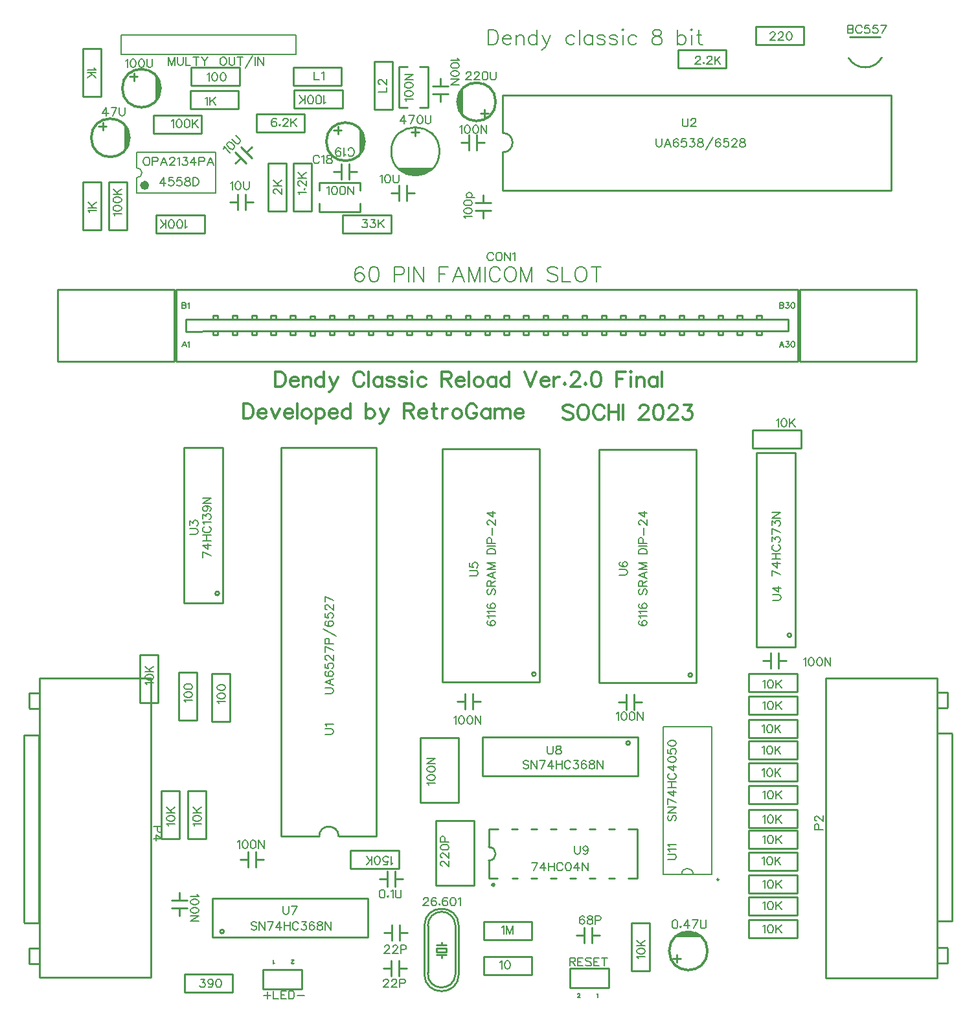
<source format=gto>
G04 Layer: TopSilkscreenLayer*
G04 EasyEDA v6.5.22, 2023-03-19 17:06:04*
G04 6de4cf73d5474d458a27f919fdc6bf28,a2f4cb7aa3704937908c5b59a0d1150c,10*
G04 Gerber Generator version 0.2*
G04 Scale: 100 percent, Rotated: No, Reflected: No *
G04 Dimensions in millimeters *
G04 leading zeros omitted , absolute positions ,4 integer and 5 decimal *
%FSLAX45Y45*%
%MOMM*%

%ADD10C,0.2032*%
%ADD11C,0.1524*%
%ADD12C,0.3000*%
%ADD13C,0.3500*%
%ADD14C,0.2540*%
%ADD15C,0.1500*%
%ADD16C,0.2030*%
%ADD17C,0.2286*%
%ADD18C,0.2000*%
%ADD19C,0.2400*%
%ADD20C,0.6000*%
%ADD21C,0.0184*%

%LPD*%
D10*
X7302500Y13705078D02*
G01*
X7302500Y13511276D01*
X7302500Y13705078D02*
G01*
X7367270Y13705078D01*
X7394956Y13695934D01*
X7413243Y13677392D01*
X7422641Y13658850D01*
X7431786Y13631163D01*
X7431786Y13585189D01*
X7422641Y13557250D01*
X7413243Y13538962D01*
X7394956Y13520420D01*
X7367270Y13511276D01*
X7302500Y13511276D01*
X7492745Y13585189D02*
G01*
X7603490Y13585189D01*
X7603490Y13603478D01*
X7594345Y13622020D01*
X7585202Y13631163D01*
X7566659Y13640562D01*
X7538974Y13640562D01*
X7520431Y13631163D01*
X7501890Y13612876D01*
X7492745Y13585189D01*
X7492745Y13566647D01*
X7501890Y13538962D01*
X7520431Y13520420D01*
X7538974Y13511276D01*
X7566659Y13511276D01*
X7585202Y13520420D01*
X7603490Y13538962D01*
X7664450Y13640562D02*
G01*
X7664450Y13511276D01*
X7664450Y13603478D02*
G01*
X7692390Y13631163D01*
X7710677Y13640562D01*
X7738363Y13640562D01*
X7756906Y13631163D01*
X7766050Y13603478D01*
X7766050Y13511276D01*
X7938008Y13705078D02*
G01*
X7938008Y13511276D01*
X7938008Y13612876D02*
G01*
X7919465Y13631163D01*
X7900924Y13640562D01*
X7873238Y13640562D01*
X7854950Y13631163D01*
X7836408Y13612876D01*
X7827009Y13585189D01*
X7827009Y13566647D01*
X7836408Y13538962D01*
X7854950Y13520420D01*
X7873238Y13511276D01*
X7900924Y13511276D01*
X7919465Y13520420D01*
X7938008Y13538962D01*
X8008111Y13640562D02*
G01*
X8063484Y13511276D01*
X8119109Y13640562D02*
G01*
X8063484Y13511276D01*
X8045195Y13474192D01*
X8026654Y13455650D01*
X8008111Y13446505D01*
X7998968Y13446505D01*
X8433054Y13612876D02*
G01*
X8414511Y13631163D01*
X8395970Y13640562D01*
X8368284Y13640562D01*
X8349995Y13631163D01*
X8331454Y13612876D01*
X8322309Y13585189D01*
X8322309Y13566647D01*
X8331454Y13538962D01*
X8349995Y13520420D01*
X8368284Y13511276D01*
X8395970Y13511276D01*
X8414511Y13520420D01*
X8433054Y13538962D01*
X8494013Y13705078D02*
G01*
X8494013Y13511276D01*
X8665718Y13640562D02*
G01*
X8665718Y13511276D01*
X8665718Y13612876D02*
G01*
X8647429Y13631163D01*
X8628888Y13640562D01*
X8601202Y13640562D01*
X8582659Y13631163D01*
X8564118Y13612876D01*
X8554974Y13585189D01*
X8554974Y13566647D01*
X8564118Y13538962D01*
X8582659Y13520420D01*
X8601202Y13511276D01*
X8628888Y13511276D01*
X8647429Y13520420D01*
X8665718Y13538962D01*
X8828277Y13612876D02*
G01*
X8819134Y13631163D01*
X8791447Y13640562D01*
X8763761Y13640562D01*
X8736075Y13631163D01*
X8726677Y13612876D01*
X8736075Y13594334D01*
X8754363Y13585189D01*
X8800591Y13575792D01*
X8819134Y13566647D01*
X8828277Y13548105D01*
X8828277Y13538962D01*
X8819134Y13520420D01*
X8791447Y13511276D01*
X8763761Y13511276D01*
X8736075Y13520420D01*
X8726677Y13538962D01*
X8990838Y13612876D02*
G01*
X8981693Y13631163D01*
X8954008Y13640562D01*
X8926322Y13640562D01*
X8898636Y13631163D01*
X8889238Y13612876D01*
X8898636Y13594334D01*
X8916924Y13585189D01*
X8963152Y13575792D01*
X8981693Y13566647D01*
X8990838Y13548105D01*
X8990838Y13538962D01*
X8981693Y13520420D01*
X8954008Y13511276D01*
X8926322Y13511276D01*
X8898636Y13520420D01*
X8889238Y13538962D01*
X9051797Y13705078D02*
G01*
X9061195Y13695934D01*
X9070340Y13705078D01*
X9061195Y13714476D01*
X9051797Y13705078D01*
X9061195Y13640562D02*
G01*
X9061195Y13511276D01*
X9242043Y13612876D02*
G01*
X9223756Y13631163D01*
X9205213Y13640562D01*
X9177527Y13640562D01*
X9158986Y13631163D01*
X9140443Y13612876D01*
X9131300Y13585189D01*
X9131300Y13566647D01*
X9140443Y13538962D01*
X9158986Y13520420D01*
X9177527Y13511276D01*
X9205213Y13511276D01*
X9223756Y13520420D01*
X9242043Y13538962D01*
X9491472Y13705078D02*
G01*
X9463786Y13695934D01*
X9454641Y13677392D01*
X9454641Y13658850D01*
X9463786Y13640562D01*
X9482327Y13631163D01*
X9519158Y13622020D01*
X9546843Y13612876D01*
X9565386Y13594334D01*
X9574529Y13575792D01*
X9574529Y13548105D01*
X9565386Y13529563D01*
X9556241Y13520420D01*
X9528556Y13511276D01*
X9491472Y13511276D01*
X9463786Y13520420D01*
X9454641Y13529563D01*
X9445243Y13548105D01*
X9445243Y13575792D01*
X9454641Y13594334D01*
X9472929Y13612876D01*
X9500870Y13622020D01*
X9537700Y13631163D01*
X9556241Y13640562D01*
X9565386Y13658850D01*
X9565386Y13677392D01*
X9556241Y13695934D01*
X9528556Y13705078D01*
X9491472Y13705078D01*
X9777729Y13705078D02*
G01*
X9777729Y13511276D01*
X9777729Y13612876D02*
G01*
X9796272Y13631163D01*
X9814813Y13640562D01*
X9842500Y13640562D01*
X9861041Y13631163D01*
X9879329Y13612876D01*
X9888727Y13585189D01*
X9888727Y13566647D01*
X9879329Y13538962D01*
X9861041Y13520420D01*
X9842500Y13511276D01*
X9814813Y13511276D01*
X9796272Y13520420D01*
X9777729Y13538962D01*
X9949688Y13705078D02*
G01*
X9958831Y13695934D01*
X9968229Y13705078D01*
X9958831Y13714476D01*
X9949688Y13705078D01*
X9958831Y13640562D02*
G01*
X9958831Y13511276D01*
X10056875Y13705078D02*
G01*
X10056875Y13548105D01*
X10066020Y13520420D01*
X10084561Y13511276D01*
X10102850Y13511276D01*
X10029190Y13640562D02*
G01*
X10093706Y13640562D01*
D11*
X9666477Y3438144D02*
G01*
X9656063Y3427729D01*
X9650984Y3412236D01*
X9650984Y3391407D01*
X9656063Y3375913D01*
X9666477Y3365500D01*
X9676891Y3365500D01*
X9687306Y3370579D01*
X9692640Y3375913D01*
X9697720Y3386328D01*
X9708134Y3417570D01*
X9713213Y3427729D01*
X9718547Y3433063D01*
X9728961Y3438144D01*
X9744456Y3438144D01*
X9754870Y3427729D01*
X9759950Y3412236D01*
X9759950Y3391407D01*
X9754870Y3375913D01*
X9744456Y3365500D01*
X9650984Y3472434D02*
G01*
X9759950Y3472434D01*
X9650984Y3472434D02*
G01*
X9759950Y3545331D01*
X9650984Y3545331D02*
G01*
X9759950Y3545331D01*
X9650984Y3652265D02*
G01*
X9759950Y3600450D01*
X9650984Y3579621D02*
G01*
X9650984Y3652265D01*
X9650984Y3738626D02*
G01*
X9723627Y3686555D01*
X9723627Y3764534D01*
X9650984Y3738626D02*
G01*
X9759950Y3738626D01*
X9650984Y3798823D02*
G01*
X9759950Y3798823D01*
X9650984Y3871468D02*
G01*
X9759950Y3871468D01*
X9702800Y3798823D02*
G01*
X9702800Y3871468D01*
X9676891Y3983736D02*
G01*
X9666477Y3978655D01*
X9656063Y3968242D01*
X9650984Y3957828D01*
X9650984Y3937000D01*
X9656063Y3926586D01*
X9666477Y3916171D01*
X9676891Y3911092D01*
X9692640Y3905757D01*
X9718547Y3905757D01*
X9734041Y3911092D01*
X9744456Y3916171D01*
X9754870Y3926586D01*
X9759950Y3937000D01*
X9759950Y3957828D01*
X9754870Y3968242D01*
X9744456Y3978655D01*
X9734041Y3983736D01*
X9650984Y4070095D02*
G01*
X9723627Y4018026D01*
X9723627Y4096004D01*
X9650984Y4070095D02*
G01*
X9759950Y4070095D01*
X9650984Y4161536D02*
G01*
X9656063Y4145787D01*
X9671811Y4135373D01*
X9697720Y4130294D01*
X9713213Y4130294D01*
X9739375Y4135373D01*
X9754870Y4145787D01*
X9759950Y4161536D01*
X9759950Y4171950D01*
X9754870Y4187444D01*
X9739375Y4197857D01*
X9713213Y4202937D01*
X9697720Y4202937D01*
X9671811Y4197857D01*
X9656063Y4187444D01*
X9650984Y4171950D01*
X9650984Y4161536D01*
X9650984Y4299712D02*
G01*
X9650984Y4247642D01*
X9697720Y4242562D01*
X9692640Y4247642D01*
X9687306Y4263389D01*
X9687306Y4278884D01*
X9692640Y4294378D01*
X9702800Y4304792D01*
X9718547Y4310126D01*
X9728961Y4310126D01*
X9744456Y4304792D01*
X9754870Y4294378D01*
X9759950Y4278884D01*
X9759950Y4263389D01*
X9754870Y4247642D01*
X9749790Y4242562D01*
X9739375Y4237228D01*
X9650984Y4375404D02*
G01*
X9656063Y4359910D01*
X9671811Y4349495D01*
X9697720Y4344415D01*
X9713213Y4344415D01*
X9739375Y4349495D01*
X9754870Y4359910D01*
X9759950Y4375404D01*
X9759950Y4385818D01*
X9754870Y4401565D01*
X9739375Y4411979D01*
X9713213Y4417060D01*
X9697720Y4417060D01*
X9671811Y4411979D01*
X9656063Y4401565D01*
X9650984Y4385818D01*
X9650984Y4375404D01*
D12*
X4102100Y8815578D02*
G01*
X4102100Y8621776D01*
X4102100Y8815578D02*
G01*
X4166870Y8815578D01*
X4194556Y8806434D01*
X4212843Y8787892D01*
X4222241Y8769350D01*
X4231386Y8741663D01*
X4231386Y8695689D01*
X4222241Y8667750D01*
X4212843Y8649462D01*
X4194556Y8630920D01*
X4166870Y8621776D01*
X4102100Y8621776D01*
X4292345Y8695689D02*
G01*
X4403090Y8695689D01*
X4403090Y8713978D01*
X4393945Y8732520D01*
X4384802Y8741663D01*
X4366259Y8751062D01*
X4338574Y8751062D01*
X4320031Y8741663D01*
X4301490Y8723376D01*
X4292345Y8695689D01*
X4292345Y8677147D01*
X4301490Y8649462D01*
X4320031Y8630920D01*
X4338574Y8621776D01*
X4366259Y8621776D01*
X4384802Y8630920D01*
X4403090Y8649462D01*
X4464050Y8751062D02*
G01*
X4519675Y8621776D01*
X4575047Y8751062D02*
G01*
X4519675Y8621776D01*
X4636008Y8695689D02*
G01*
X4746752Y8695689D01*
X4746752Y8713978D01*
X4737608Y8732520D01*
X4728209Y8741663D01*
X4709922Y8751062D01*
X4682236Y8751062D01*
X4663693Y8741663D01*
X4645152Y8723376D01*
X4636008Y8695689D01*
X4636008Y8677147D01*
X4645152Y8649462D01*
X4663693Y8630920D01*
X4682236Y8621776D01*
X4709922Y8621776D01*
X4728209Y8630920D01*
X4746752Y8649462D01*
X4807711Y8815578D02*
G01*
X4807711Y8621776D01*
X4914900Y8751062D02*
G01*
X4896358Y8741663D01*
X4878070Y8723376D01*
X4868672Y8695689D01*
X4868672Y8677147D01*
X4878070Y8649462D01*
X4896358Y8630920D01*
X4914900Y8621776D01*
X4942586Y8621776D01*
X4961127Y8630920D01*
X4979670Y8649462D01*
X4988813Y8677147D01*
X4988813Y8695689D01*
X4979670Y8723376D01*
X4961127Y8741663D01*
X4942586Y8751062D01*
X4914900Y8751062D01*
X5049774Y8751062D02*
G01*
X5049774Y8557005D01*
X5049774Y8723376D02*
G01*
X5068315Y8741663D01*
X5086604Y8751062D01*
X5114290Y8751062D01*
X5132831Y8741663D01*
X5151374Y8723376D01*
X5160518Y8695689D01*
X5160518Y8677147D01*
X5151374Y8649462D01*
X5132831Y8630920D01*
X5114290Y8621776D01*
X5086604Y8621776D01*
X5068315Y8630920D01*
X5049774Y8649462D01*
X5221477Y8695689D02*
G01*
X5332475Y8695689D01*
X5332475Y8713978D01*
X5323077Y8732520D01*
X5313934Y8741663D01*
X5295391Y8751062D01*
X5267706Y8751062D01*
X5249163Y8741663D01*
X5230875Y8723376D01*
X5221477Y8695689D01*
X5221477Y8677147D01*
X5230875Y8649462D01*
X5249163Y8630920D01*
X5267706Y8621776D01*
X5295391Y8621776D01*
X5313934Y8630920D01*
X5332475Y8649462D01*
X5504179Y8815578D02*
G01*
X5504179Y8621776D01*
X5504179Y8723376D02*
G01*
X5485638Y8741663D01*
X5467350Y8751062D01*
X5439409Y8751062D01*
X5421122Y8741663D01*
X5402579Y8723376D01*
X5393436Y8695689D01*
X5393436Y8677147D01*
X5402579Y8649462D01*
X5421122Y8630920D01*
X5439409Y8621776D01*
X5467350Y8621776D01*
X5485638Y8630920D01*
X5504179Y8649462D01*
X5707379Y8815578D02*
G01*
X5707379Y8621776D01*
X5707379Y8723376D02*
G01*
X5725922Y8741663D01*
X5744209Y8751062D01*
X5772150Y8751062D01*
X5790438Y8741663D01*
X5808979Y8723376D01*
X5818124Y8695689D01*
X5818124Y8677147D01*
X5808979Y8649462D01*
X5790438Y8630920D01*
X5772150Y8621776D01*
X5744209Y8621776D01*
X5725922Y8630920D01*
X5707379Y8649462D01*
X5888481Y8751062D02*
G01*
X5943854Y8621776D01*
X5999225Y8751062D02*
G01*
X5943854Y8621776D01*
X5925311Y8584692D01*
X5906770Y8566150D01*
X5888481Y8557005D01*
X5879084Y8557005D01*
X6202425Y8815578D02*
G01*
X6202425Y8621776D01*
X6202425Y8815578D02*
G01*
X6285484Y8815578D01*
X6313170Y8806434D01*
X6322568Y8797289D01*
X6331711Y8778747D01*
X6331711Y8760205D01*
X6322568Y8741663D01*
X6313170Y8732520D01*
X6285484Y8723376D01*
X6202425Y8723376D01*
X6267195Y8723376D02*
G01*
X6331711Y8621776D01*
X6392672Y8695689D02*
G01*
X6503670Y8695689D01*
X6503670Y8713978D01*
X6494272Y8732520D01*
X6485127Y8741663D01*
X6466586Y8751062D01*
X6438900Y8751062D01*
X6420358Y8741663D01*
X6402070Y8723376D01*
X6392672Y8695689D01*
X6392672Y8677147D01*
X6402070Y8649462D01*
X6420358Y8630920D01*
X6438900Y8621776D01*
X6466586Y8621776D01*
X6485127Y8630920D01*
X6503670Y8649462D01*
X6592315Y8815578D02*
G01*
X6592315Y8658605D01*
X6601459Y8630920D01*
X6620002Y8621776D01*
X6638290Y8621776D01*
X6564629Y8751062D02*
G01*
X6629145Y8751062D01*
X6699250Y8751062D02*
G01*
X6699250Y8621776D01*
X6699250Y8695689D02*
G01*
X6708647Y8723376D01*
X6727190Y8741663D01*
X6745477Y8751062D01*
X6773163Y8751062D01*
X6880352Y8751062D02*
G01*
X6861809Y8741663D01*
X6843522Y8723376D01*
X6834124Y8695689D01*
X6834124Y8677147D01*
X6843522Y8649462D01*
X6861809Y8630920D01*
X6880352Y8621776D01*
X6908038Y8621776D01*
X6926579Y8630920D01*
X6945122Y8649462D01*
X6954265Y8677147D01*
X6954265Y8695689D01*
X6945122Y8723376D01*
X6926579Y8741663D01*
X6908038Y8751062D01*
X6880352Y8751062D01*
X7153909Y8769350D02*
G01*
X7144511Y8787892D01*
X7125970Y8806434D01*
X7107681Y8815578D01*
X7070597Y8815578D01*
X7052309Y8806434D01*
X7033768Y8787892D01*
X7024370Y8769350D01*
X7015225Y8741663D01*
X7015225Y8695689D01*
X7024370Y8667750D01*
X7033768Y8649462D01*
X7052309Y8630920D01*
X7070597Y8621776D01*
X7107681Y8621776D01*
X7125970Y8630920D01*
X7144511Y8649462D01*
X7153909Y8667750D01*
X7153909Y8695689D01*
X7107681Y8695689D02*
G01*
X7153909Y8695689D01*
X7325613Y8751062D02*
G01*
X7325613Y8621776D01*
X7325613Y8723376D02*
G01*
X7307072Y8741663D01*
X7288529Y8751062D01*
X7260843Y8751062D01*
X7242556Y8741663D01*
X7224013Y8723376D01*
X7214870Y8695689D01*
X7214870Y8677147D01*
X7224013Y8649462D01*
X7242556Y8630920D01*
X7260843Y8621776D01*
X7288529Y8621776D01*
X7307072Y8630920D01*
X7325613Y8649462D01*
X7386574Y8751062D02*
G01*
X7386574Y8621776D01*
X7386574Y8713978D02*
G01*
X7414259Y8741663D01*
X7432802Y8751062D01*
X7460488Y8751062D01*
X7479029Y8741663D01*
X7488174Y8713978D01*
X7488174Y8621776D01*
X7488174Y8713978D02*
G01*
X7515859Y8741663D01*
X7534402Y8751062D01*
X7562088Y8751062D01*
X7580629Y8741663D01*
X7589774Y8713978D01*
X7589774Y8621776D01*
X7650734Y8695689D02*
G01*
X7761477Y8695689D01*
X7761477Y8713978D01*
X7752334Y8732520D01*
X7743190Y8741663D01*
X7724647Y8751062D01*
X7696961Y8751062D01*
X7678420Y8741663D01*
X7659877Y8723376D01*
X7650734Y8695689D01*
X7650734Y8677147D01*
X7659877Y8649462D01*
X7678420Y8630920D01*
X7696961Y8621776D01*
X7724647Y8621776D01*
X7743190Y8630920D01*
X7761477Y8649462D01*
X8409686Y8775192D02*
G01*
X8391143Y8793734D01*
X8363458Y8802878D01*
X8326627Y8802878D01*
X8298941Y8793734D01*
X8280400Y8775192D01*
X8280400Y8756650D01*
X8289543Y8738362D01*
X8298941Y8728963D01*
X8317229Y8719820D01*
X8372856Y8701278D01*
X8391143Y8692134D01*
X8400541Y8682989D01*
X8409686Y8664447D01*
X8409686Y8636762D01*
X8391143Y8618220D01*
X8363458Y8609076D01*
X8326627Y8609076D01*
X8298941Y8618220D01*
X8280400Y8636762D01*
X8526018Y8802878D02*
G01*
X8507729Y8793734D01*
X8489188Y8775192D01*
X8479790Y8756650D01*
X8470645Y8728963D01*
X8470645Y8682989D01*
X8479790Y8655050D01*
X8489188Y8636762D01*
X8507729Y8618220D01*
X8526018Y8609076D01*
X8563102Y8609076D01*
X8581390Y8618220D01*
X8599931Y8636762D01*
X8609329Y8655050D01*
X8618474Y8682989D01*
X8618474Y8728963D01*
X8609329Y8756650D01*
X8599931Y8775192D01*
X8581390Y8793734D01*
X8563102Y8802878D01*
X8526018Y8802878D01*
X8817863Y8756650D02*
G01*
X8808720Y8775192D01*
X8790177Y8793734D01*
X8771890Y8802878D01*
X8734806Y8802878D01*
X8716263Y8793734D01*
X8697975Y8775192D01*
X8688577Y8756650D01*
X8679434Y8728963D01*
X8679434Y8682989D01*
X8688577Y8655050D01*
X8697975Y8636762D01*
X8716263Y8618220D01*
X8734806Y8609076D01*
X8771890Y8609076D01*
X8790177Y8618220D01*
X8808720Y8636762D01*
X8817863Y8655050D01*
X8878824Y8802878D02*
G01*
X8878824Y8609076D01*
X9008109Y8802878D02*
G01*
X9008109Y8609076D01*
X8878824Y8710676D02*
G01*
X9008109Y8710676D01*
X9069070Y8802878D02*
G01*
X9069070Y8609076D01*
X9281668Y8756650D02*
G01*
X9281668Y8766047D01*
X9290811Y8784589D01*
X9300209Y8793734D01*
X9318497Y8802878D01*
X9355581Y8802878D01*
X9373870Y8793734D01*
X9383268Y8784589D01*
X9392411Y8766047D01*
X9392411Y8747505D01*
X9383268Y8728963D01*
X9364725Y8701278D01*
X9272270Y8609076D01*
X9401809Y8609076D01*
X9518141Y8802878D02*
G01*
X9490456Y8793734D01*
X9471913Y8766047D01*
X9462770Y8719820D01*
X9462770Y8692134D01*
X9471913Y8645905D01*
X9490456Y8618220D01*
X9518141Y8609076D01*
X9536429Y8609076D01*
X9564370Y8618220D01*
X9582658Y8645905D01*
X9592056Y8692134D01*
X9592056Y8719820D01*
X9582658Y8766047D01*
X9564370Y8793734D01*
X9536429Y8802878D01*
X9518141Y8802878D01*
X9662159Y8756650D02*
G01*
X9662159Y8766047D01*
X9671304Y8784589D01*
X9680702Y8793734D01*
X9698990Y8802878D01*
X9736074Y8802878D01*
X9754615Y8793734D01*
X9763759Y8784589D01*
X9772904Y8766047D01*
X9772904Y8747505D01*
X9763759Y8728963D01*
X9745218Y8701278D01*
X9653015Y8609076D01*
X9782302Y8609076D01*
X9861550Y8802878D02*
G01*
X9963150Y8802878D01*
X9907777Y8728963D01*
X9935463Y8728963D01*
X9954006Y8719820D01*
X9963150Y8710676D01*
X9972547Y8682989D01*
X9972547Y8664447D01*
X9963150Y8636762D01*
X9944861Y8618220D01*
X9917175Y8609076D01*
X9889490Y8609076D01*
X9861550Y8618220D01*
X9852406Y8627363D01*
X9843261Y8645905D01*
D13*
X4521200Y9234678D02*
G01*
X4521200Y9040876D01*
X4521200Y9234678D02*
G01*
X4585970Y9234678D01*
X4613656Y9225534D01*
X4631943Y9206992D01*
X4641341Y9188450D01*
X4650486Y9160763D01*
X4650486Y9114789D01*
X4641341Y9086850D01*
X4631943Y9068562D01*
X4613656Y9050020D01*
X4585970Y9040876D01*
X4521200Y9040876D01*
X4711445Y9114789D02*
G01*
X4822190Y9114789D01*
X4822190Y9133078D01*
X4813045Y9151620D01*
X4803902Y9160763D01*
X4785359Y9170162D01*
X4757674Y9170162D01*
X4739131Y9160763D01*
X4720590Y9142476D01*
X4711445Y9114789D01*
X4711445Y9096247D01*
X4720590Y9068562D01*
X4739131Y9050020D01*
X4757674Y9040876D01*
X4785359Y9040876D01*
X4803902Y9050020D01*
X4822190Y9068562D01*
X4883150Y9170162D02*
G01*
X4883150Y9040876D01*
X4883150Y9133078D02*
G01*
X4911090Y9160763D01*
X4929377Y9170162D01*
X4957063Y9170162D01*
X4975606Y9160763D01*
X4984750Y9133078D01*
X4984750Y9040876D01*
X5156708Y9234678D02*
G01*
X5156708Y9040876D01*
X5156708Y9142476D02*
G01*
X5138165Y9160763D01*
X5119624Y9170162D01*
X5091938Y9170162D01*
X5073650Y9160763D01*
X5055108Y9142476D01*
X5045709Y9114789D01*
X5045709Y9096247D01*
X5055108Y9068562D01*
X5073650Y9050020D01*
X5091938Y9040876D01*
X5119624Y9040876D01*
X5138165Y9050020D01*
X5156708Y9068562D01*
X5226811Y9170162D02*
G01*
X5282184Y9040876D01*
X5337809Y9170162D02*
G01*
X5282184Y9040876D01*
X5263895Y9003792D01*
X5245354Y8985250D01*
X5226811Y8976105D01*
X5217668Y8976105D01*
X5679440Y9188450D02*
G01*
X5670295Y9206992D01*
X5651754Y9225534D01*
X5633211Y9234678D01*
X5596381Y9234678D01*
X5577840Y9225534D01*
X5559297Y9206992D01*
X5550154Y9188450D01*
X5541009Y9160763D01*
X5541009Y9114789D01*
X5550154Y9086850D01*
X5559297Y9068562D01*
X5577840Y9050020D01*
X5596381Y9040876D01*
X5633211Y9040876D01*
X5651754Y9050020D01*
X5670295Y9068562D01*
X5679440Y9086850D01*
X5740400Y9234678D02*
G01*
X5740400Y9040876D01*
X5912104Y9170162D02*
G01*
X5912104Y9040876D01*
X5912104Y9142476D02*
G01*
X5893815Y9160763D01*
X5875274Y9170162D01*
X5847588Y9170162D01*
X5829045Y9160763D01*
X5810504Y9142476D01*
X5801359Y9114789D01*
X5801359Y9096247D01*
X5810504Y9068562D01*
X5829045Y9050020D01*
X5847588Y9040876D01*
X5875274Y9040876D01*
X5893815Y9050020D01*
X5912104Y9068562D01*
X6074663Y9142476D02*
G01*
X6065520Y9160763D01*
X6037834Y9170162D01*
X6010147Y9170162D01*
X5982461Y9160763D01*
X5973063Y9142476D01*
X5982461Y9123934D01*
X6000750Y9114789D01*
X6046977Y9105392D01*
X6065520Y9096247D01*
X6074663Y9077705D01*
X6074663Y9068562D01*
X6065520Y9050020D01*
X6037834Y9040876D01*
X6010147Y9040876D01*
X5982461Y9050020D01*
X5973063Y9068562D01*
X6237224Y9142476D02*
G01*
X6228079Y9160763D01*
X6200393Y9170162D01*
X6172708Y9170162D01*
X6145022Y9160763D01*
X6135624Y9142476D01*
X6145022Y9123934D01*
X6163309Y9114789D01*
X6209538Y9105392D01*
X6228079Y9096247D01*
X6237224Y9077705D01*
X6237224Y9068562D01*
X6228079Y9050020D01*
X6200393Y9040876D01*
X6172708Y9040876D01*
X6145022Y9050020D01*
X6135624Y9068562D01*
X6298184Y9234678D02*
G01*
X6307581Y9225534D01*
X6316725Y9234678D01*
X6307581Y9244076D01*
X6298184Y9234678D01*
X6307581Y9170162D02*
G01*
X6307581Y9040876D01*
X6488429Y9142476D02*
G01*
X6470141Y9160763D01*
X6451600Y9170162D01*
X6423913Y9170162D01*
X6405372Y9160763D01*
X6386829Y9142476D01*
X6377686Y9114789D01*
X6377686Y9096247D01*
X6386829Y9068562D01*
X6405372Y9050020D01*
X6423913Y9040876D01*
X6451600Y9040876D01*
X6470141Y9050020D01*
X6488429Y9068562D01*
X6691629Y9234678D02*
G01*
X6691629Y9040876D01*
X6691629Y9234678D02*
G01*
X6774941Y9234678D01*
X6802627Y9225534D01*
X6811772Y9216389D01*
X6821170Y9197847D01*
X6821170Y9179305D01*
X6811772Y9160763D01*
X6802627Y9151620D01*
X6774941Y9142476D01*
X6691629Y9142476D01*
X6756400Y9142476D02*
G01*
X6821170Y9040876D01*
X6882129Y9114789D02*
G01*
X6992874Y9114789D01*
X6992874Y9133078D01*
X6983729Y9151620D01*
X6974331Y9160763D01*
X6955790Y9170162D01*
X6928104Y9170162D01*
X6909815Y9160763D01*
X6891274Y9142476D01*
X6882129Y9114789D01*
X6882129Y9096247D01*
X6891274Y9068562D01*
X6909815Y9050020D01*
X6928104Y9040876D01*
X6955790Y9040876D01*
X6974331Y9050020D01*
X6992874Y9068562D01*
X7053834Y9234678D02*
G01*
X7053834Y9040876D01*
X7161022Y9170162D02*
G01*
X7142479Y9160763D01*
X7123938Y9142476D01*
X7114793Y9114789D01*
X7114793Y9096247D01*
X7123938Y9068562D01*
X7142479Y9050020D01*
X7161022Y9040876D01*
X7188708Y9040876D01*
X7207250Y9050020D01*
X7225538Y9068562D01*
X7234936Y9096247D01*
X7234936Y9114789D01*
X7225538Y9142476D01*
X7207250Y9160763D01*
X7188708Y9170162D01*
X7161022Y9170162D01*
X7406640Y9170162D02*
G01*
X7406640Y9040876D01*
X7406640Y9142476D02*
G01*
X7388097Y9160763D01*
X7369809Y9170162D01*
X7341870Y9170162D01*
X7323581Y9160763D01*
X7305040Y9142476D01*
X7295895Y9114789D01*
X7295895Y9096247D01*
X7305040Y9068562D01*
X7323581Y9050020D01*
X7341870Y9040876D01*
X7369809Y9040876D01*
X7388097Y9050020D01*
X7406640Y9068562D01*
X7578343Y9234678D02*
G01*
X7578343Y9040876D01*
X7578343Y9142476D02*
G01*
X7560056Y9160763D01*
X7541513Y9170162D01*
X7513827Y9170162D01*
X7495286Y9160763D01*
X7476743Y9142476D01*
X7467600Y9114789D01*
X7467600Y9096247D01*
X7476743Y9068562D01*
X7495286Y9050020D01*
X7513827Y9040876D01*
X7541513Y9040876D01*
X7560056Y9050020D01*
X7578343Y9068562D01*
X7781543Y9234678D02*
G01*
X7855458Y9040876D01*
X7929372Y9234678D02*
G01*
X7855458Y9040876D01*
X7990331Y9114789D02*
G01*
X8101329Y9114789D01*
X8101329Y9133078D01*
X8091931Y9151620D01*
X8082788Y9160763D01*
X8064245Y9170162D01*
X8036559Y9170162D01*
X8018018Y9160763D01*
X7999729Y9142476D01*
X7990331Y9114789D01*
X7990331Y9096247D01*
X7999729Y9068562D01*
X8018018Y9050020D01*
X8036559Y9040876D01*
X8064245Y9040876D01*
X8082788Y9050020D01*
X8101329Y9068562D01*
X8162290Y9170162D02*
G01*
X8162290Y9040876D01*
X8162290Y9114789D02*
G01*
X8171434Y9142476D01*
X8189975Y9160763D01*
X8208263Y9170162D01*
X8235950Y9170162D01*
X8306308Y9086850D02*
G01*
X8296909Y9077705D01*
X8306308Y9068562D01*
X8315452Y9077705D01*
X8306308Y9086850D01*
X8385809Y9188450D02*
G01*
X8385809Y9197847D01*
X8394954Y9216389D01*
X8404097Y9225534D01*
X8422640Y9234678D01*
X8459470Y9234678D01*
X8478011Y9225534D01*
X8487409Y9216389D01*
X8496554Y9197847D01*
X8496554Y9179305D01*
X8487409Y9160763D01*
X8468868Y9133078D01*
X8376411Y9040876D01*
X8505697Y9040876D01*
X8576056Y9086850D02*
G01*
X8566658Y9077705D01*
X8576056Y9068562D01*
X8585200Y9077705D01*
X8576056Y9086850D01*
X8701531Y9234678D02*
G01*
X8673845Y9225534D01*
X8655304Y9197847D01*
X8646159Y9151620D01*
X8646159Y9123934D01*
X8655304Y9077705D01*
X8673845Y9050020D01*
X8701531Y9040876D01*
X8720074Y9040876D01*
X8747759Y9050020D01*
X8766302Y9077705D01*
X8775445Y9123934D01*
X8775445Y9151620D01*
X8766302Y9197847D01*
X8747759Y9225534D01*
X8720074Y9234678D01*
X8701531Y9234678D01*
X8978645Y9234678D02*
G01*
X8978645Y9040876D01*
X8978645Y9234678D02*
G01*
X9098788Y9234678D01*
X8978645Y9142476D02*
G01*
X9052559Y9142476D01*
X9159747Y9234678D02*
G01*
X9168891Y9225534D01*
X9178290Y9234678D01*
X9168891Y9244076D01*
X9159747Y9234678D01*
X9168891Y9170162D02*
G01*
X9168891Y9040876D01*
X9239250Y9170162D02*
G01*
X9239250Y9040876D01*
X9239250Y9133078D02*
G01*
X9266936Y9160763D01*
X9285224Y9170162D01*
X9312909Y9170162D01*
X9331452Y9160763D01*
X9340850Y9133078D01*
X9340850Y9040876D01*
X9512554Y9170162D02*
G01*
X9512554Y9040876D01*
X9512554Y9142476D02*
G01*
X9494011Y9160763D01*
X9475470Y9170162D01*
X9447784Y9170162D01*
X9429495Y9160763D01*
X9410954Y9142476D01*
X9401809Y9114789D01*
X9401809Y9096247D01*
X9410954Y9068562D01*
X9429495Y9050020D01*
X9447784Y9040876D01*
X9475470Y9040876D01*
X9494011Y9050020D01*
X9512554Y9068562D01*
X9573513Y9234678D02*
G01*
X9573513Y9040876D01*
D11*
X7004811Y11239500D02*
G01*
X6999477Y11249913D01*
X6983984Y11265408D01*
X7092950Y11265408D01*
X6983984Y11330939D02*
G01*
X6989063Y11315445D01*
X7004811Y11305031D01*
X7030720Y11299697D01*
X7046213Y11299697D01*
X7072375Y11305031D01*
X7087870Y11315445D01*
X7092950Y11330939D01*
X7092950Y11341354D01*
X7087870Y11356847D01*
X7072375Y11367262D01*
X7046213Y11372595D01*
X7030720Y11372595D01*
X7004811Y11367262D01*
X6989063Y11356847D01*
X6983984Y11341354D01*
X6983984Y11330939D01*
X6983984Y11437874D02*
G01*
X6989063Y11422379D01*
X7004811Y11411965D01*
X7030720Y11406886D01*
X7046213Y11406886D01*
X7072375Y11411965D01*
X7087870Y11422379D01*
X7092950Y11437874D01*
X7092950Y11448287D01*
X7087870Y11464036D01*
X7072375Y11474450D01*
X7046213Y11479529D01*
X7030720Y11479529D01*
X7004811Y11474450D01*
X6989063Y11464036D01*
X6983984Y11448287D01*
X6983984Y11437874D01*
X7020306Y11513820D02*
G01*
X7129525Y11513820D01*
X7035800Y11513820D02*
G01*
X7025640Y11524234D01*
X7020306Y11534647D01*
X7020306Y11550142D01*
X7025640Y11560555D01*
X7035800Y11570970D01*
X7051547Y11576050D01*
X7061961Y11576050D01*
X7077456Y11570970D01*
X7087870Y11560555D01*
X7092950Y11550142D01*
X7092950Y11534647D01*
X7087870Y11524234D01*
X7077456Y11513820D01*
X5892800Y11791187D02*
G01*
X5903213Y11796521D01*
X5918708Y11812015D01*
X5918708Y11703050D01*
X5984240Y11812015D02*
G01*
X5968745Y11806936D01*
X5958331Y11791187D01*
X5952997Y11765279D01*
X5952997Y11749786D01*
X5958331Y11723624D01*
X5968745Y11708129D01*
X5984240Y11703050D01*
X5994654Y11703050D01*
X6010147Y11708129D01*
X6020561Y11723624D01*
X6025895Y11749786D01*
X6025895Y11765279D01*
X6020561Y11791187D01*
X6010147Y11806936D01*
X5994654Y11812015D01*
X5984240Y11812015D01*
X6060186Y11812015D02*
G01*
X6060186Y11734037D01*
X6065265Y11718544D01*
X6075679Y11708129D01*
X6091174Y11703050D01*
X6101588Y11703050D01*
X6117336Y11708129D01*
X6127750Y11718544D01*
X6132829Y11734037D01*
X6132829Y11812015D01*
X3844787Y12144512D02*
G01*
X3848379Y12155647D01*
X3848379Y12177560D01*
X3925430Y12100509D01*
X3894716Y12223897D02*
G01*
X3887353Y12209350D01*
X3891125Y12190851D01*
X3905674Y12168759D01*
X3916629Y12157803D01*
X3938899Y12143077D01*
X3957220Y12139482D01*
X3971767Y12146848D01*
X3979130Y12154212D01*
X3986494Y12168759D01*
X3982902Y12187080D01*
X3968175Y12209350D01*
X3957220Y12220305D01*
X3935128Y12234854D01*
X3916629Y12238626D01*
X3902080Y12231263D01*
X3894716Y12223897D01*
X3948419Y12277600D02*
G01*
X4003558Y12222462D01*
X4018104Y12215098D01*
X4032834Y12215098D01*
X4047380Y12222462D01*
X4054744Y12229825D01*
X4062288Y12244552D01*
X4062288Y12259279D01*
X4054924Y12273828D01*
X3999786Y12328966D01*
X7454900Y1516887D02*
G01*
X7465313Y1522221D01*
X7480808Y1537715D01*
X7480808Y1428750D01*
X7546340Y1537715D02*
G01*
X7530845Y1532636D01*
X7520431Y1516887D01*
X7515097Y1490979D01*
X7515097Y1475486D01*
X7520431Y1449323D01*
X7530845Y1433829D01*
X7546340Y1428750D01*
X7556754Y1428750D01*
X7572247Y1433829D01*
X7582661Y1449323D01*
X7587995Y1475486D01*
X7587995Y1490979D01*
X7582661Y1516887D01*
X7572247Y1532636D01*
X7556754Y1537715D01*
X7546340Y1537715D01*
X5948679Y1715007D02*
G01*
X5948679Y1720087D01*
X5954013Y1730502D01*
X5959093Y1735836D01*
X5969508Y1740915D01*
X5990336Y1740915D01*
X6000750Y1735836D01*
X6005829Y1730502D01*
X6011163Y1720087D01*
X6011163Y1709673D01*
X6005829Y1699260D01*
X5995670Y1683765D01*
X5943600Y1631950D01*
X6016243Y1631950D01*
X6055868Y1715007D02*
G01*
X6055868Y1720087D01*
X6060947Y1730502D01*
X6066281Y1735836D01*
X6076695Y1740915D01*
X6097270Y1740915D01*
X6107684Y1735836D01*
X6113018Y1730502D01*
X6118097Y1720087D01*
X6118097Y1709673D01*
X6113018Y1699260D01*
X6102604Y1683765D01*
X6050534Y1631950D01*
X6123431Y1631950D01*
X6157722Y1740915D02*
G01*
X6157722Y1631950D01*
X6157722Y1740915D02*
G01*
X6204458Y1740915D01*
X6219952Y1735836D01*
X6225286Y1730502D01*
X6230365Y1720087D01*
X6230365Y1704594D01*
X6225286Y1694179D01*
X6219952Y1689100D01*
X6204458Y1683765D01*
X6157722Y1683765D01*
X5935979Y1270507D02*
G01*
X5935979Y1275587D01*
X5941313Y1286002D01*
X5946393Y1291336D01*
X5956808Y1296415D01*
X5977636Y1296415D01*
X5988050Y1291336D01*
X5993129Y1286002D01*
X5998463Y1275587D01*
X5998463Y1265173D01*
X5993129Y1254760D01*
X5982970Y1239265D01*
X5930900Y1187450D01*
X6003543Y1187450D01*
X6043168Y1270507D02*
G01*
X6043168Y1275587D01*
X6048247Y1286002D01*
X6053581Y1291336D01*
X6063995Y1296415D01*
X6084570Y1296415D01*
X6094984Y1291336D01*
X6100318Y1286002D01*
X6105397Y1275587D01*
X6105397Y1265173D01*
X6100318Y1254760D01*
X6089904Y1239265D01*
X6037834Y1187450D01*
X6110731Y1187450D01*
X6145022Y1296415D02*
G01*
X6145022Y1187450D01*
X6145022Y1296415D02*
G01*
X6191758Y1296415D01*
X6207252Y1291336D01*
X6212586Y1286002D01*
X6217665Y1275587D01*
X6217665Y1260094D01*
X6212586Y1249679D01*
X6207252Y1244600D01*
X6191758Y1239265D01*
X6145022Y1239265D01*
X8558529Y2106421D02*
G01*
X8553450Y2116836D01*
X8537956Y2121915D01*
X8527541Y2121915D01*
X8511793Y2116836D01*
X8501379Y2101087D01*
X8496300Y2075179D01*
X8496300Y2049271D01*
X8501379Y2028444D01*
X8511793Y2018029D01*
X8527541Y2012950D01*
X8532622Y2012950D01*
X8548370Y2018029D01*
X8558529Y2028444D01*
X8563863Y2043937D01*
X8563863Y2049271D01*
X8558529Y2064765D01*
X8548370Y2075179D01*
X8532622Y2080260D01*
X8527541Y2080260D01*
X8511793Y2075179D01*
X8501379Y2064765D01*
X8496300Y2049271D01*
X8624061Y2121915D02*
G01*
X8608568Y2116836D01*
X8603234Y2106421D01*
X8603234Y2096007D01*
X8608568Y2085594D01*
X8618981Y2080260D01*
X8639809Y2075179D01*
X8655304Y2070100D01*
X8665718Y2059686D01*
X8670797Y2049271D01*
X8670797Y2033523D01*
X8665718Y2023110D01*
X8660384Y2018029D01*
X8644890Y2012950D01*
X8624061Y2012950D01*
X8608568Y2018029D01*
X8603234Y2023110D01*
X8598154Y2033523D01*
X8598154Y2049271D01*
X8603234Y2059686D01*
X8613647Y2070100D01*
X8629395Y2075179D01*
X8649970Y2080260D01*
X8660384Y2085594D01*
X8665718Y2096007D01*
X8665718Y2106421D01*
X8660384Y2116836D01*
X8644890Y2121915D01*
X8624061Y2121915D01*
X8705088Y2121915D02*
G01*
X8705088Y2012950D01*
X8705088Y2121915D02*
G01*
X8751824Y2121915D01*
X8767572Y2116836D01*
X8772652Y2111502D01*
X8777986Y2101087D01*
X8777986Y2085594D01*
X8772652Y2075179D01*
X8767572Y2070100D01*
X8751824Y2064765D01*
X8705088Y2064765D01*
X3937000Y11702287D02*
G01*
X3947413Y11707621D01*
X3962908Y11723115D01*
X3962908Y11614150D01*
X4028440Y11723115D02*
G01*
X4012945Y11718036D01*
X4002531Y11702287D01*
X3997197Y11676379D01*
X3997197Y11660886D01*
X4002531Y11634724D01*
X4012945Y11619229D01*
X4028440Y11614150D01*
X4038854Y11614150D01*
X4054347Y11619229D01*
X4064761Y11634724D01*
X4070095Y11660886D01*
X4070095Y11676379D01*
X4064761Y11702287D01*
X4054347Y11718036D01*
X4038854Y11723115D01*
X4028440Y11723115D01*
X4104386Y11723115D02*
G01*
X4104386Y11645137D01*
X4109465Y11629644D01*
X4119879Y11619229D01*
X4135374Y11614150D01*
X4145788Y11614150D01*
X4161536Y11619229D01*
X4171950Y11629644D01*
X4177029Y11645137D01*
X4177029Y11723115D01*
X2839211Y5143500D02*
G01*
X2833877Y5153913D01*
X2818384Y5169407D01*
X2927350Y5169407D01*
X2818384Y5234939D02*
G01*
X2823463Y5219445D01*
X2839211Y5209031D01*
X2865120Y5203697D01*
X2880613Y5203697D01*
X2906775Y5209031D01*
X2922270Y5219445D01*
X2927350Y5234939D01*
X2927350Y5245354D01*
X2922270Y5260847D01*
X2906775Y5271262D01*
X2880613Y5276595D01*
X2865120Y5276595D01*
X2839211Y5271262D01*
X2823463Y5260847D01*
X2818384Y5245354D01*
X2818384Y5234939D01*
X2818384Y5310886D02*
G01*
X2927350Y5310886D01*
X2818384Y5383529D02*
G01*
X2891027Y5310886D01*
X2865120Y5336794D02*
G01*
X2927350Y5383529D01*
X3118611Y3302000D02*
G01*
X3113277Y3312413D01*
X3097784Y3327907D01*
X3206750Y3327907D01*
X3097784Y3393439D02*
G01*
X3102863Y3377945D01*
X3118611Y3367531D01*
X3144520Y3362197D01*
X3160013Y3362197D01*
X3186175Y3367531D01*
X3201670Y3377945D01*
X3206750Y3393439D01*
X3206750Y3403854D01*
X3201670Y3419347D01*
X3186175Y3429762D01*
X3160013Y3435095D01*
X3144520Y3435095D01*
X3118611Y3429762D01*
X3102863Y3419347D01*
X3097784Y3403854D01*
X3097784Y3393439D01*
X3097784Y3469386D02*
G01*
X3206750Y3469386D01*
X3097784Y3542029D02*
G01*
X3170427Y3469386D01*
X3144520Y3495294D02*
G01*
X3206750Y3542029D01*
X5911341Y2464815D02*
G01*
X5895593Y2459736D01*
X5885179Y2443987D01*
X5880100Y2418079D01*
X5880100Y2402586D01*
X5885179Y2376423D01*
X5895593Y2360929D01*
X5911341Y2355850D01*
X5921756Y2355850D01*
X5937250Y2360929D01*
X5947663Y2376423D01*
X5952743Y2402586D01*
X5952743Y2418079D01*
X5947663Y2443987D01*
X5937250Y2459736D01*
X5921756Y2464815D01*
X5911341Y2464815D01*
X5992368Y2381757D02*
G01*
X5987034Y2376423D01*
X5992368Y2371344D01*
X5997447Y2376423D01*
X5992368Y2381757D01*
X6031738Y2443987D02*
G01*
X6042152Y2449321D01*
X6057900Y2464815D01*
X6057900Y2355850D01*
X6092190Y2464815D02*
G01*
X6092190Y2386837D01*
X6097270Y2371344D01*
X6107684Y2360929D01*
X6123177Y2355850D01*
X6133591Y2355850D01*
X6149340Y2360929D01*
X6159500Y2371344D01*
X6164834Y2386837D01*
X6164834Y2464815D01*
X9650984Y2857500D02*
G01*
X9728961Y2857500D01*
X9744456Y2862579D01*
X9754870Y2872994D01*
X9759950Y2888742D01*
X9759950Y2899155D01*
X9754870Y2914650D01*
X9744456Y2925063D01*
X9728961Y2930144D01*
X9650984Y2930144D01*
X9671811Y2964434D02*
G01*
X9666477Y2974847D01*
X9650984Y2990595D01*
X9759950Y2990595D01*
X9671811Y3024886D02*
G01*
X9666477Y3035300D01*
X9650984Y3050794D01*
X9759950Y3050794D01*
X6705091Y2773679D02*
G01*
X6700011Y2773679D01*
X6689597Y2779013D01*
X6684263Y2784094D01*
X6679184Y2794507D01*
X6679184Y2815336D01*
X6684263Y2825750D01*
X6689597Y2830829D01*
X6700011Y2836163D01*
X6710425Y2836163D01*
X6720840Y2830829D01*
X6736334Y2820670D01*
X6788150Y2768600D01*
X6788150Y2841244D01*
X6705091Y2880868D02*
G01*
X6700011Y2880868D01*
X6689597Y2885947D01*
X6684263Y2891281D01*
X6679184Y2901695D01*
X6679184Y2922270D01*
X6684263Y2932684D01*
X6689597Y2938018D01*
X6700011Y2943097D01*
X6710425Y2943097D01*
X6720840Y2938018D01*
X6736334Y2927604D01*
X6788150Y2875534D01*
X6788150Y2948431D01*
X6679184Y3013710D02*
G01*
X6684263Y2998215D01*
X6700011Y2987802D01*
X6725920Y2982721D01*
X6741413Y2982721D01*
X6767575Y2987802D01*
X6783070Y2998215D01*
X6788150Y3013710D01*
X6788150Y3024123D01*
X6783070Y3039871D01*
X6767575Y3050286D01*
X6741413Y3055365D01*
X6725920Y3055365D01*
X6700011Y3050286D01*
X6684263Y3039871D01*
X6679184Y3024123D01*
X6679184Y3013710D01*
X6679184Y3089655D02*
G01*
X6788150Y3089655D01*
X6679184Y3089655D02*
G01*
X6679184Y3136392D01*
X6684263Y3152139D01*
X6689597Y3157220D01*
X6700011Y3162300D01*
X6715506Y3162300D01*
X6725920Y3157220D01*
X6731000Y3152139D01*
X6736334Y3136392D01*
X6736334Y3089655D01*
X6522211Y3835400D02*
G01*
X6516877Y3845813D01*
X6501384Y3861307D01*
X6610350Y3861307D01*
X6501384Y3926839D02*
G01*
X6506463Y3911345D01*
X6522211Y3900931D01*
X6548120Y3895597D01*
X6563613Y3895597D01*
X6589775Y3900931D01*
X6605270Y3911345D01*
X6610350Y3926839D01*
X6610350Y3937254D01*
X6605270Y3952747D01*
X6589775Y3963162D01*
X6563613Y3968495D01*
X6548120Y3968495D01*
X6522211Y3963162D01*
X6506463Y3952747D01*
X6501384Y3937254D01*
X6501384Y3926839D01*
X6501384Y4033773D02*
G01*
X6506463Y4018279D01*
X6522211Y4007865D01*
X6548120Y4002786D01*
X6563613Y4002786D01*
X6589775Y4007865D01*
X6605270Y4018279D01*
X6610350Y4033773D01*
X6610350Y4044187D01*
X6605270Y4059936D01*
X6589775Y4070350D01*
X6563613Y4075429D01*
X6548120Y4075429D01*
X6522211Y4070350D01*
X6506463Y4059936D01*
X6501384Y4044187D01*
X6501384Y4033773D01*
X6501384Y4109720D02*
G01*
X6610350Y4109720D01*
X6501384Y4109720D02*
G01*
X6610350Y4182363D01*
X6501384Y4182363D02*
G01*
X6610350Y4182363D01*
X2565400Y13302487D02*
G01*
X2575813Y13307821D01*
X2591308Y13323316D01*
X2591308Y13214350D01*
X2656840Y13323316D02*
G01*
X2641345Y13318236D01*
X2630931Y13302487D01*
X2625597Y13276579D01*
X2625597Y13261086D01*
X2630931Y13234924D01*
X2641345Y13219429D01*
X2656840Y13214350D01*
X2667254Y13214350D01*
X2682747Y13219429D01*
X2693161Y13234924D01*
X2698495Y13261086D01*
X2698495Y13276579D01*
X2693161Y13302487D01*
X2682747Y13318236D01*
X2667254Y13323316D01*
X2656840Y13323316D01*
X2763774Y13323316D02*
G01*
X2748279Y13318236D01*
X2737865Y13302487D01*
X2732786Y13276579D01*
X2732786Y13261086D01*
X2737865Y13234924D01*
X2748279Y13219429D01*
X2763774Y13214350D01*
X2774188Y13214350D01*
X2789936Y13219429D01*
X2800350Y13234924D01*
X2805429Y13261086D01*
X2805429Y13276579D01*
X2800350Y13302487D01*
X2789936Y13318236D01*
X2774188Y13323316D01*
X2763774Y13323316D01*
X2839720Y13323316D02*
G01*
X2839720Y13245337D01*
X2844800Y13229844D01*
X2855213Y13219429D01*
X2870961Y13214350D01*
X2881375Y13214350D01*
X2896870Y13219429D01*
X2907284Y13229844D01*
X2912363Y13245337D01*
X2912363Y13323316D01*
X5194300Y11638787D02*
G01*
X5204713Y11644121D01*
X5220208Y11659615D01*
X5220208Y11550650D01*
X5285740Y11659615D02*
G01*
X5270245Y11654536D01*
X5259831Y11638787D01*
X5254497Y11612879D01*
X5254497Y11597386D01*
X5259831Y11571224D01*
X5270245Y11555729D01*
X5285740Y11550650D01*
X5296154Y11550650D01*
X5311647Y11555729D01*
X5322061Y11571224D01*
X5327395Y11597386D01*
X5327395Y11612879D01*
X5322061Y11638787D01*
X5311647Y11654536D01*
X5296154Y11659615D01*
X5285740Y11659615D01*
X5392674Y11659615D02*
G01*
X5377179Y11654536D01*
X5366765Y11638787D01*
X5361686Y11612879D01*
X5361686Y11597386D01*
X5366765Y11571224D01*
X5377179Y11555729D01*
X5392674Y11550650D01*
X5403088Y11550650D01*
X5418836Y11555729D01*
X5429250Y11571224D01*
X5434329Y11597386D01*
X5434329Y11612879D01*
X5429250Y11638787D01*
X5418836Y11654536D01*
X5403088Y11659615D01*
X5392674Y11659615D01*
X5468620Y11659615D02*
G01*
X5468620Y11550650D01*
X5468620Y11659615D02*
G01*
X5541263Y11550650D01*
X5541263Y11659615D02*
G01*
X5541263Y11550650D01*
X2312670Y12688315D02*
G01*
X2260600Y12615671D01*
X2338577Y12615671D01*
X2312670Y12688315D02*
G01*
X2312670Y12579350D01*
X2445511Y12688315D02*
G01*
X2393695Y12579350D01*
X2372868Y12688315D02*
G01*
X2445511Y12688315D01*
X2479802Y12688315D02*
G01*
X2479802Y12610337D01*
X2485136Y12594844D01*
X2495550Y12584429D01*
X2511043Y12579350D01*
X2521458Y12579350D01*
X2536952Y12584429D01*
X2547365Y12594844D01*
X2552700Y12610337D01*
X2552700Y12688315D01*
X9738106Y2067813D02*
G01*
X9722358Y2062734D01*
X9711943Y2046986D01*
X9706863Y2021078D01*
X9706863Y2005584D01*
X9711943Y1979421D01*
X9722358Y1963928D01*
X9738106Y1958847D01*
X9748520Y1958847D01*
X9764013Y1963928D01*
X9774427Y1979421D01*
X9779508Y2005584D01*
X9779508Y2021078D01*
X9774427Y2046986D01*
X9764013Y2062734D01*
X9748520Y2067813D01*
X9738106Y2067813D01*
X9819131Y1984755D02*
G01*
X9813797Y1979421D01*
X9819131Y1974342D01*
X9824211Y1979421D01*
X9819131Y1984755D01*
X9910572Y2067813D02*
G01*
X9858502Y1995170D01*
X9936479Y1995170D01*
X9910572Y2067813D02*
G01*
X9910572Y1958847D01*
X10043413Y2067813D02*
G01*
X9991597Y1958847D01*
X9970770Y2067813D02*
G01*
X10043413Y2067813D01*
X10077704Y2067813D02*
G01*
X10077704Y1989836D01*
X10083038Y1974342D01*
X10093452Y1963928D01*
X10108945Y1958847D01*
X10119359Y1958847D01*
X10134854Y1963928D01*
X10145268Y1974342D01*
X10150602Y1989836D01*
X10150602Y2067813D01*
X6230111Y12776200D02*
G01*
X6224777Y12786613D01*
X6209284Y12802108D01*
X6318250Y12802108D01*
X6209284Y12867639D02*
G01*
X6214363Y12852145D01*
X6230111Y12841731D01*
X6256020Y12836397D01*
X6271513Y12836397D01*
X6297675Y12841731D01*
X6313170Y12852145D01*
X6318250Y12867639D01*
X6318250Y12878054D01*
X6313170Y12893547D01*
X6297675Y12903962D01*
X6271513Y12909295D01*
X6256020Y12909295D01*
X6230111Y12903962D01*
X6214363Y12893547D01*
X6209284Y12878054D01*
X6209284Y12867639D01*
X6209284Y12974574D02*
G01*
X6214363Y12959079D01*
X6230111Y12948665D01*
X6256020Y12943586D01*
X6271513Y12943586D01*
X6297675Y12948665D01*
X6313170Y12959079D01*
X6318250Y12974574D01*
X6318250Y12984987D01*
X6313170Y13000736D01*
X6297675Y13011150D01*
X6271513Y13016229D01*
X6256020Y13016229D01*
X6230111Y13011150D01*
X6214363Y13000736D01*
X6209284Y12984987D01*
X6209284Y12974574D01*
X6209284Y13050520D02*
G01*
X6318250Y13050520D01*
X6209284Y13050520D02*
G01*
X6318250Y13123163D01*
X6209284Y13123163D02*
G01*
X6318250Y13123163D01*
X6205220Y12585700D02*
G01*
X6153150Y12513055D01*
X6231127Y12513055D01*
X6205220Y12585700D02*
G01*
X6205220Y12476734D01*
X6338061Y12585700D02*
G01*
X6286245Y12476734D01*
X6265418Y12585700D02*
G01*
X6338061Y12585700D01*
X6403593Y12585700D02*
G01*
X6388100Y12580620D01*
X6377686Y12564871D01*
X6372352Y12538963D01*
X6372352Y12523470D01*
X6377686Y12497308D01*
X6388100Y12481813D01*
X6403593Y12476734D01*
X6414008Y12476734D01*
X6429502Y12481813D01*
X6439915Y12497308D01*
X6445250Y12523470D01*
X6445250Y12538963D01*
X6439915Y12564871D01*
X6429502Y12580620D01*
X6414008Y12585700D01*
X6403593Y12585700D01*
X6479540Y12585700D02*
G01*
X6479540Y12507721D01*
X6484620Y12492228D01*
X6495034Y12481813D01*
X6510527Y12476734D01*
X6520941Y12476734D01*
X6536690Y12481813D01*
X6546850Y12492228D01*
X6552184Y12507721D01*
X6552184Y12585700D01*
X5094477Y12040108D02*
G01*
X5089143Y12050521D01*
X5078729Y12060936D01*
X5068570Y12066015D01*
X5047741Y12066015D01*
X5037327Y12060936D01*
X5026913Y12050521D01*
X5021579Y12040108D01*
X5016500Y12024360D01*
X5016500Y11998452D01*
X5021579Y11982958D01*
X5026913Y11972544D01*
X5037327Y11962129D01*
X5047741Y11957050D01*
X5068570Y11957050D01*
X5078729Y11962129D01*
X5089143Y11972544D01*
X5094477Y11982958D01*
X5128768Y12045187D02*
G01*
X5139181Y12050521D01*
X5154675Y12066015D01*
X5154675Y11957050D01*
X5214874Y12066015D02*
G01*
X5199379Y12060936D01*
X5194300Y12050521D01*
X5194300Y12040108D01*
X5199379Y12029694D01*
X5209793Y12024360D01*
X5230622Y12019279D01*
X5246115Y12014200D01*
X5256529Y12003786D01*
X5261609Y11993371D01*
X5261609Y11977624D01*
X5256529Y11967210D01*
X5251450Y11962129D01*
X5235702Y11957050D01*
X5214874Y11957050D01*
X5199379Y11962129D01*
X5194300Y11967210D01*
X5188965Y11977624D01*
X5188965Y11993371D01*
X5194300Y12003786D01*
X5204459Y12014200D01*
X5220208Y12019279D01*
X5241036Y12024360D01*
X5251450Y12029694D01*
X5256529Y12040108D01*
X5256529Y12050521D01*
X5251450Y12060936D01*
X5235702Y12066015D01*
X5214874Y12066015D01*
X5471922Y12077192D02*
G01*
X5477256Y12066778D01*
X5487670Y12056363D01*
X5497829Y12051284D01*
X5518658Y12051284D01*
X5529072Y12056363D01*
X5539486Y12066778D01*
X5544820Y12077192D01*
X5549900Y12092939D01*
X5549900Y12118847D01*
X5544820Y12134342D01*
X5539486Y12144755D01*
X5529072Y12155170D01*
X5518658Y12160250D01*
X5497829Y12160250D01*
X5487670Y12155170D01*
X5477256Y12144755D01*
X5471922Y12134342D01*
X5437631Y12072112D02*
G01*
X5427218Y12066778D01*
X5411724Y12051284D01*
X5411724Y12160250D01*
X5309870Y12087605D02*
G01*
X5314950Y12103100D01*
X5325363Y12113513D01*
X5341111Y12118847D01*
X5346191Y12118847D01*
X5361940Y12113513D01*
X5372100Y12103100D01*
X5377434Y12087605D01*
X5377434Y12082526D01*
X5372100Y12066778D01*
X5361940Y12056363D01*
X5346191Y12051284D01*
X5341111Y12051284D01*
X5325363Y12056363D01*
X5314950Y12066778D01*
X5309870Y12087605D01*
X5309870Y12113513D01*
X5314950Y12139676D01*
X5325363Y12155170D01*
X5341111Y12160250D01*
X5351525Y12160250D01*
X5367020Y12155170D01*
X5372100Y12144755D01*
X8978900Y4768087D02*
G01*
X8989313Y4773421D01*
X9004808Y4788915D01*
X9004808Y4679950D01*
X9070340Y4788915D02*
G01*
X9054845Y4783836D01*
X9044431Y4768087D01*
X9039097Y4742179D01*
X9039097Y4726686D01*
X9044431Y4700523D01*
X9054845Y4685029D01*
X9070340Y4679950D01*
X9080754Y4679950D01*
X9096247Y4685029D01*
X9106661Y4700523D01*
X9111995Y4726686D01*
X9111995Y4742179D01*
X9106661Y4768087D01*
X9096247Y4783836D01*
X9080754Y4788915D01*
X9070340Y4788915D01*
X9177274Y4788915D02*
G01*
X9161779Y4783836D01*
X9151365Y4768087D01*
X9146286Y4742179D01*
X9146286Y4726686D01*
X9151365Y4700523D01*
X9161779Y4685029D01*
X9177274Y4679950D01*
X9187688Y4679950D01*
X9203436Y4685029D01*
X9213850Y4700523D01*
X9218929Y4726686D01*
X9218929Y4742179D01*
X9213850Y4768087D01*
X9203436Y4783836D01*
X9187688Y4788915D01*
X9177274Y4788915D01*
X9253220Y4788915D02*
G01*
X9253220Y4679950D01*
X9253220Y4788915D02*
G01*
X9325863Y4679950D01*
X9325863Y4788915D02*
G01*
X9325863Y4679950D01*
X6858000Y4717287D02*
G01*
X6868413Y4722621D01*
X6883908Y4738115D01*
X6883908Y4629150D01*
X6949440Y4738115D02*
G01*
X6933945Y4733036D01*
X6923531Y4717287D01*
X6918197Y4691379D01*
X6918197Y4675886D01*
X6923531Y4649723D01*
X6933945Y4634229D01*
X6949440Y4629150D01*
X6959854Y4629150D01*
X6975347Y4634229D01*
X6985761Y4649723D01*
X6991095Y4675886D01*
X6991095Y4691379D01*
X6985761Y4717287D01*
X6975347Y4733036D01*
X6959854Y4738115D01*
X6949440Y4738115D01*
X7056374Y4738115D02*
G01*
X7040879Y4733036D01*
X7030465Y4717287D01*
X7025386Y4691379D01*
X7025386Y4675886D01*
X7030465Y4649723D01*
X7040879Y4634229D01*
X7056374Y4629150D01*
X7066788Y4629150D01*
X7082536Y4634229D01*
X7092950Y4649723D01*
X7098029Y4675886D01*
X7098029Y4691379D01*
X7092950Y4717287D01*
X7082536Y4733036D01*
X7066788Y4738115D01*
X7056374Y4738115D01*
X7132320Y4738115D02*
G01*
X7132320Y4629150D01*
X7132320Y4738115D02*
G01*
X7204963Y4629150D01*
X7204963Y4738115D02*
G01*
X7204963Y4629150D01*
X6934200Y12438887D02*
G01*
X6944613Y12444221D01*
X6960108Y12459715D01*
X6960108Y12350750D01*
X7025640Y12459715D02*
G01*
X7010145Y12454636D01*
X6999731Y12438887D01*
X6994397Y12412979D01*
X6994397Y12397486D01*
X6999731Y12371324D01*
X7010145Y12355829D01*
X7025640Y12350750D01*
X7036054Y12350750D01*
X7051547Y12355829D01*
X7061961Y12371324D01*
X7067295Y12397486D01*
X7067295Y12412979D01*
X7061961Y12438887D01*
X7051547Y12454636D01*
X7036054Y12459715D01*
X7025640Y12459715D01*
X7132574Y12459715D02*
G01*
X7117079Y12454636D01*
X7106665Y12438887D01*
X7101586Y12412979D01*
X7101586Y12397486D01*
X7106665Y12371324D01*
X7117079Y12355829D01*
X7132574Y12350750D01*
X7142988Y12350750D01*
X7158736Y12355829D01*
X7169150Y12371324D01*
X7174229Y12397486D01*
X7174229Y12412979D01*
X7169150Y12438887D01*
X7158736Y12454636D01*
X7142988Y12459715D01*
X7132574Y12459715D01*
X7208520Y12459715D02*
G01*
X7208520Y12350750D01*
X7208520Y12459715D02*
G01*
X7281163Y12350750D01*
X7281163Y12459715D02*
G01*
X7281163Y12350750D01*
X4025900Y3091687D02*
G01*
X4036313Y3097021D01*
X4051808Y3112515D01*
X4051808Y3003550D01*
X4117340Y3112515D02*
G01*
X4101845Y3107436D01*
X4091431Y3091687D01*
X4086097Y3065779D01*
X4086097Y3050286D01*
X4091431Y3024123D01*
X4101845Y3008629D01*
X4117340Y3003550D01*
X4127754Y3003550D01*
X4143247Y3008629D01*
X4153661Y3024123D01*
X4158995Y3050286D01*
X4158995Y3065779D01*
X4153661Y3091687D01*
X4143247Y3107436D01*
X4127754Y3112515D01*
X4117340Y3112515D01*
X4224274Y3112515D02*
G01*
X4208779Y3107436D01*
X4198365Y3091687D01*
X4193286Y3065779D01*
X4193286Y3050286D01*
X4198365Y3024123D01*
X4208779Y3008629D01*
X4224274Y3003550D01*
X4234688Y3003550D01*
X4250436Y3008629D01*
X4260850Y3024123D01*
X4265929Y3050286D01*
X4265929Y3065779D01*
X4260850Y3091687D01*
X4250436Y3107436D01*
X4234688Y3112515D01*
X4224274Y3112515D01*
X4300220Y3112515D02*
G01*
X4300220Y3003550D01*
X4300220Y3112515D02*
G01*
X4372863Y3003550D01*
X4372863Y3112515D02*
G01*
X4372863Y3003550D01*
X11430000Y5479287D02*
G01*
X11440413Y5484621D01*
X11455908Y5500115D01*
X11455908Y5391150D01*
X11521440Y5500115D02*
G01*
X11505945Y5495036D01*
X11495531Y5479287D01*
X11490197Y5453379D01*
X11490197Y5437886D01*
X11495531Y5411723D01*
X11505945Y5396229D01*
X11521440Y5391150D01*
X11531854Y5391150D01*
X11547347Y5396229D01*
X11557761Y5411723D01*
X11563095Y5437886D01*
X11563095Y5453379D01*
X11557761Y5479287D01*
X11547347Y5495036D01*
X11531854Y5500115D01*
X11521440Y5500115D01*
X11628374Y5500115D02*
G01*
X11612879Y5495036D01*
X11602465Y5479287D01*
X11597386Y5453379D01*
X11597386Y5437886D01*
X11602465Y5411723D01*
X11612879Y5396229D01*
X11628374Y5391150D01*
X11638788Y5391150D01*
X11654536Y5396229D01*
X11664950Y5411723D01*
X11670029Y5437886D01*
X11670029Y5453379D01*
X11664950Y5479287D01*
X11654536Y5495036D01*
X11638788Y5500115D01*
X11628374Y5500115D01*
X11704320Y5500115D02*
G01*
X11704320Y5391150D01*
X11704320Y5500115D02*
G01*
X11776963Y5391150D01*
X11776963Y5500115D02*
G01*
X11776963Y5391150D01*
X3498088Y2400300D02*
G01*
X3503422Y2389886D01*
X3518915Y2374392D01*
X3409950Y2374392D01*
X3518915Y2308860D02*
G01*
X3513836Y2324354D01*
X3498088Y2334768D01*
X3472179Y2340102D01*
X3456686Y2340102D01*
X3430524Y2334768D01*
X3415029Y2324354D01*
X3409950Y2308860D01*
X3409950Y2298445D01*
X3415029Y2282952D01*
X3430524Y2272537D01*
X3456686Y2267204D01*
X3472179Y2267204D01*
X3498088Y2272537D01*
X3513836Y2282952D01*
X3518915Y2298445D01*
X3518915Y2308860D01*
X3518915Y2201926D02*
G01*
X3513836Y2217420D01*
X3498088Y2227834D01*
X3472179Y2232913D01*
X3456686Y2232913D01*
X3430524Y2227834D01*
X3415029Y2217420D01*
X3409950Y2201926D01*
X3409950Y2191512D01*
X3415029Y2175763D01*
X3430524Y2165350D01*
X3456686Y2160270D01*
X3472179Y2160270D01*
X3498088Y2165350D01*
X3513836Y2175763D01*
X3518915Y2191512D01*
X3518915Y2201926D01*
X3518915Y2125979D02*
G01*
X3409950Y2125979D01*
X3518915Y2125979D02*
G01*
X3409950Y2053336D01*
X3518915Y2053336D02*
G01*
X3409950Y2053336D01*
X6901688Y13335000D02*
G01*
X6907022Y13324586D01*
X6922515Y13309092D01*
X6813550Y13309092D01*
X6922515Y13243560D02*
G01*
X6917436Y13259054D01*
X6901688Y13269468D01*
X6875779Y13274802D01*
X6860286Y13274802D01*
X6834124Y13269468D01*
X6818629Y13259054D01*
X6813550Y13243560D01*
X6813550Y13233145D01*
X6818629Y13217652D01*
X6834124Y13207237D01*
X6860286Y13201904D01*
X6875779Y13201904D01*
X6901688Y13207237D01*
X6917436Y13217652D01*
X6922515Y13233145D01*
X6922515Y13243560D01*
X6922515Y13136626D02*
G01*
X6917436Y13152120D01*
X6901688Y13162534D01*
X6875779Y13167613D01*
X6860286Y13167613D01*
X6834124Y13162534D01*
X6818629Y13152120D01*
X6813550Y13136626D01*
X6813550Y13126212D01*
X6818629Y13110463D01*
X6834124Y13100050D01*
X6860286Y13094970D01*
X6875779Y13094970D01*
X6901688Y13100050D01*
X6917436Y13110463D01*
X6922515Y13126212D01*
X6922515Y13136626D01*
X6922515Y13060679D02*
G01*
X6813550Y13060679D01*
X6922515Y13060679D02*
G01*
X6813550Y12988036D01*
X6922515Y12988036D02*
G01*
X6813550Y12988036D01*
X7015479Y13132307D02*
G01*
X7015479Y13137387D01*
X7020813Y13147802D01*
X7025893Y13153136D01*
X7036308Y13158216D01*
X7057136Y13158216D01*
X7067550Y13153136D01*
X7072629Y13147802D01*
X7077963Y13137387D01*
X7077963Y13126974D01*
X7072629Y13116560D01*
X7062470Y13101065D01*
X7010400Y13049250D01*
X7083043Y13049250D01*
X7122668Y13132307D02*
G01*
X7122668Y13137387D01*
X7127747Y13147802D01*
X7133081Y13153136D01*
X7143495Y13158216D01*
X7164070Y13158216D01*
X7174484Y13153136D01*
X7179818Y13147802D01*
X7184897Y13137387D01*
X7184897Y13126974D01*
X7179818Y13116560D01*
X7169404Y13101065D01*
X7117334Y13049250D01*
X7190231Y13049250D01*
X7255509Y13158216D02*
G01*
X7240015Y13153136D01*
X7229602Y13137387D01*
X7224522Y13111479D01*
X7224522Y13095986D01*
X7229602Y13069824D01*
X7240015Y13054329D01*
X7255509Y13049250D01*
X7265924Y13049250D01*
X7281672Y13054329D01*
X7292086Y13069824D01*
X7297165Y13095986D01*
X7297165Y13111479D01*
X7292086Y13137387D01*
X7281672Y13153136D01*
X7265924Y13158216D01*
X7255509Y13158216D01*
X7331456Y13158216D02*
G01*
X7331456Y13080237D01*
X7336790Y13064744D01*
X7346950Y13054329D01*
X7362697Y13049250D01*
X7373111Y13049250D01*
X7388606Y13054329D01*
X7399020Y13064744D01*
X7404100Y13080237D01*
X7404100Y13158216D01*
X7367777Y10770108D02*
G01*
X7362443Y10780521D01*
X7352029Y10790936D01*
X7341870Y10796015D01*
X7321041Y10796015D01*
X7310627Y10790936D01*
X7300213Y10780521D01*
X7294879Y10770108D01*
X7289800Y10754360D01*
X7289800Y10728452D01*
X7294879Y10712958D01*
X7300213Y10702544D01*
X7310627Y10692129D01*
X7321041Y10687050D01*
X7341870Y10687050D01*
X7352029Y10692129D01*
X7362443Y10702544D01*
X7367777Y10712958D01*
X7433309Y10796015D02*
G01*
X7422895Y10790936D01*
X7412481Y10780521D01*
X7407147Y10770108D01*
X7402068Y10754360D01*
X7402068Y10728452D01*
X7407147Y10712958D01*
X7412481Y10702544D01*
X7422895Y10692129D01*
X7433309Y10687050D01*
X7453884Y10687050D01*
X7464297Y10692129D01*
X7474711Y10702544D01*
X7480045Y10712958D01*
X7485125Y10728452D01*
X7485125Y10754360D01*
X7480045Y10770108D01*
X7474711Y10780521D01*
X7464297Y10790936D01*
X7453884Y10796015D01*
X7433309Y10796015D01*
X7519415Y10796015D02*
G01*
X7519415Y10687050D01*
X7519415Y10796015D02*
G01*
X7592059Y10687050D01*
X7592059Y10796015D02*
G01*
X7592059Y10687050D01*
X7626350Y10775187D02*
G01*
X7636763Y10780521D01*
X7652511Y10796015D01*
X7652511Y10687050D01*
X3302000Y10138140D02*
G01*
X3302000Y10065242D01*
X3302000Y10138140D02*
G01*
X3333241Y10138140D01*
X3343656Y10134584D01*
X3346958Y10131028D01*
X3350513Y10124170D01*
X3350513Y10117312D01*
X3346958Y10110454D01*
X3343656Y10106898D01*
X3333241Y10103342D01*
X3302000Y10103342D02*
G01*
X3333241Y10103342D01*
X3343656Y10100040D01*
X3346958Y10096484D01*
X3350513Y10089626D01*
X3350513Y10079212D01*
X3346958Y10072354D01*
X3343656Y10068798D01*
X3333241Y10065242D01*
X3302000Y10065242D01*
X11140186Y9630155D02*
G01*
X11112500Y9557258D01*
X11140186Y9630155D02*
G01*
X11167872Y9557258D01*
X11122913Y9581642D02*
G01*
X11157458Y9581642D01*
X3378200Y10124170D02*
G01*
X3385058Y10127726D01*
X3395472Y10138140D01*
X3395472Y10065242D01*
X11195558Y9630155D02*
G01*
X11233658Y9630155D01*
X11212829Y9602470D01*
X11223243Y9602470D01*
X11230356Y9598913D01*
X11233658Y9595358D01*
X11237213Y9584944D01*
X11237213Y9578086D01*
X11233658Y9567671D01*
X11226800Y9560813D01*
X11216386Y9557258D01*
X11205972Y9557258D01*
X11195558Y9560813D01*
X11192256Y9564370D01*
X11188700Y9571228D01*
X11280902Y9630155D02*
G01*
X11270488Y9626600D01*
X11263629Y9616186D01*
X11260074Y9598913D01*
X11260074Y9588500D01*
X11263629Y9571228D01*
X11270488Y9560813D01*
X11280902Y9557258D01*
X11287759Y9557258D01*
X11298174Y9560813D01*
X11305031Y9571228D01*
X11308588Y9588500D01*
X11308588Y9598913D01*
X11305031Y9616186D01*
X11298174Y9626600D01*
X11287759Y9630155D01*
X11280902Y9630155D01*
X3329686Y9633696D02*
G01*
X3302000Y9560798D01*
X3329686Y9633696D02*
G01*
X3357372Y9560798D01*
X3312413Y9585182D02*
G01*
X3346958Y9585182D01*
X3378200Y9616170D02*
G01*
X3385058Y9619726D01*
X3395472Y9630140D01*
X3395472Y9557242D01*
X11112500Y10138125D02*
G01*
X11112500Y10065227D01*
X11112500Y10138125D02*
G01*
X11143741Y10138125D01*
X11154156Y10134569D01*
X11157458Y10131013D01*
X11161013Y10124155D01*
X11161013Y10117297D01*
X11157458Y10110439D01*
X11154156Y10106883D01*
X11143741Y10103327D01*
X11112500Y10103327D02*
G01*
X11143741Y10103327D01*
X11154156Y10100025D01*
X11157458Y10096469D01*
X11161013Y10089611D01*
X11161013Y10079197D01*
X11157458Y10072339D01*
X11154156Y10068783D01*
X11143741Y10065227D01*
X11112500Y10065227D01*
X11195558Y10138155D02*
G01*
X11233658Y10138155D01*
X11212829Y10110470D01*
X11223243Y10110470D01*
X11230356Y10106913D01*
X11233658Y10103358D01*
X11237213Y10092944D01*
X11237213Y10086086D01*
X11233658Y10075671D01*
X11226800Y10068813D01*
X11216386Y10065258D01*
X11205972Y10065258D01*
X11195558Y10068813D01*
X11192256Y10072370D01*
X11188700Y10079228D01*
X11280902Y10138155D02*
G01*
X11270488Y10134600D01*
X11263629Y10124186D01*
X11260074Y10106913D01*
X11260074Y10096500D01*
X11263629Y10079228D01*
X11270488Y10068813D01*
X11280902Y10065258D01*
X11287759Y10065258D01*
X11298174Y10068813D01*
X11305031Y10079228D01*
X11308588Y10096500D01*
X11308588Y10106913D01*
X11305031Y10124186D01*
X11298174Y10134600D01*
X11287759Y10138155D01*
X11280902Y10138155D01*
D10*
X5673343Y10578592D02*
G01*
X5664200Y10597134D01*
X5636513Y10606278D01*
X5617972Y10606278D01*
X5590286Y10597134D01*
X5571743Y10569447D01*
X5562600Y10523220D01*
X5562600Y10476992D01*
X5571743Y10440162D01*
X5590286Y10421620D01*
X5617972Y10412476D01*
X5627370Y10412476D01*
X5655056Y10421620D01*
X5673343Y10440162D01*
X5682741Y10467847D01*
X5682741Y10476992D01*
X5673343Y10504678D01*
X5655056Y10523220D01*
X5627370Y10532363D01*
X5617972Y10532363D01*
X5590286Y10523220D01*
X5571743Y10504678D01*
X5562600Y10476992D01*
X5799074Y10606278D02*
G01*
X5771388Y10597134D01*
X5752845Y10569447D01*
X5743702Y10523220D01*
X5743702Y10495534D01*
X5752845Y10449305D01*
X5771388Y10421620D01*
X5799074Y10412476D01*
X5817615Y10412476D01*
X5845302Y10421620D01*
X5863590Y10449305D01*
X5872988Y10495534D01*
X5872988Y10523220D01*
X5863590Y10569447D01*
X5845302Y10597134D01*
X5817615Y10606278D01*
X5799074Y10606278D01*
X6076188Y10606278D02*
G01*
X6076188Y10412476D01*
X6076188Y10606278D02*
G01*
X6159245Y10606278D01*
X6186931Y10597134D01*
X6196329Y10587989D01*
X6205474Y10569447D01*
X6205474Y10541762D01*
X6196329Y10523220D01*
X6186931Y10514076D01*
X6159245Y10504678D01*
X6076188Y10504678D01*
X6266434Y10606278D02*
G01*
X6266434Y10412476D01*
X6327393Y10606278D02*
G01*
X6327393Y10412476D01*
X6327393Y10606278D02*
G01*
X6456679Y10412476D01*
X6456679Y10606278D02*
G01*
X6456679Y10412476D01*
X6659879Y10606278D02*
G01*
X6659879Y10412476D01*
X6659879Y10606278D02*
G01*
X6780022Y10606278D01*
X6659879Y10514076D02*
G01*
X6733793Y10514076D01*
X6914895Y10606278D02*
G01*
X6840981Y10412476D01*
X6914895Y10606278D02*
G01*
X6988809Y10412476D01*
X6868668Y10476992D02*
G01*
X6960870Y10476992D01*
X7049770Y10606278D02*
G01*
X7049770Y10412476D01*
X7049770Y10606278D02*
G01*
X7123429Y10412476D01*
X7197343Y10606278D02*
G01*
X7123429Y10412476D01*
X7197343Y10606278D02*
G01*
X7197343Y10412476D01*
X7258304Y10606278D02*
G01*
X7258304Y10412476D01*
X7457947Y10560050D02*
G01*
X7448550Y10578592D01*
X7430261Y10597134D01*
X7411720Y10606278D01*
X7374890Y10606278D01*
X7356347Y10597134D01*
X7337806Y10578592D01*
X7328661Y10560050D01*
X7319263Y10532363D01*
X7319263Y10486389D01*
X7328661Y10458450D01*
X7337806Y10440162D01*
X7356347Y10421620D01*
X7374890Y10412476D01*
X7411720Y10412476D01*
X7430261Y10421620D01*
X7448550Y10440162D01*
X7457947Y10458450D01*
X7574279Y10606278D02*
G01*
X7555738Y10597134D01*
X7537450Y10578592D01*
X7528052Y10560050D01*
X7518908Y10532363D01*
X7518908Y10486389D01*
X7528052Y10458450D01*
X7537450Y10440162D01*
X7555738Y10421620D01*
X7574279Y10412476D01*
X7611109Y10412476D01*
X7629652Y10421620D01*
X7648193Y10440162D01*
X7657338Y10458450D01*
X7666736Y10486389D01*
X7666736Y10532363D01*
X7657338Y10560050D01*
X7648193Y10578592D01*
X7629652Y10597134D01*
X7611109Y10606278D01*
X7574279Y10606278D01*
X7727695Y10606278D02*
G01*
X7727695Y10412476D01*
X7727695Y10606278D02*
G01*
X7801609Y10412476D01*
X7875270Y10606278D02*
G01*
X7801609Y10412476D01*
X7875270Y10606278D02*
G01*
X7875270Y10412476D01*
X8208009Y10578592D02*
G01*
X8189468Y10597134D01*
X8161781Y10606278D01*
X8124697Y10606278D01*
X8097011Y10597134D01*
X8078470Y10578592D01*
X8078470Y10560050D01*
X8087868Y10541762D01*
X8097011Y10532363D01*
X8115554Y10523220D01*
X8170925Y10504678D01*
X8189468Y10495534D01*
X8198611Y10486389D01*
X8208009Y10467847D01*
X8208009Y10440162D01*
X8189468Y10421620D01*
X8161781Y10412476D01*
X8124697Y10412476D01*
X8097011Y10421620D01*
X8078470Y10440162D01*
X8268970Y10606278D02*
G01*
X8268970Y10412476D01*
X8268970Y10412476D02*
G01*
X8379713Y10412476D01*
X8496045Y10606278D02*
G01*
X8477504Y10597134D01*
X8459215Y10578592D01*
X8449818Y10560050D01*
X8440674Y10532363D01*
X8440674Y10486389D01*
X8449818Y10458450D01*
X8459215Y10440162D01*
X8477504Y10421620D01*
X8496045Y10412476D01*
X8533129Y10412476D01*
X8551418Y10421620D01*
X8569959Y10440162D01*
X8579104Y10458450D01*
X8588502Y10486389D01*
X8588502Y10532363D01*
X8579104Y10560050D01*
X8569959Y10578592D01*
X8551418Y10597134D01*
X8533129Y10606278D01*
X8496045Y10606278D01*
X8713977Y10606278D02*
G01*
X8713977Y10412476D01*
X8649461Y10606278D02*
G01*
X8778747Y10606278D01*
D11*
X3124200Y13348716D02*
G01*
X3124200Y13239750D01*
X3124200Y13348716D02*
G01*
X3165856Y13239750D01*
X3207258Y13348716D02*
G01*
X3165856Y13239750D01*
X3207258Y13348716D02*
G01*
X3207258Y13239750D01*
X3241547Y13348716D02*
G01*
X3241547Y13270737D01*
X3246881Y13255244D01*
X3257295Y13244829D01*
X3272790Y13239750D01*
X3283204Y13239750D01*
X3298697Y13244829D01*
X3309111Y13255244D01*
X3314445Y13270737D01*
X3314445Y13348716D01*
X3348736Y13348716D02*
G01*
X3348736Y13239750D01*
X3348736Y13239750D02*
G01*
X3410965Y13239750D01*
X3481577Y13348716D02*
G01*
X3481577Y13239750D01*
X3445256Y13348716D02*
G01*
X3517900Y13348716D01*
X3552190Y13348716D02*
G01*
X3593845Y13296900D01*
X3593845Y13239750D01*
X3635502Y13348716D02*
G01*
X3593845Y13296900D01*
X3669791Y13203174D02*
G01*
X3763263Y13203174D01*
X3828795Y13348716D02*
G01*
X3818381Y13343636D01*
X3807968Y13333221D01*
X3802634Y13322807D01*
X3797554Y13307060D01*
X3797554Y13281152D01*
X3802634Y13265657D01*
X3807968Y13255244D01*
X3818381Y13244829D01*
X3828795Y13239750D01*
X3849370Y13239750D01*
X3859784Y13244829D01*
X3870197Y13255244D01*
X3875531Y13265657D01*
X3880611Y13281152D01*
X3880611Y13307060D01*
X3875531Y13322807D01*
X3870197Y13333221D01*
X3859784Y13343636D01*
X3849370Y13348716D01*
X3828795Y13348716D01*
X3914902Y13348716D02*
G01*
X3914902Y13270737D01*
X3920236Y13255244D01*
X3930650Y13244829D01*
X3946143Y13239750D01*
X3956558Y13239750D01*
X3972052Y13244829D01*
X3982465Y13255244D01*
X3987800Y13270737D01*
X3987800Y13348716D01*
X4058411Y13348716D02*
G01*
X4058411Y13239750D01*
X4022090Y13348716D02*
G01*
X4094734Y13348716D01*
X4222495Y13369544D02*
G01*
X4129024Y13203174D01*
X4256786Y13348716D02*
G01*
X4256786Y13239750D01*
X4291075Y13348716D02*
G01*
X4291075Y13239750D01*
X4291075Y13348716D02*
G01*
X4363720Y13239750D01*
X4363720Y13348716D02*
G01*
X4363720Y13239750D01*
X4415536Y1128521D02*
G01*
X4415536Y1035050D01*
X4368800Y1081786D02*
G01*
X4462272Y1081786D01*
X4496561Y1144015D02*
G01*
X4496561Y1035050D01*
X4496561Y1035050D02*
G01*
X4559045Y1035050D01*
X4593336Y1144015D02*
G01*
X4593336Y1035050D01*
X4593336Y1144015D02*
G01*
X4660900Y1144015D01*
X4593336Y1092200D02*
G01*
X4634738Y1092200D01*
X4593336Y1035050D02*
G01*
X4660900Y1035050D01*
X4695190Y1144015D02*
G01*
X4695190Y1035050D01*
X4695190Y1144015D02*
G01*
X4731511Y1144015D01*
X4747006Y1138936D01*
X4757420Y1128521D01*
X4762500Y1118107D01*
X4767834Y1102360D01*
X4767834Y1076452D01*
X4762500Y1060957D01*
X4757420Y1050544D01*
X4747006Y1040129D01*
X4731511Y1035050D01*
X4695190Y1035050D01*
X4802124Y1081786D02*
G01*
X4895595Y1081786D01*
X4760213Y1507744D02*
G01*
X4760213Y1505457D01*
X4757927Y1500886D01*
X4755641Y1498600D01*
X4751070Y1496313D01*
X4741672Y1496313D01*
X4737100Y1498600D01*
X4734813Y1500886D01*
X4732527Y1505457D01*
X4732527Y1510029D01*
X4734813Y1514855D01*
X4739386Y1521713D01*
X4762500Y1544828D01*
X4730241Y1544828D01*
X4508500Y1505457D02*
G01*
X4503927Y1503171D01*
X4497070Y1496313D01*
X4497070Y1544828D01*
X8369300Y1575815D02*
G01*
X8369300Y1466850D01*
X8369300Y1575815D02*
G01*
X8416036Y1575815D01*
X8431529Y1570736D01*
X8436863Y1565402D01*
X8441943Y1554987D01*
X8441943Y1544573D01*
X8436863Y1534160D01*
X8431529Y1529079D01*
X8416036Y1524000D01*
X8369300Y1524000D01*
X8405622Y1524000D02*
G01*
X8441943Y1466850D01*
X8476234Y1575815D02*
G01*
X8476234Y1466850D01*
X8476234Y1575815D02*
G01*
X8543797Y1575815D01*
X8476234Y1524000D02*
G01*
X8517890Y1524000D01*
X8476234Y1466850D02*
G01*
X8543797Y1466850D01*
X8650986Y1560321D02*
G01*
X8640572Y1570736D01*
X8624824Y1575815D01*
X8604250Y1575815D01*
X8588502Y1570736D01*
X8578088Y1560321D01*
X8578088Y1549907D01*
X8583422Y1539494D01*
X8588502Y1534160D01*
X8598915Y1529079D01*
X8630158Y1518665D01*
X8640572Y1513586D01*
X8645652Y1508252D01*
X8650986Y1497837D01*
X8650986Y1482344D01*
X8640572Y1471929D01*
X8624824Y1466850D01*
X8604250Y1466850D01*
X8588502Y1471929D01*
X8578088Y1482344D01*
X8685275Y1575815D02*
G01*
X8685275Y1466850D01*
X8685275Y1575815D02*
G01*
X8752840Y1575815D01*
X8685275Y1524000D02*
G01*
X8726677Y1524000D01*
X8685275Y1466850D02*
G01*
X8752840Y1466850D01*
X8823452Y1575815D02*
G01*
X8823452Y1466850D01*
X8787129Y1575815D02*
G01*
X8859774Y1575815D01*
X8473186Y1095755D02*
G01*
X8473186Y1098042D01*
X8475472Y1102613D01*
X8477758Y1104900D01*
X8482329Y1107186D01*
X8491727Y1107186D01*
X8496300Y1104900D01*
X8498586Y1102613D01*
X8500872Y1098042D01*
X8500872Y1093470D01*
X8498586Y1088644D01*
X8494013Y1081786D01*
X8470900Y1058671D01*
X8503158Y1058671D01*
X8724900Y1098042D02*
G01*
X8729472Y1100328D01*
X8736329Y1107186D01*
X8736329Y1058671D01*
X5029200Y13158216D02*
G01*
X5029200Y13049250D01*
X5029200Y13049250D02*
G01*
X5091429Y13049250D01*
X5125720Y13137387D02*
G01*
X5136134Y13142721D01*
X5151881Y13158216D01*
X5151881Y13049250D01*
X5866384Y12890500D02*
G01*
X5975350Y12890500D01*
X5975350Y12890500D02*
G01*
X5975350Y12952729D01*
X5892291Y12992354D02*
G01*
X5887211Y12992354D01*
X5876797Y12997434D01*
X5871463Y13002768D01*
X5866384Y13013181D01*
X5866384Y13034010D01*
X5871463Y13044170D01*
X5876797Y13049504D01*
X5887211Y13054584D01*
X5897625Y13054584D01*
X5908040Y13049504D01*
X5923534Y13039089D01*
X5975350Y12987020D01*
X5975350Y13059918D01*
X11568684Y3251200D02*
G01*
X11677650Y3251200D01*
X11568684Y3251200D02*
G01*
X11568684Y3297936D01*
X11573763Y3313429D01*
X11579097Y3318763D01*
X11589511Y3323844D01*
X11605006Y3323844D01*
X11615420Y3318763D01*
X11620500Y3313429D01*
X11625834Y3297936D01*
X11625834Y3251200D01*
X11594591Y3363468D02*
G01*
X11589511Y3363468D01*
X11579097Y3368547D01*
X11573763Y3373881D01*
X11568684Y3384295D01*
X11568684Y3404870D01*
X11573763Y3415284D01*
X11579097Y3420618D01*
X11589511Y3425697D01*
X11599925Y3425697D01*
X11610340Y3420618D01*
X11625834Y3410204D01*
X11677650Y3358134D01*
X11677650Y3431031D01*
X3036315Y3289300D02*
G01*
X2927350Y3289300D01*
X3036315Y3289300D02*
G01*
X3036315Y3242563D01*
X3031236Y3227070D01*
X3025902Y3221736D01*
X3015488Y3216655D01*
X2999993Y3216655D01*
X2989579Y3221736D01*
X2984500Y3227070D01*
X2979165Y3242563D01*
X2979165Y3289300D01*
X3036315Y3130295D02*
G01*
X2963672Y3182365D01*
X2963672Y3104387D01*
X3036315Y3130295D02*
G01*
X2927350Y3130295D01*
X12001500Y13767816D02*
G01*
X12001500Y13658850D01*
X12001500Y13767816D02*
G01*
X12048236Y13767816D01*
X12063729Y13762736D01*
X12069063Y13757402D01*
X12074143Y13746987D01*
X12074143Y13736574D01*
X12069063Y13726160D01*
X12063729Y13721079D01*
X12048236Y13716000D01*
X12001500Y13716000D02*
G01*
X12048236Y13716000D01*
X12063729Y13710666D01*
X12069063Y13705586D01*
X12074143Y13695171D01*
X12074143Y13679424D01*
X12069063Y13669010D01*
X12063729Y13663929D01*
X12048236Y13658850D01*
X12001500Y13658850D01*
X12186411Y13741907D02*
G01*
X12181331Y13752321D01*
X12170918Y13762736D01*
X12160504Y13767816D01*
X12139675Y13767816D01*
X12129261Y13762736D01*
X12118847Y13752321D01*
X12113768Y13741907D01*
X12108434Y13726160D01*
X12108434Y13700252D01*
X12113768Y13684757D01*
X12118847Y13674344D01*
X12129261Y13663929D01*
X12139675Y13658850D01*
X12160504Y13658850D01*
X12170918Y13663929D01*
X12181331Y13674344D01*
X12186411Y13684757D01*
X12283186Y13767816D02*
G01*
X12231115Y13767816D01*
X12226036Y13721079D01*
X12231115Y13726160D01*
X12246609Y13731494D01*
X12262358Y13731494D01*
X12277852Y13726160D01*
X12288265Y13716000D01*
X12293600Y13700252D01*
X12293600Y13689837D01*
X12288265Y13674344D01*
X12277852Y13663929D01*
X12262358Y13658850D01*
X12246609Y13658850D01*
X12231115Y13663929D01*
X12226036Y13669010D01*
X12220702Y13679424D01*
X12390120Y13767816D02*
G01*
X12338050Y13767816D01*
X12332970Y13721079D01*
X12338050Y13726160D01*
X12353797Y13731494D01*
X12369291Y13731494D01*
X12385040Y13726160D01*
X12395200Y13716000D01*
X12400534Y13700252D01*
X12400534Y13689837D01*
X12395200Y13674344D01*
X12385040Y13663929D01*
X12369291Y13658850D01*
X12353797Y13658850D01*
X12338050Y13663929D01*
X12332970Y13669010D01*
X12327890Y13679424D01*
X12507468Y13767816D02*
G01*
X12455652Y13658850D01*
X12434824Y13767816D02*
G01*
X12507468Y13767816D01*
X7480300Y1974087D02*
G01*
X7490713Y1979421D01*
X7506208Y1994915D01*
X7506208Y1885950D01*
X7540497Y1994915D02*
G01*
X7540497Y1885950D01*
X7540497Y1994915D02*
G01*
X7582154Y1885950D01*
X7623809Y1994915D02*
G01*
X7582154Y1885950D01*
X7623809Y1994915D02*
G01*
X7623809Y1885950D01*
X6057900Y2813812D02*
G01*
X6047486Y2808478D01*
X6031991Y2792984D01*
X6031991Y2901950D01*
X5935218Y2792984D02*
G01*
X5987288Y2792984D01*
X5992368Y2839720D01*
X5987288Y2834639D01*
X5971540Y2829305D01*
X5956045Y2829305D01*
X5940552Y2834639D01*
X5930138Y2844800D01*
X5924804Y2860547D01*
X5924804Y2870962D01*
X5930138Y2886455D01*
X5940552Y2896870D01*
X5956045Y2901950D01*
X5971540Y2901950D01*
X5987288Y2896870D01*
X5992368Y2891789D01*
X5997702Y2881376D01*
X5859525Y2792984D02*
G01*
X5875020Y2798063D01*
X5885434Y2813812D01*
X5890513Y2839720D01*
X5890513Y2855213D01*
X5885434Y2881376D01*
X5875020Y2896870D01*
X5859525Y2901950D01*
X5849111Y2901950D01*
X5833363Y2896870D01*
X5822950Y2881376D01*
X5817870Y2855213D01*
X5817870Y2839720D01*
X5822950Y2813812D01*
X5833363Y2798063D01*
X5849111Y2792984D01*
X5859525Y2792984D01*
X5783579Y2792984D02*
G01*
X5783579Y2901950D01*
X5710936Y2792984D02*
G01*
X5783579Y2865628D01*
X5757672Y2839720D02*
G01*
X5710936Y2901950D01*
X3347211Y4914900D02*
G01*
X3341877Y4925313D01*
X3326384Y4940807D01*
X3435350Y4940807D01*
X3326384Y5006339D02*
G01*
X3331463Y4990845D01*
X3347211Y4980431D01*
X3373120Y4975097D01*
X3388613Y4975097D01*
X3414775Y4980431D01*
X3430270Y4990845D01*
X3435350Y5006339D01*
X3435350Y5016754D01*
X3430270Y5032247D01*
X3414775Y5042662D01*
X3388613Y5047995D01*
X3373120Y5047995D01*
X3347211Y5042662D01*
X3331463Y5032247D01*
X3326384Y5016754D01*
X3326384Y5006339D01*
X3326384Y5113273D02*
G01*
X3331463Y5097779D01*
X3347211Y5087365D01*
X3373120Y5082286D01*
X3388613Y5082286D01*
X3414775Y5087365D01*
X3430270Y5097779D01*
X3435350Y5113273D01*
X3435350Y5123687D01*
X3430270Y5139436D01*
X3414775Y5149850D01*
X3388613Y5154929D01*
X3373120Y5154929D01*
X3347211Y5149850D01*
X3331463Y5139436D01*
X3326384Y5123687D01*
X3326384Y5113273D01*
X3779011Y4902200D02*
G01*
X3773677Y4912613D01*
X3758184Y4928107D01*
X3867150Y4928107D01*
X3758184Y4993639D02*
G01*
X3763263Y4978145D01*
X3779011Y4967731D01*
X3804920Y4962397D01*
X3820413Y4962397D01*
X3846575Y4967731D01*
X3862070Y4978145D01*
X3867150Y4993639D01*
X3867150Y5004054D01*
X3862070Y5019547D01*
X3846575Y5029962D01*
X3820413Y5035295D01*
X3804920Y5035295D01*
X3779011Y5029962D01*
X3763263Y5019547D01*
X3758184Y5004054D01*
X3758184Y4993639D01*
X3758184Y5100573D02*
G01*
X3763263Y5085079D01*
X3779011Y5074665D01*
X3804920Y5069586D01*
X3820413Y5069586D01*
X3846575Y5074665D01*
X3862070Y5085079D01*
X3867150Y5100573D01*
X3867150Y5110987D01*
X3862070Y5126736D01*
X3846575Y5137150D01*
X3820413Y5142229D01*
X3804920Y5142229D01*
X3779011Y5137150D01*
X3763263Y5126736D01*
X3758184Y5110987D01*
X3758184Y5100573D01*
X5661913Y11227815D02*
G01*
X5719063Y11227815D01*
X5687822Y11186160D01*
X5703570Y11186160D01*
X5713729Y11181079D01*
X5719063Y11176000D01*
X5724143Y11160252D01*
X5724143Y11149837D01*
X5719063Y11134344D01*
X5708650Y11123929D01*
X5693156Y11118850D01*
X5677408Y11118850D01*
X5661913Y11123929D01*
X5656579Y11129010D01*
X5651500Y11139424D01*
X5768847Y11227815D02*
G01*
X5825997Y11227815D01*
X5795009Y11186160D01*
X5810504Y11186160D01*
X5820918Y11181079D01*
X5825997Y11176000D01*
X5831331Y11160252D01*
X5831331Y11149837D01*
X5825997Y11134344D01*
X5815584Y11123929D01*
X5800090Y11118850D01*
X5784595Y11118850D01*
X5768847Y11123929D01*
X5763768Y11129010D01*
X5758434Y11139424D01*
X5865622Y11227815D02*
G01*
X5865622Y11118850D01*
X5938265Y11227815D02*
G01*
X5865622Y11155171D01*
X5891529Y11181079D02*
G01*
X5938265Y11118850D01*
X10012679Y13335507D02*
G01*
X10012679Y13340587D01*
X10018013Y13351002D01*
X10023093Y13356336D01*
X10033508Y13361416D01*
X10054336Y13361416D01*
X10064750Y13356336D01*
X10069829Y13351002D01*
X10075163Y13340587D01*
X10075163Y13330174D01*
X10069829Y13319760D01*
X10059670Y13304266D01*
X10007600Y13252450D01*
X10080243Y13252450D01*
X10119868Y13278357D02*
G01*
X10114534Y13273024D01*
X10119868Y13267944D01*
X10124947Y13273024D01*
X10119868Y13278357D01*
X10164572Y13335507D02*
G01*
X10164572Y13340587D01*
X10169652Y13351002D01*
X10174986Y13356336D01*
X10185400Y13361416D01*
X10205974Y13361416D01*
X10216388Y13356336D01*
X10221722Y13351002D01*
X10226802Y13340587D01*
X10226802Y13330174D01*
X10221722Y13319760D01*
X10211308Y13304266D01*
X10159238Y13252450D01*
X10232136Y13252450D01*
X10266425Y13361416D02*
G01*
X10266425Y13252450D01*
X10339070Y13361416D02*
G01*
X10266425Y13288771D01*
X10292334Y13314679D02*
G01*
X10339070Y13252450D01*
X4833111Y11557000D02*
G01*
X4827777Y11567413D01*
X4812284Y11582908D01*
X4921250Y11582908D01*
X4895341Y11622531D02*
G01*
X4900675Y11617197D01*
X4905756Y11622531D01*
X4900675Y11627612D01*
X4895341Y11622531D01*
X4838191Y11667236D02*
G01*
X4833111Y11667236D01*
X4822697Y11672315D01*
X4817363Y11677650D01*
X4812284Y11687810D01*
X4812284Y11708637D01*
X4817363Y11719052D01*
X4822697Y11724386D01*
X4833111Y11729465D01*
X4843525Y11729465D01*
X4853940Y11724386D01*
X4869434Y11713971D01*
X4921250Y11661902D01*
X4921250Y11734800D01*
X4812284Y11769089D02*
G01*
X4921250Y11769089D01*
X4812284Y11841734D02*
G01*
X4884927Y11769089D01*
X4859020Y11794997D02*
G01*
X4921250Y11841734D01*
X4520691Y11562079D02*
G01*
X4515611Y11562079D01*
X4505197Y11567413D01*
X4499863Y11572494D01*
X4494784Y11582908D01*
X4494784Y11603736D01*
X4499863Y11614150D01*
X4505197Y11619229D01*
X4515611Y11624563D01*
X4526025Y11624563D01*
X4536440Y11619229D01*
X4551934Y11609070D01*
X4603750Y11557000D01*
X4603750Y11629644D01*
X4494784Y11663934D02*
G01*
X4603750Y11663934D01*
X4494784Y11736831D02*
G01*
X4567427Y11663934D01*
X4541520Y11690095D02*
G01*
X4603750Y11736831D01*
X2151888Y13208000D02*
G01*
X2157222Y13197586D01*
X2172715Y13182092D01*
X2063750Y13182092D01*
X2172715Y13147802D02*
G01*
X2063750Y13147802D01*
X2172715Y13074904D02*
G01*
X2100072Y13147802D01*
X2125979Y13121639D02*
G01*
X2063750Y13074904D01*
X3606800Y12807187D02*
G01*
X3617213Y12812521D01*
X3632708Y12828015D01*
X3632708Y12719050D01*
X3666997Y12828015D02*
G01*
X3666997Y12719050D01*
X3739895Y12828015D02*
G01*
X3666997Y12755371D01*
X3693159Y12781279D02*
G01*
X3739895Y12719050D01*
X2089911Y11315700D02*
G01*
X2084577Y11326113D01*
X2069084Y11341608D01*
X2178050Y11341608D01*
X2069084Y11375897D02*
G01*
X2178050Y11375897D01*
X2069084Y11448795D02*
G01*
X2141727Y11375897D01*
X2115820Y11402060D02*
G01*
X2178050Y11448795D01*
X2420111Y11277600D02*
G01*
X2414777Y11288013D01*
X2399284Y11303508D01*
X2508250Y11303508D01*
X2399284Y11369039D02*
G01*
X2404363Y11353545D01*
X2420111Y11343131D01*
X2446020Y11337797D01*
X2461513Y11337797D01*
X2487675Y11343131D01*
X2503170Y11353545D01*
X2508250Y11369039D01*
X2508250Y11379454D01*
X2503170Y11394947D01*
X2487675Y11405362D01*
X2461513Y11410695D01*
X2446020Y11410695D01*
X2420111Y11405362D01*
X2404363Y11394947D01*
X2399284Y11379454D01*
X2399284Y11369039D01*
X2399284Y11475974D02*
G01*
X2404363Y11460479D01*
X2420111Y11450065D01*
X2446020Y11444986D01*
X2461513Y11444986D01*
X2487675Y11450065D01*
X2503170Y11460479D01*
X2508250Y11475974D01*
X2508250Y11486387D01*
X2503170Y11502136D01*
X2487675Y11512550D01*
X2461513Y11517629D01*
X2446020Y11517629D01*
X2420111Y11512550D01*
X2404363Y11502136D01*
X2399284Y11486387D01*
X2399284Y11475974D01*
X2399284Y11551920D02*
G01*
X2508250Y11551920D01*
X2399284Y11624563D02*
G01*
X2471927Y11551920D01*
X2446020Y11577828D02*
G01*
X2508250Y11624563D01*
X3365500Y11132312D02*
G01*
X3355086Y11126978D01*
X3339591Y11111484D01*
X3339591Y11220450D01*
X3274059Y11111484D02*
G01*
X3289554Y11116563D01*
X3299968Y11132312D01*
X3305302Y11158220D01*
X3305302Y11173713D01*
X3299968Y11199876D01*
X3289554Y11215370D01*
X3274059Y11220450D01*
X3263645Y11220450D01*
X3248152Y11215370D01*
X3237738Y11199876D01*
X3232404Y11173713D01*
X3232404Y11158220D01*
X3237738Y11132312D01*
X3248152Y11116563D01*
X3263645Y11111484D01*
X3274059Y11111484D01*
X3167125Y11111484D02*
G01*
X3182620Y11116563D01*
X3193034Y11132312D01*
X3198113Y11158220D01*
X3198113Y11173713D01*
X3193034Y11199876D01*
X3182620Y11215370D01*
X3167125Y11220450D01*
X3156711Y11220450D01*
X3140963Y11215370D01*
X3130550Y11199876D01*
X3125470Y11173713D01*
X3125470Y11158220D01*
X3130550Y11132312D01*
X3140963Y11116563D01*
X3156711Y11111484D01*
X3167125Y11111484D01*
X3091179Y11111484D02*
G01*
X3091179Y11220450D01*
X3018536Y11111484D02*
G01*
X3091179Y11184128D01*
X3065272Y11158220D02*
G01*
X3018536Y11220450D01*
X3162300Y12515087D02*
G01*
X3172713Y12520421D01*
X3188208Y12535915D01*
X3188208Y12426950D01*
X3253740Y12535915D02*
G01*
X3238245Y12530836D01*
X3227831Y12515087D01*
X3222497Y12489179D01*
X3222497Y12473686D01*
X3227831Y12447524D01*
X3238245Y12432029D01*
X3253740Y12426950D01*
X3264154Y12426950D01*
X3279647Y12432029D01*
X3290061Y12447524D01*
X3295395Y12473686D01*
X3295395Y12489179D01*
X3290061Y12515087D01*
X3279647Y12530836D01*
X3264154Y12535915D01*
X3253740Y12535915D01*
X3360674Y12535915D02*
G01*
X3345179Y12530836D01*
X3334765Y12515087D01*
X3329686Y12489179D01*
X3329686Y12473686D01*
X3334765Y12447524D01*
X3345179Y12432029D01*
X3360674Y12426950D01*
X3371088Y12426950D01*
X3386836Y12432029D01*
X3397250Y12447524D01*
X3402329Y12473686D01*
X3402329Y12489179D01*
X3397250Y12515087D01*
X3386836Y12530836D01*
X3371088Y12535915D01*
X3360674Y12535915D01*
X3436620Y12535915D02*
G01*
X3436620Y12426950D01*
X3509263Y12535915D02*
G01*
X3436620Y12463271D01*
X3462527Y12489179D02*
G01*
X3509263Y12426950D01*
X5181600Y12757912D02*
G01*
X5171186Y12752578D01*
X5155691Y12737084D01*
X5155691Y12846050D01*
X5090159Y12737084D02*
G01*
X5105654Y12742163D01*
X5116068Y12757912D01*
X5121402Y12783820D01*
X5121402Y12799313D01*
X5116068Y12825476D01*
X5105654Y12840970D01*
X5090159Y12846050D01*
X5079745Y12846050D01*
X5064252Y12840970D01*
X5053838Y12825476D01*
X5048504Y12799313D01*
X5048504Y12783820D01*
X5053838Y12757912D01*
X5064252Y12742163D01*
X5079745Y12737084D01*
X5090159Y12737084D01*
X4983225Y12737084D02*
G01*
X4998720Y12742163D01*
X5009134Y12757912D01*
X5014213Y12783820D01*
X5014213Y12799313D01*
X5009134Y12825476D01*
X4998720Y12840970D01*
X4983225Y12846050D01*
X4972811Y12846050D01*
X4957063Y12840970D01*
X4946650Y12825476D01*
X4941570Y12799313D01*
X4941570Y12783820D01*
X4946650Y12757912D01*
X4957063Y12742163D01*
X4972811Y12737084D01*
X4983225Y12737084D01*
X4907279Y12737084D02*
G01*
X4907279Y12846050D01*
X4834636Y12737084D02*
G01*
X4907279Y12809728D01*
X4881372Y12783820D02*
G01*
X4834636Y12846050D01*
X4532629Y12533121D02*
G01*
X4527550Y12543536D01*
X4512056Y12548615D01*
X4501641Y12548615D01*
X4485893Y12543536D01*
X4475479Y12527787D01*
X4470400Y12501879D01*
X4470400Y12475971D01*
X4475479Y12455144D01*
X4485893Y12444729D01*
X4501641Y12439650D01*
X4506722Y12439650D01*
X4522470Y12444729D01*
X4532629Y12455144D01*
X4537963Y12470637D01*
X4537963Y12475971D01*
X4532629Y12491465D01*
X4522470Y12501879D01*
X4506722Y12506960D01*
X4501641Y12506960D01*
X4485893Y12501879D01*
X4475479Y12491465D01*
X4470400Y12475971D01*
X4577334Y12465558D02*
G01*
X4572254Y12460224D01*
X4577334Y12455144D01*
X4582668Y12460224D01*
X4577334Y12465558D01*
X4622038Y12522708D02*
G01*
X4622038Y12527787D01*
X4627372Y12538202D01*
X4632452Y12543536D01*
X4642865Y12548615D01*
X4663693Y12548615D01*
X4674108Y12543536D01*
X4679188Y12538202D01*
X4684522Y12527787D01*
X4684522Y12517374D01*
X4679188Y12506960D01*
X4668774Y12491465D01*
X4616958Y12439650D01*
X4689602Y12439650D01*
X4723891Y12548615D02*
G01*
X4723891Y12439650D01*
X4796790Y12548615D02*
G01*
X4723891Y12475971D01*
X4749800Y12501879D02*
G01*
X4796790Y12439650D01*
X10883900Y4602987D02*
G01*
X10894313Y4608321D01*
X10909808Y4623815D01*
X10909808Y4514850D01*
X10975340Y4623815D02*
G01*
X10959845Y4618736D01*
X10949431Y4602987D01*
X10944097Y4577079D01*
X10944097Y4561586D01*
X10949431Y4535423D01*
X10959845Y4519929D01*
X10975340Y4514850D01*
X10985754Y4514850D01*
X11001247Y4519929D01*
X11011661Y4535423D01*
X11016995Y4561586D01*
X11016995Y4577079D01*
X11011661Y4602987D01*
X11001247Y4618736D01*
X10985754Y4623815D01*
X10975340Y4623815D01*
X11051286Y4623815D02*
G01*
X11051286Y4514850D01*
X11123929Y4623815D02*
G01*
X11051286Y4551171D01*
X11077193Y4577079D02*
G01*
X11123929Y4514850D01*
X3461511Y3302000D02*
G01*
X3456177Y3312413D01*
X3440684Y3327907D01*
X3549650Y3327907D01*
X3440684Y3393439D02*
G01*
X3445763Y3377945D01*
X3461511Y3367531D01*
X3487420Y3362197D01*
X3502913Y3362197D01*
X3529075Y3367531D01*
X3544570Y3377945D01*
X3549650Y3393439D01*
X3549650Y3403854D01*
X3544570Y3419347D01*
X3529075Y3429762D01*
X3502913Y3435095D01*
X3487420Y3435095D01*
X3461511Y3429762D01*
X3445763Y3419347D01*
X3440684Y3403854D01*
X3440684Y3393439D01*
X3440684Y3469386D02*
G01*
X3549650Y3469386D01*
X3440684Y3542029D02*
G01*
X3513327Y3469386D01*
X3487420Y3495294D02*
G01*
X3549650Y3542029D01*
X10883900Y4031487D02*
G01*
X10894313Y4036821D01*
X10909808Y4052315D01*
X10909808Y3943350D01*
X10975340Y4052315D02*
G01*
X10959845Y4047236D01*
X10949431Y4031487D01*
X10944097Y4005579D01*
X10944097Y3990086D01*
X10949431Y3963923D01*
X10959845Y3948429D01*
X10975340Y3943350D01*
X10985754Y3943350D01*
X11001247Y3948429D01*
X11011661Y3963923D01*
X11016995Y3990086D01*
X11016995Y4005579D01*
X11011661Y4031487D01*
X11001247Y4047236D01*
X10985754Y4052315D01*
X10975340Y4052315D01*
X11051286Y4052315D02*
G01*
X11051286Y3943350D01*
X11123929Y4052315D02*
G01*
X11051286Y3979671D01*
X11077193Y4005579D02*
G01*
X11123929Y3943350D01*
X10896600Y1986787D02*
G01*
X10907013Y1992121D01*
X10922508Y2007615D01*
X10922508Y1898650D01*
X10988040Y2007615D02*
G01*
X10972545Y2002536D01*
X10962131Y1986787D01*
X10956797Y1960879D01*
X10956797Y1945386D01*
X10962131Y1919223D01*
X10972545Y1903729D01*
X10988040Y1898650D01*
X10998454Y1898650D01*
X11013947Y1903729D01*
X11024361Y1919223D01*
X11029695Y1945386D01*
X11029695Y1960879D01*
X11024361Y1986787D01*
X11013947Y2002536D01*
X10998454Y2007615D01*
X10988040Y2007615D01*
X11063986Y2007615D02*
G01*
X11063986Y1898650D01*
X11136629Y2007615D02*
G01*
X11063986Y1934971D01*
X11089893Y1960879D02*
G01*
X11136629Y1898650D01*
X10896600Y5187187D02*
G01*
X10907013Y5192521D01*
X10922508Y5208015D01*
X10922508Y5099050D01*
X10988040Y5208015D02*
G01*
X10972545Y5202936D01*
X10962131Y5187187D01*
X10956797Y5161279D01*
X10956797Y5145786D01*
X10962131Y5119623D01*
X10972545Y5104129D01*
X10988040Y5099050D01*
X10998454Y5099050D01*
X11013947Y5104129D01*
X11024361Y5119623D01*
X11029695Y5145786D01*
X11029695Y5161279D01*
X11024361Y5187187D01*
X11013947Y5202936D01*
X10998454Y5208015D01*
X10988040Y5208015D01*
X11063986Y5208015D02*
G01*
X11063986Y5099050D01*
X11136629Y5208015D02*
G01*
X11063986Y5135371D01*
X11089893Y5161279D02*
G01*
X11136629Y5099050D01*
X10896600Y4907787D02*
G01*
X10907013Y4913121D01*
X10922508Y4928615D01*
X10922508Y4819650D01*
X10988040Y4928615D02*
G01*
X10972545Y4923536D01*
X10962131Y4907787D01*
X10956797Y4881879D01*
X10956797Y4866386D01*
X10962131Y4840223D01*
X10972545Y4824729D01*
X10988040Y4819650D01*
X10998454Y4819650D01*
X11013947Y4824729D01*
X11024361Y4840223D01*
X11029695Y4866386D01*
X11029695Y4881879D01*
X11024361Y4907787D01*
X11013947Y4923536D01*
X10998454Y4928615D01*
X10988040Y4928615D01*
X11063986Y4928615D02*
G01*
X11063986Y4819650D01*
X11136629Y4928615D02*
G01*
X11063986Y4855971D01*
X11089893Y4881879D02*
G01*
X11136629Y4819650D01*
X10883900Y4323587D02*
G01*
X10894313Y4328921D01*
X10909808Y4344415D01*
X10909808Y4235450D01*
X10975340Y4344415D02*
G01*
X10959845Y4339336D01*
X10949431Y4323587D01*
X10944097Y4297679D01*
X10944097Y4282186D01*
X10949431Y4256023D01*
X10959845Y4240529D01*
X10975340Y4235450D01*
X10985754Y4235450D01*
X11001247Y4240529D01*
X11011661Y4256023D01*
X11016995Y4282186D01*
X11016995Y4297679D01*
X11011661Y4323587D01*
X11001247Y4339336D01*
X10985754Y4344415D01*
X10975340Y4344415D01*
X11051286Y4344415D02*
G01*
X11051286Y4235450D01*
X11123929Y4344415D02*
G01*
X11051286Y4271771D01*
X11077193Y4297679D02*
G01*
X11123929Y4235450D01*
X10896600Y3739387D02*
G01*
X10907013Y3744721D01*
X10922508Y3760215D01*
X10922508Y3651250D01*
X10988040Y3760215D02*
G01*
X10972545Y3755136D01*
X10962131Y3739387D01*
X10956797Y3713479D01*
X10956797Y3697986D01*
X10962131Y3671823D01*
X10972545Y3656329D01*
X10988040Y3651250D01*
X10998454Y3651250D01*
X11013947Y3656329D01*
X11024361Y3671823D01*
X11029695Y3697986D01*
X11029695Y3713479D01*
X11024361Y3739387D01*
X11013947Y3755136D01*
X10998454Y3760215D01*
X10988040Y3760215D01*
X11063986Y3760215D02*
G01*
X11063986Y3651250D01*
X11136629Y3760215D02*
G01*
X11063986Y3687571D01*
X11089893Y3713479D02*
G01*
X11136629Y3651250D01*
X10896600Y3421887D02*
G01*
X10907013Y3427221D01*
X10922508Y3442715D01*
X10922508Y3333750D01*
X10988040Y3442715D02*
G01*
X10972545Y3437636D01*
X10962131Y3421887D01*
X10956797Y3395979D01*
X10956797Y3380486D01*
X10962131Y3354323D01*
X10972545Y3338829D01*
X10988040Y3333750D01*
X10998454Y3333750D01*
X11013947Y3338829D01*
X11024361Y3354323D01*
X11029695Y3380486D01*
X11029695Y3395979D01*
X11024361Y3421887D01*
X11013947Y3437636D01*
X10998454Y3442715D01*
X10988040Y3442715D01*
X11063986Y3442715D02*
G01*
X11063986Y3333750D01*
X11136629Y3442715D02*
G01*
X11063986Y3370071D01*
X11089893Y3395979D02*
G01*
X11136629Y3333750D01*
X10896600Y3155187D02*
G01*
X10907013Y3160521D01*
X10922508Y3176015D01*
X10922508Y3067050D01*
X10988040Y3176015D02*
G01*
X10972545Y3170936D01*
X10962131Y3155187D01*
X10956797Y3129279D01*
X10956797Y3113786D01*
X10962131Y3087623D01*
X10972545Y3072129D01*
X10988040Y3067050D01*
X10998454Y3067050D01*
X11013947Y3072129D01*
X11024361Y3087623D01*
X11029695Y3113786D01*
X11029695Y3129279D01*
X11024361Y3155187D01*
X11013947Y3170936D01*
X10998454Y3176015D01*
X10988040Y3176015D01*
X11063986Y3176015D02*
G01*
X11063986Y3067050D01*
X11136629Y3176015D02*
G01*
X11063986Y3103371D01*
X11089893Y3129279D02*
G01*
X11136629Y3067050D01*
X10896600Y2570987D02*
G01*
X10907013Y2576321D01*
X10922508Y2591815D01*
X10922508Y2482850D01*
X10988040Y2591815D02*
G01*
X10972545Y2586736D01*
X10962131Y2570987D01*
X10956797Y2545079D01*
X10956797Y2529586D01*
X10962131Y2503423D01*
X10972545Y2487929D01*
X10988040Y2482850D01*
X10998454Y2482850D01*
X11013947Y2487929D01*
X11024361Y2503423D01*
X11029695Y2529586D01*
X11029695Y2545079D01*
X11024361Y2570987D01*
X11013947Y2586736D01*
X10998454Y2591815D01*
X10988040Y2591815D01*
X11063986Y2591815D02*
G01*
X11063986Y2482850D01*
X11136629Y2591815D02*
G01*
X11063986Y2519171D01*
X11089893Y2545079D02*
G01*
X11136629Y2482850D01*
X10896600Y2291587D02*
G01*
X10907013Y2296921D01*
X10922508Y2312415D01*
X10922508Y2203450D01*
X10988040Y2312415D02*
G01*
X10972545Y2307336D01*
X10962131Y2291587D01*
X10956797Y2265679D01*
X10956797Y2250186D01*
X10962131Y2224023D01*
X10972545Y2208529D01*
X10988040Y2203450D01*
X10998454Y2203450D01*
X11013947Y2208529D01*
X11024361Y2224023D01*
X11029695Y2250186D01*
X11029695Y2265679D01*
X11024361Y2291587D01*
X11013947Y2307336D01*
X10998454Y2312415D01*
X10988040Y2312415D01*
X11063986Y2312415D02*
G01*
X11063986Y2203450D01*
X11136629Y2312415D02*
G01*
X11063986Y2239771D01*
X11089893Y2265679D02*
G01*
X11136629Y2203450D01*
X10883900Y2875787D02*
G01*
X10894313Y2881121D01*
X10909808Y2896615D01*
X10909808Y2787650D01*
X10975340Y2896615D02*
G01*
X10959845Y2891536D01*
X10949431Y2875787D01*
X10944097Y2849879D01*
X10944097Y2834386D01*
X10949431Y2808223D01*
X10959845Y2792729D01*
X10975340Y2787650D01*
X10985754Y2787650D01*
X11001247Y2792729D01*
X11011661Y2808223D01*
X11016995Y2834386D01*
X11016995Y2849879D01*
X11011661Y2875787D01*
X11001247Y2891536D01*
X10985754Y2896615D01*
X10975340Y2896615D01*
X11051286Y2896615D02*
G01*
X11051286Y2787650D01*
X11123929Y2896615D02*
G01*
X11051286Y2823971D01*
X11077193Y2849879D02*
G01*
X11123929Y2787650D01*
X3632200Y13124687D02*
G01*
X3642613Y13130021D01*
X3658108Y13145516D01*
X3658108Y13036550D01*
X3723640Y13145516D02*
G01*
X3708145Y13140436D01*
X3697731Y13124687D01*
X3692397Y13098779D01*
X3692397Y13083286D01*
X3697731Y13057124D01*
X3708145Y13041629D01*
X3723640Y13036550D01*
X3734054Y13036550D01*
X3749547Y13041629D01*
X3759961Y13057124D01*
X3765295Y13083286D01*
X3765295Y13098779D01*
X3759961Y13124687D01*
X3749547Y13140436D01*
X3734054Y13145516D01*
X3723640Y13145516D01*
X3830574Y13145516D02*
G01*
X3815079Y13140436D01*
X3804665Y13124687D01*
X3799586Y13098779D01*
X3799586Y13083286D01*
X3804665Y13057124D01*
X3815079Y13041629D01*
X3830574Y13036550D01*
X3840988Y13036550D01*
X3856736Y13041629D01*
X3867150Y13057124D01*
X3872229Y13083286D01*
X3872229Y13098779D01*
X3867150Y13124687D01*
X3856736Y13140436D01*
X3840988Y13145516D01*
X3830574Y13145516D01*
X10990579Y13653007D02*
G01*
X10990579Y13658087D01*
X10995913Y13668502D01*
X11000993Y13673836D01*
X11011408Y13678916D01*
X11032236Y13678916D01*
X11042650Y13673836D01*
X11047729Y13668502D01*
X11053063Y13658087D01*
X11053063Y13647674D01*
X11047729Y13637260D01*
X11037570Y13621766D01*
X10985500Y13569950D01*
X11058143Y13569950D01*
X11097768Y13653007D02*
G01*
X11097768Y13658087D01*
X11102847Y13668502D01*
X11108181Y13673836D01*
X11118595Y13678916D01*
X11139170Y13678916D01*
X11149584Y13673836D01*
X11154918Y13668502D01*
X11159997Y13658087D01*
X11159997Y13647674D01*
X11154918Y13637260D01*
X11144504Y13621766D01*
X11092434Y13569950D01*
X11165331Y13569950D01*
X11230609Y13678916D02*
G01*
X11215115Y13673836D01*
X11204702Y13658087D01*
X11199622Y13632179D01*
X11199622Y13616686D01*
X11204702Y13590524D01*
X11215115Y13575029D01*
X11230609Y13569950D01*
X11241024Y13569950D01*
X11256772Y13575029D01*
X11267186Y13590524D01*
X11272265Y13616686D01*
X11272265Y13632179D01*
X11267186Y13658087D01*
X11256772Y13673836D01*
X11241024Y13678916D01*
X11230609Y13678916D01*
X9265411Y1562100D02*
G01*
X9260077Y1572513D01*
X9244584Y1588007D01*
X9353550Y1588007D01*
X9244584Y1653539D02*
G01*
X9249663Y1638045D01*
X9265411Y1627631D01*
X9291320Y1622297D01*
X9306813Y1622297D01*
X9332975Y1627631D01*
X9348470Y1638045D01*
X9353550Y1653539D01*
X9353550Y1663954D01*
X9348470Y1679447D01*
X9332975Y1689862D01*
X9306813Y1695195D01*
X9291320Y1695195D01*
X9265411Y1689862D01*
X9249663Y1679447D01*
X9244584Y1663954D01*
X9244584Y1653539D01*
X9244584Y1729486D02*
G01*
X9353550Y1729486D01*
X9244584Y1802129D02*
G01*
X9317227Y1729486D01*
X9291320Y1755394D02*
G01*
X9353550Y1802129D01*
X11074400Y8603487D02*
G01*
X11084813Y8608821D01*
X11100308Y8624315D01*
X11100308Y8515350D01*
X11165840Y8624315D02*
G01*
X11150345Y8619236D01*
X11139931Y8603487D01*
X11134597Y8577579D01*
X11134597Y8562086D01*
X11139931Y8535924D01*
X11150345Y8520429D01*
X11165840Y8515350D01*
X11176254Y8515350D01*
X11191747Y8520429D01*
X11202161Y8535924D01*
X11207495Y8562086D01*
X11207495Y8577579D01*
X11202161Y8603487D01*
X11191747Y8619236D01*
X11176254Y8624315D01*
X11165840Y8624315D01*
X11241786Y8624315D02*
G01*
X11241786Y8515350D01*
X11314429Y8624315D02*
G01*
X11241786Y8551671D01*
X11267693Y8577579D02*
G01*
X11314429Y8515350D01*
X3541013Y1296415D02*
G01*
X3598163Y1296415D01*
X3566922Y1254760D01*
X3582670Y1254760D01*
X3592829Y1249679D01*
X3598163Y1244600D01*
X3603243Y1228852D01*
X3603243Y1218437D01*
X3598163Y1202944D01*
X3587750Y1192529D01*
X3572256Y1187450D01*
X3556508Y1187450D01*
X3541013Y1192529D01*
X3535679Y1197610D01*
X3530600Y1208023D01*
X3705097Y1260094D02*
G01*
X3700018Y1244600D01*
X3689604Y1234186D01*
X3674109Y1228852D01*
X3668775Y1228852D01*
X3653281Y1234186D01*
X3642868Y1244600D01*
X3637534Y1260094D01*
X3637534Y1265173D01*
X3642868Y1280921D01*
X3653281Y1291336D01*
X3668775Y1296415D01*
X3674109Y1296415D01*
X3689604Y1291336D01*
X3700018Y1280921D01*
X3705097Y1260094D01*
X3705097Y1234186D01*
X3700018Y1208023D01*
X3689604Y1192529D01*
X3674109Y1187450D01*
X3663695Y1187450D01*
X3647947Y1192529D01*
X3642868Y1202944D01*
X3770629Y1296415D02*
G01*
X3755136Y1291336D01*
X3744722Y1275587D01*
X3739388Y1249679D01*
X3739388Y1234186D01*
X3744722Y1208023D01*
X3755136Y1192529D01*
X3770629Y1187450D01*
X3781043Y1187450D01*
X3796538Y1192529D01*
X3806952Y1208023D01*
X3812286Y1234186D01*
X3812286Y1249679D01*
X3806952Y1275587D01*
X3796538Y1291336D01*
X3781043Y1296415D01*
X3770629Y1296415D01*
X5167884Y5029200D02*
G01*
X5245861Y5029200D01*
X5261356Y5034279D01*
X5271770Y5044694D01*
X5276850Y5060442D01*
X5276850Y5070855D01*
X5271770Y5086350D01*
X5261356Y5096763D01*
X5245861Y5101844D01*
X5167884Y5101844D01*
X5167884Y5177789D02*
G01*
X5276850Y5136134D01*
X5167884Y5177789D02*
G01*
X5276850Y5219445D01*
X5240527Y5151881D02*
G01*
X5240527Y5203697D01*
X5183377Y5315965D02*
G01*
X5172963Y5310886D01*
X5167884Y5295137D01*
X5167884Y5284723D01*
X5172963Y5269229D01*
X5188711Y5258815D01*
X5214620Y5253736D01*
X5240527Y5253736D01*
X5261356Y5258815D01*
X5271770Y5269229D01*
X5276850Y5284723D01*
X5276850Y5290057D01*
X5271770Y5305552D01*
X5261356Y5315965D01*
X5245861Y5321300D01*
X5240527Y5321300D01*
X5225034Y5315965D01*
X5214620Y5305552D01*
X5209540Y5290057D01*
X5209540Y5284723D01*
X5214620Y5269229D01*
X5225034Y5258815D01*
X5240527Y5253736D01*
X5167884Y5417820D02*
G01*
X5167884Y5365750D01*
X5214620Y5360670D01*
X5209540Y5365750D01*
X5204206Y5381497D01*
X5204206Y5396992D01*
X5209540Y5412739D01*
X5219700Y5422900D01*
X5235447Y5428234D01*
X5245861Y5428234D01*
X5261356Y5422900D01*
X5271770Y5412739D01*
X5276850Y5396992D01*
X5276850Y5381497D01*
X5271770Y5365750D01*
X5266690Y5360670D01*
X5256275Y5355589D01*
X5193791Y5467604D02*
G01*
X5188711Y5467604D01*
X5178297Y5472937D01*
X5172963Y5478018D01*
X5167884Y5488431D01*
X5167884Y5509260D01*
X5172963Y5519673D01*
X5178297Y5524754D01*
X5188711Y5530087D01*
X5199125Y5530087D01*
X5209540Y5524754D01*
X5225034Y5514339D01*
X5276850Y5462523D01*
X5276850Y5535168D01*
X5167884Y5642355D02*
G01*
X5276850Y5590286D01*
X5167884Y5569457D02*
G01*
X5167884Y5642355D01*
X5167884Y5676645D02*
G01*
X5276850Y5676645D01*
X5167884Y5676645D02*
G01*
X5167884Y5723381D01*
X5172963Y5738876D01*
X5178297Y5744210D01*
X5188711Y5749289D01*
X5204206Y5749289D01*
X5214620Y5744210D01*
X5219700Y5738876D01*
X5225034Y5723381D01*
X5225034Y5676645D01*
X5147056Y5877052D02*
G01*
X5313425Y5783579D01*
X5183377Y5973826D02*
G01*
X5172963Y5968492D01*
X5167884Y5952997D01*
X5167884Y5942584D01*
X5172963Y5927089D01*
X5188711Y5916676D01*
X5214620Y5911342D01*
X5240527Y5911342D01*
X5261356Y5916676D01*
X5271770Y5927089D01*
X5276850Y5942584D01*
X5276850Y5947663D01*
X5271770Y5963412D01*
X5261356Y5973826D01*
X5245861Y5978905D01*
X5240527Y5978905D01*
X5225034Y5973826D01*
X5214620Y5963412D01*
X5209540Y5947663D01*
X5209540Y5942584D01*
X5214620Y5927089D01*
X5225034Y5916676D01*
X5240527Y5911342D01*
X5167884Y6075679D02*
G01*
X5167884Y6023610D01*
X5214620Y6018529D01*
X5209540Y6023610D01*
X5204206Y6039104D01*
X5204206Y6054852D01*
X5209540Y6070345D01*
X5219700Y6080760D01*
X5235447Y6085839D01*
X5245861Y6085839D01*
X5261356Y6080760D01*
X5271770Y6070345D01*
X5276850Y6054852D01*
X5276850Y6039104D01*
X5271770Y6023610D01*
X5266690Y6018529D01*
X5256275Y6013195D01*
X5193791Y6125463D02*
G01*
X5188711Y6125463D01*
X5178297Y6130544D01*
X5172963Y6135878D01*
X5167884Y6146292D01*
X5167884Y6167120D01*
X5172963Y6177279D01*
X5178297Y6182613D01*
X5188711Y6187694D01*
X5199125Y6187694D01*
X5209540Y6182613D01*
X5225034Y6172200D01*
X5276850Y6120129D01*
X5276850Y6193028D01*
X5167884Y6299962D02*
G01*
X5276850Y6248145D01*
X5167884Y6227318D02*
G01*
X5167884Y6299962D01*
X5167884Y4495800D02*
G01*
X5245861Y4495800D01*
X5261356Y4500879D01*
X5271770Y4511294D01*
X5276850Y4527042D01*
X5276850Y4537455D01*
X5271770Y4552950D01*
X5261356Y4563363D01*
X5245861Y4568444D01*
X5167884Y4568444D01*
X5188711Y4602734D02*
G01*
X5183377Y4613147D01*
X5167884Y4628895D01*
X5276850Y4628895D01*
X9499600Y12281915D02*
G01*
X9499600Y12203937D01*
X9504679Y12188444D01*
X9515093Y12178029D01*
X9530841Y12172950D01*
X9541256Y12172950D01*
X9556750Y12178029D01*
X9567163Y12188444D01*
X9572243Y12203937D01*
X9572243Y12281915D01*
X9648190Y12281915D02*
G01*
X9606534Y12172950D01*
X9648190Y12281915D02*
G01*
X9689845Y12172950D01*
X9622281Y12209271D02*
G01*
X9674097Y12209271D01*
X9786365Y12266421D02*
G01*
X9781286Y12276836D01*
X9765538Y12281915D01*
X9755124Y12281915D01*
X9739629Y12276836D01*
X9729215Y12261087D01*
X9724136Y12235179D01*
X9724136Y12209271D01*
X9729215Y12188444D01*
X9739629Y12178029D01*
X9755124Y12172950D01*
X9760458Y12172950D01*
X9775952Y12178029D01*
X9786365Y12188444D01*
X9791700Y12203937D01*
X9791700Y12209271D01*
X9786365Y12224765D01*
X9775952Y12235179D01*
X9760458Y12240260D01*
X9755124Y12240260D01*
X9739629Y12235179D01*
X9729215Y12224765D01*
X9724136Y12209271D01*
X9888220Y12281915D02*
G01*
X9836150Y12281915D01*
X9831070Y12235179D01*
X9836150Y12240260D01*
X9851897Y12245594D01*
X9867391Y12245594D01*
X9883140Y12240260D01*
X9893300Y12230100D01*
X9898634Y12214352D01*
X9898634Y12203937D01*
X9893300Y12188444D01*
X9883140Y12178029D01*
X9867391Y12172950D01*
X9851897Y12172950D01*
X9836150Y12178029D01*
X9831070Y12183110D01*
X9825990Y12193524D01*
X9943338Y12281915D02*
G01*
X10000488Y12281915D01*
X9969245Y12240260D01*
X9984740Y12240260D01*
X9995154Y12235179D01*
X10000488Y12230100D01*
X10005568Y12214352D01*
X10005568Y12203937D01*
X10000488Y12188444D01*
X9990074Y12178029D01*
X9974579Y12172950D01*
X9958831Y12172950D01*
X9943338Y12178029D01*
X9938004Y12183110D01*
X9932924Y12193524D01*
X10066020Y12281915D02*
G01*
X10050272Y12276836D01*
X10045191Y12266421D01*
X10045191Y12256008D01*
X10050272Y12245594D01*
X10060686Y12240260D01*
X10081513Y12235179D01*
X10097008Y12230100D01*
X10107422Y12219686D01*
X10112756Y12209271D01*
X10112756Y12193524D01*
X10107422Y12183110D01*
X10102341Y12178029D01*
X10086593Y12172950D01*
X10066020Y12172950D01*
X10050272Y12178029D01*
X10045191Y12183110D01*
X10039858Y12193524D01*
X10039858Y12209271D01*
X10045191Y12219686D01*
X10055606Y12230100D01*
X10071100Y12235179D01*
X10091927Y12240260D01*
X10102341Y12245594D01*
X10107422Y12256008D01*
X10107422Y12266421D01*
X10102341Y12276836D01*
X10086593Y12281915D01*
X10066020Y12281915D01*
X10240518Y12302744D02*
G01*
X10147045Y12136374D01*
X10337038Y12266421D02*
G01*
X10331958Y12276836D01*
X10316209Y12281915D01*
X10306050Y12281915D01*
X10290302Y12276836D01*
X10279888Y12261087D01*
X10274808Y12235179D01*
X10274808Y12209271D01*
X10279888Y12188444D01*
X10290302Y12178029D01*
X10306050Y12172950D01*
X10311129Y12172950D01*
X10326624Y12178029D01*
X10337038Y12188444D01*
X10342372Y12203937D01*
X10342372Y12209271D01*
X10337038Y12224765D01*
X10326624Y12235179D01*
X10311129Y12240260D01*
X10306050Y12240260D01*
X10290302Y12235179D01*
X10279888Y12224765D01*
X10274808Y12209271D01*
X10438891Y12281915D02*
G01*
X10387075Y12281915D01*
X10381741Y12235179D01*
X10387075Y12240260D01*
X10402570Y12245594D01*
X10418063Y12245594D01*
X10433811Y12240260D01*
X10444225Y12230100D01*
X10449306Y12214352D01*
X10449306Y12203937D01*
X10444225Y12188444D01*
X10433811Y12178029D01*
X10418063Y12172950D01*
X10402570Y12172950D01*
X10387075Y12178029D01*
X10381741Y12183110D01*
X10376661Y12193524D01*
X10488929Y12256008D02*
G01*
X10488929Y12261087D01*
X10494009Y12271502D01*
X10499090Y12276836D01*
X10509504Y12281915D01*
X10530331Y12281915D01*
X10540745Y12276836D01*
X10546079Y12271502D01*
X10551159Y12261087D01*
X10551159Y12250674D01*
X10546079Y12240260D01*
X10535665Y12224765D01*
X10483595Y12172950D01*
X10556240Y12172950D01*
X10616691Y12281915D02*
G01*
X10600943Y12276836D01*
X10595863Y12266421D01*
X10595863Y12256008D01*
X10600943Y12245594D01*
X10611358Y12240260D01*
X10632186Y12235179D01*
X10647679Y12230100D01*
X10658093Y12219686D01*
X10663427Y12209271D01*
X10663427Y12193524D01*
X10658093Y12183110D01*
X10653013Y12178029D01*
X10637520Y12172950D01*
X10616691Y12172950D01*
X10600943Y12178029D01*
X10595863Y12183110D01*
X10590529Y12193524D01*
X10590529Y12209271D01*
X10595863Y12219686D01*
X10606277Y12230100D01*
X10621772Y12235179D01*
X10642600Y12240260D01*
X10653013Y12245594D01*
X10658093Y12256008D01*
X10658093Y12266421D01*
X10653013Y12276836D01*
X10637520Y12281915D01*
X10616691Y12281915D01*
X9842500Y12548615D02*
G01*
X9842500Y12470637D01*
X9847579Y12455144D01*
X9857993Y12444729D01*
X9873741Y12439650D01*
X9884156Y12439650D01*
X9899650Y12444729D01*
X9910063Y12455144D01*
X9915143Y12470637D01*
X9915143Y12548615D01*
X9954768Y12522708D02*
G01*
X9954768Y12527787D01*
X9959847Y12538202D01*
X9965181Y12543536D01*
X9975595Y12548615D01*
X9996170Y12548615D01*
X10006584Y12543536D01*
X10011918Y12538202D01*
X10016997Y12527787D01*
X10016997Y12517374D01*
X10011918Y12506960D01*
X10001504Y12491465D01*
X9949434Y12439650D01*
X10022331Y12439650D01*
X3567684Y6879844D02*
G01*
X3676650Y6828028D01*
X3567684Y6807200D02*
G01*
X3567684Y6879844D01*
X3567684Y6966204D02*
G01*
X3640327Y6914134D01*
X3640327Y6992112D01*
X3567684Y6966204D02*
G01*
X3676650Y6966204D01*
X3567684Y7026402D02*
G01*
X3676650Y7026402D01*
X3567684Y7099300D02*
G01*
X3676650Y7099300D01*
X3619500Y7026402D02*
G01*
X3619500Y7099300D01*
X3593591Y7211313D02*
G01*
X3583177Y7206234D01*
X3572763Y7195820D01*
X3567684Y7185405D01*
X3567684Y7164578D01*
X3572763Y7154163D01*
X3583177Y7143750D01*
X3593591Y7138670D01*
X3609340Y7133589D01*
X3635247Y7133589D01*
X3650741Y7138670D01*
X3661156Y7143750D01*
X3671570Y7154163D01*
X3676650Y7164578D01*
X3676650Y7185405D01*
X3671570Y7195820D01*
X3661156Y7206234D01*
X3650741Y7211313D01*
X3588511Y7245604D02*
G01*
X3583177Y7256018D01*
X3567684Y7271765D01*
X3676650Y7271765D01*
X3567684Y7316470D02*
G01*
X3567684Y7373620D01*
X3609340Y7342378D01*
X3609340Y7357871D01*
X3614420Y7368286D01*
X3619500Y7373620D01*
X3635247Y7378700D01*
X3645661Y7378700D01*
X3661156Y7373620D01*
X3671570Y7363205D01*
X3676650Y7347458D01*
X3676650Y7331963D01*
X3671570Y7316470D01*
X3666490Y7311136D01*
X3656075Y7306055D01*
X3604006Y7480554D02*
G01*
X3619500Y7475220D01*
X3629913Y7465060D01*
X3635247Y7449312D01*
X3635247Y7444231D01*
X3629913Y7428484D01*
X3619500Y7418070D01*
X3604006Y7412989D01*
X3598925Y7412989D01*
X3583177Y7418070D01*
X3572763Y7428484D01*
X3567684Y7444231D01*
X3567684Y7449312D01*
X3572763Y7465060D01*
X3583177Y7475220D01*
X3604006Y7480554D01*
X3629913Y7480554D01*
X3656075Y7475220D01*
X3671570Y7465060D01*
X3676650Y7449312D01*
X3676650Y7438897D01*
X3671570Y7423404D01*
X3661156Y7418070D01*
X3567684Y7514844D02*
G01*
X3676650Y7514844D01*
X3567684Y7514844D02*
G01*
X3676650Y7587487D01*
X3567684Y7587487D02*
G01*
X3676650Y7587487D01*
X3402584Y7112000D02*
G01*
X3480561Y7112000D01*
X3496056Y7117079D01*
X3506470Y7127494D01*
X3511550Y7143242D01*
X3511550Y7153655D01*
X3506470Y7169150D01*
X3496056Y7179563D01*
X3480561Y7184644D01*
X3402584Y7184644D01*
X3402584Y7229347D02*
G01*
X3402584Y7286497D01*
X3444240Y7255510D01*
X3444240Y7271004D01*
X3449320Y7281418D01*
X3454400Y7286497D01*
X3470147Y7291831D01*
X3480561Y7291831D01*
X3496056Y7286497D01*
X3506470Y7276084D01*
X3511550Y7260589D01*
X3511550Y7245095D01*
X3506470Y7229347D01*
X3501390Y7224268D01*
X3490975Y7218934D01*
X11009884Y6638544D02*
G01*
X11118850Y6586728D01*
X11009884Y6565900D02*
G01*
X11009884Y6638544D01*
X11009884Y6724904D02*
G01*
X11082527Y6672834D01*
X11082527Y6750812D01*
X11009884Y6724904D02*
G01*
X11118850Y6724904D01*
X11009884Y6785102D02*
G01*
X11118850Y6785102D01*
X11009884Y6858000D02*
G01*
X11118850Y6858000D01*
X11061700Y6785102D02*
G01*
X11061700Y6858000D01*
X11035791Y6970013D02*
G01*
X11025377Y6964934D01*
X11014963Y6954520D01*
X11009884Y6944105D01*
X11009884Y6923278D01*
X11014963Y6912863D01*
X11025377Y6902450D01*
X11035791Y6897370D01*
X11051540Y6892289D01*
X11077447Y6892289D01*
X11092941Y6897370D01*
X11103356Y6902450D01*
X11113770Y6912863D01*
X11118850Y6923278D01*
X11118850Y6944105D01*
X11113770Y6954520D01*
X11103356Y6964934D01*
X11092941Y6970013D01*
X11009884Y7014718D02*
G01*
X11009884Y7071868D01*
X11051540Y7040879D01*
X11051540Y7056373D01*
X11056620Y7066787D01*
X11061700Y7071868D01*
X11077447Y7077202D01*
X11087861Y7077202D01*
X11103356Y7071868D01*
X11113770Y7061454D01*
X11118850Y7045960D01*
X11118850Y7030465D01*
X11113770Y7014718D01*
X11108690Y7009637D01*
X11098275Y7004304D01*
X11009884Y7184136D02*
G01*
X11118850Y7132320D01*
X11009884Y7111492D02*
G01*
X11009884Y7184136D01*
X11009884Y7228839D02*
G01*
X11009884Y7285989D01*
X11051540Y7254747D01*
X11051540Y7270495D01*
X11056620Y7280910D01*
X11061700Y7285989D01*
X11077447Y7291070D01*
X11087861Y7291070D01*
X11103356Y7285989D01*
X11113770Y7275576D01*
X11118850Y7260081D01*
X11118850Y7244334D01*
X11113770Y7228839D01*
X11108690Y7223760D01*
X11098275Y7218426D01*
X11009884Y7325360D02*
G01*
X11118850Y7325360D01*
X11009884Y7325360D02*
G01*
X11118850Y7398258D01*
X11009884Y7398258D02*
G01*
X11118850Y7398258D01*
X11022584Y6248400D02*
G01*
X11100561Y6248400D01*
X11116056Y6253479D01*
X11126470Y6263894D01*
X11131550Y6279642D01*
X11131550Y6290055D01*
X11126470Y6305550D01*
X11116056Y6315963D01*
X11100561Y6321044D01*
X11022584Y6321044D01*
X11022584Y6407404D02*
G01*
X11095227Y6355334D01*
X11095227Y6433312D01*
X11022584Y6407404D02*
G01*
X11131550Y6407404D01*
X7304277Y5980429D02*
G01*
X7293863Y5975350D01*
X7288784Y5959855D01*
X7288784Y5949442D01*
X7293863Y5933694D01*
X7309611Y5923279D01*
X7335520Y5918200D01*
X7361427Y5918200D01*
X7382256Y5923279D01*
X7392670Y5933694D01*
X7397750Y5949442D01*
X7397750Y5954521D01*
X7392670Y5970270D01*
X7382256Y5980429D01*
X7366761Y5985763D01*
X7361427Y5985763D01*
X7345934Y5980429D01*
X7335520Y5970270D01*
X7330440Y5954521D01*
X7330440Y5949442D01*
X7335520Y5933694D01*
X7345934Y5923279D01*
X7361427Y5918200D01*
X7309611Y6020054D02*
G01*
X7304277Y6030468D01*
X7288784Y6045962D01*
X7397750Y6045962D01*
X7309611Y6080252D02*
G01*
X7304277Y6090665D01*
X7288784Y6106160D01*
X7397750Y6106160D01*
X7304277Y6202934D02*
G01*
X7293863Y6197600D01*
X7288784Y6182105D01*
X7288784Y6171692D01*
X7293863Y6156197D01*
X7309611Y6145784D01*
X7335520Y6140450D01*
X7361427Y6140450D01*
X7382256Y6145784D01*
X7392670Y6156197D01*
X7397750Y6171692D01*
X7397750Y6177026D01*
X7392670Y6192520D01*
X7382256Y6202934D01*
X7366761Y6208013D01*
X7361427Y6208013D01*
X7345934Y6202934D01*
X7335520Y6192520D01*
X7330440Y6177026D01*
X7330440Y6171692D01*
X7335520Y6156197D01*
X7345934Y6145784D01*
X7361427Y6140450D01*
X7304277Y6395212D02*
G01*
X7293863Y6384797D01*
X7288784Y6369050D01*
X7288784Y6348476D01*
X7293863Y6332728D01*
X7304277Y6322313D01*
X7314691Y6322313D01*
X7325106Y6327647D01*
X7330440Y6332728D01*
X7335520Y6343142D01*
X7345934Y6374384D01*
X7351013Y6384797D01*
X7356347Y6389878D01*
X7366761Y6395212D01*
X7382256Y6395212D01*
X7392670Y6384797D01*
X7397750Y6369050D01*
X7397750Y6348476D01*
X7392670Y6332728D01*
X7382256Y6322313D01*
X7288784Y6429502D02*
G01*
X7397750Y6429502D01*
X7288784Y6429502D02*
G01*
X7288784Y6476237D01*
X7293863Y6491731D01*
X7299197Y6497065D01*
X7309611Y6502145D01*
X7320025Y6502145D01*
X7330440Y6497065D01*
X7335520Y6491731D01*
X7340600Y6476237D01*
X7340600Y6429502D01*
X7340600Y6465823D02*
G01*
X7397750Y6502145D01*
X7288784Y6578092D02*
G01*
X7397750Y6536436D01*
X7288784Y6578092D02*
G01*
X7397750Y6619494D01*
X7361427Y6551929D02*
G01*
X7361427Y6604000D01*
X7288784Y6653784D02*
G01*
X7397750Y6653784D01*
X7288784Y6653784D02*
G01*
X7397750Y6695439D01*
X7288784Y6737095D02*
G01*
X7397750Y6695439D01*
X7288784Y6737095D02*
G01*
X7397750Y6737095D01*
X7288784Y6851395D02*
G01*
X7397750Y6851395D01*
X7288784Y6851395D02*
G01*
X7288784Y6887718D01*
X7293863Y6903212D01*
X7304277Y6913626D01*
X7314691Y6918960D01*
X7330440Y6924039D01*
X7356347Y6924039D01*
X7371841Y6918960D01*
X7382256Y6913626D01*
X7392670Y6903212D01*
X7397750Y6887718D01*
X7397750Y6851395D01*
X7288784Y6958329D02*
G01*
X7397750Y6958329D01*
X7288784Y6992620D02*
G01*
X7397750Y6992620D01*
X7288784Y6992620D02*
G01*
X7288784Y7039355D01*
X7293863Y7054850D01*
X7299197Y7060184D01*
X7309611Y7065263D01*
X7325106Y7065263D01*
X7335520Y7060184D01*
X7340600Y7054850D01*
X7345934Y7039355D01*
X7345934Y6992620D01*
X7351013Y7099554D02*
G01*
X7351013Y7193279D01*
X7314691Y7232650D02*
G01*
X7309611Y7232650D01*
X7299197Y7237729D01*
X7293863Y7243063D01*
X7288784Y7253478D01*
X7288784Y7274305D01*
X7293863Y7284720D01*
X7299197Y7289800D01*
X7309611Y7294879D01*
X7320025Y7294879D01*
X7330440Y7289800D01*
X7345934Y7279386D01*
X7397750Y7227570D01*
X7397750Y7300213D01*
X7288784Y7386320D02*
G01*
X7361427Y7334504D01*
X7361427Y7412481D01*
X7288784Y7386320D02*
G01*
X7397750Y7386320D01*
X7060184Y6565900D02*
G01*
X7138161Y6565900D01*
X7153656Y6570979D01*
X7164070Y6581394D01*
X7169150Y6597142D01*
X7169150Y6607555D01*
X7164070Y6623050D01*
X7153656Y6633463D01*
X7138161Y6638544D01*
X7060184Y6638544D01*
X7060184Y6735318D02*
G01*
X7060184Y6683247D01*
X7106920Y6678168D01*
X7101840Y6683247D01*
X7096506Y6698995D01*
X7096506Y6714489D01*
X7101840Y6729984D01*
X7112000Y6740397D01*
X7127747Y6745731D01*
X7138161Y6745731D01*
X7153656Y6740397D01*
X7164070Y6729984D01*
X7169150Y6714489D01*
X7169150Y6698995D01*
X7164070Y6683247D01*
X7158990Y6678168D01*
X7148575Y6672834D01*
X9285477Y5980429D02*
G01*
X9275063Y5975350D01*
X9269984Y5959855D01*
X9269984Y5949442D01*
X9275063Y5933694D01*
X9290811Y5923279D01*
X9316720Y5918200D01*
X9342627Y5918200D01*
X9363456Y5923279D01*
X9373870Y5933694D01*
X9378950Y5949442D01*
X9378950Y5954521D01*
X9373870Y5970270D01*
X9363456Y5980429D01*
X9347961Y5985763D01*
X9342627Y5985763D01*
X9327134Y5980429D01*
X9316720Y5970270D01*
X9311640Y5954521D01*
X9311640Y5949442D01*
X9316720Y5933694D01*
X9327134Y5923279D01*
X9342627Y5918200D01*
X9290811Y6020054D02*
G01*
X9285477Y6030468D01*
X9269984Y6045962D01*
X9378950Y6045962D01*
X9290811Y6080252D02*
G01*
X9285477Y6090665D01*
X9269984Y6106160D01*
X9378950Y6106160D01*
X9285477Y6202934D02*
G01*
X9275063Y6197600D01*
X9269984Y6182105D01*
X9269984Y6171692D01*
X9275063Y6156197D01*
X9290811Y6145784D01*
X9316720Y6140450D01*
X9342627Y6140450D01*
X9363456Y6145784D01*
X9373870Y6156197D01*
X9378950Y6171692D01*
X9378950Y6177026D01*
X9373870Y6192520D01*
X9363456Y6202934D01*
X9347961Y6208013D01*
X9342627Y6208013D01*
X9327134Y6202934D01*
X9316720Y6192520D01*
X9311640Y6177026D01*
X9311640Y6171692D01*
X9316720Y6156197D01*
X9327134Y6145784D01*
X9342627Y6140450D01*
X9285477Y6395212D02*
G01*
X9275063Y6384797D01*
X9269984Y6369050D01*
X9269984Y6348476D01*
X9275063Y6332728D01*
X9285477Y6322313D01*
X9295891Y6322313D01*
X9306306Y6327647D01*
X9311640Y6332728D01*
X9316720Y6343142D01*
X9327134Y6374384D01*
X9332213Y6384797D01*
X9337547Y6389878D01*
X9347961Y6395212D01*
X9363456Y6395212D01*
X9373870Y6384797D01*
X9378950Y6369050D01*
X9378950Y6348476D01*
X9373870Y6332728D01*
X9363456Y6322313D01*
X9269984Y6429502D02*
G01*
X9378950Y6429502D01*
X9269984Y6429502D02*
G01*
X9269984Y6476237D01*
X9275063Y6491731D01*
X9280397Y6497065D01*
X9290811Y6502145D01*
X9301225Y6502145D01*
X9311640Y6497065D01*
X9316720Y6491731D01*
X9321800Y6476237D01*
X9321800Y6429502D01*
X9321800Y6465823D02*
G01*
X9378950Y6502145D01*
X9269984Y6578092D02*
G01*
X9378950Y6536436D01*
X9269984Y6578092D02*
G01*
X9378950Y6619494D01*
X9342627Y6551929D02*
G01*
X9342627Y6604000D01*
X9269984Y6653784D02*
G01*
X9378950Y6653784D01*
X9269984Y6653784D02*
G01*
X9378950Y6695439D01*
X9269984Y6737095D02*
G01*
X9378950Y6695439D01*
X9269984Y6737095D02*
G01*
X9378950Y6737095D01*
X9269984Y6851395D02*
G01*
X9378950Y6851395D01*
X9269984Y6851395D02*
G01*
X9269984Y6887718D01*
X9275063Y6903212D01*
X9285477Y6913626D01*
X9295891Y6918960D01*
X9311640Y6924039D01*
X9337547Y6924039D01*
X9353041Y6918960D01*
X9363456Y6913626D01*
X9373870Y6903212D01*
X9378950Y6887718D01*
X9378950Y6851395D01*
X9269984Y6958329D02*
G01*
X9378950Y6958329D01*
X9269984Y6992620D02*
G01*
X9378950Y6992620D01*
X9269984Y6992620D02*
G01*
X9269984Y7039355D01*
X9275063Y7054850D01*
X9280397Y7060184D01*
X9290811Y7065263D01*
X9306306Y7065263D01*
X9316720Y7060184D01*
X9321800Y7054850D01*
X9327134Y7039355D01*
X9327134Y6992620D01*
X9332213Y7099554D02*
G01*
X9332213Y7193279D01*
X9295891Y7232650D02*
G01*
X9290811Y7232650D01*
X9280397Y7237729D01*
X9275063Y7243063D01*
X9269984Y7253478D01*
X9269984Y7274305D01*
X9275063Y7284720D01*
X9280397Y7289800D01*
X9290811Y7294879D01*
X9301225Y7294879D01*
X9311640Y7289800D01*
X9327134Y7279386D01*
X9378950Y7227570D01*
X9378950Y7300213D01*
X9269984Y7386320D02*
G01*
X9342627Y7334504D01*
X9342627Y7412481D01*
X9269984Y7386320D02*
G01*
X9378950Y7386320D01*
X9015984Y6578600D02*
G01*
X9093961Y6578600D01*
X9109456Y6583679D01*
X9119870Y6594094D01*
X9124950Y6609842D01*
X9124950Y6620255D01*
X9119870Y6635750D01*
X9109456Y6646163D01*
X9093961Y6651244D01*
X9015984Y6651244D01*
X9031477Y6748018D02*
G01*
X9021063Y6742684D01*
X9015984Y6727189D01*
X9015984Y6716776D01*
X9021063Y6701281D01*
X9036811Y6690868D01*
X9062720Y6685534D01*
X9088627Y6685534D01*
X9109456Y6690868D01*
X9119870Y6701281D01*
X9124950Y6716776D01*
X9124950Y6722110D01*
X9119870Y6737604D01*
X9109456Y6748018D01*
X9093961Y6753097D01*
X9088627Y6753097D01*
X9073134Y6748018D01*
X9062720Y6737604D01*
X9057640Y6722110D01*
X9057640Y6716776D01*
X9062720Y6701281D01*
X9073134Y6690868D01*
X9088627Y6685534D01*
X4276343Y2030221D02*
G01*
X4265929Y2040636D01*
X4250436Y2045715D01*
X4229608Y2045715D01*
X4214113Y2040636D01*
X4203700Y2030221D01*
X4203700Y2019807D01*
X4208779Y2009394D01*
X4214113Y2004060D01*
X4224527Y1998979D01*
X4255770Y1988565D01*
X4265929Y1983486D01*
X4271263Y1978152D01*
X4276343Y1967737D01*
X4276343Y1952244D01*
X4265929Y1941829D01*
X4250436Y1936750D01*
X4229608Y1936750D01*
X4214113Y1941829D01*
X4203700Y1952244D01*
X4310634Y2045715D02*
G01*
X4310634Y1936750D01*
X4310634Y2045715D02*
G01*
X4383531Y1936750D01*
X4383531Y2045715D02*
G01*
X4383531Y1936750D01*
X4490465Y2045715D02*
G01*
X4438650Y1936750D01*
X4417822Y2045715D02*
G01*
X4490465Y2045715D01*
X4576825Y2045715D02*
G01*
X4524756Y1973071D01*
X4602734Y1973071D01*
X4576825Y2045715D02*
G01*
X4576825Y1936750D01*
X4637024Y2045715D02*
G01*
X4637024Y1936750D01*
X4709668Y2045715D02*
G01*
X4709668Y1936750D01*
X4637024Y1993900D02*
G01*
X4709668Y1993900D01*
X4821936Y2019807D02*
G01*
X4816856Y2030221D01*
X4806441Y2040636D01*
X4796027Y2045715D01*
X4775200Y2045715D01*
X4764786Y2040636D01*
X4754372Y2030221D01*
X4749291Y2019807D01*
X4743958Y2004060D01*
X4743958Y1978152D01*
X4749291Y1962657D01*
X4754372Y1952244D01*
X4764786Y1941829D01*
X4775200Y1936750D01*
X4796027Y1936750D01*
X4806441Y1941829D01*
X4816856Y1952244D01*
X4821936Y1962657D01*
X4866640Y2045715D02*
G01*
X4923790Y2045715D01*
X4892547Y2004060D01*
X4908295Y2004060D01*
X4918709Y1998979D01*
X4923790Y1993900D01*
X4928870Y1978152D01*
X4928870Y1967737D01*
X4923790Y1952244D01*
X4913375Y1941829D01*
X4897881Y1936750D01*
X4882134Y1936750D01*
X4866640Y1941829D01*
X4861559Y1946910D01*
X4856225Y1957323D01*
X5025643Y2030221D02*
G01*
X5020309Y2040636D01*
X5004815Y2045715D01*
X4994402Y2045715D01*
X4978908Y2040636D01*
X4968493Y2024887D01*
X4963159Y1998979D01*
X4963159Y1973071D01*
X4968493Y1952244D01*
X4978908Y1941829D01*
X4994402Y1936750D01*
X4999736Y1936750D01*
X5015229Y1941829D01*
X5025643Y1952244D01*
X5030724Y1967737D01*
X5030724Y1973071D01*
X5025643Y1988565D01*
X5015229Y1998979D01*
X4999736Y2004060D01*
X4994402Y2004060D01*
X4978908Y1998979D01*
X4968493Y1988565D01*
X4963159Y1973071D01*
X5091175Y2045715D02*
G01*
X5075427Y2040636D01*
X5070347Y2030221D01*
X5070347Y2019807D01*
X5075427Y2009394D01*
X5085841Y2004060D01*
X5106670Y1998979D01*
X5122163Y1993900D01*
X5132577Y1983486D01*
X5137911Y1973071D01*
X5137911Y1957323D01*
X5132577Y1946910D01*
X5127497Y1941829D01*
X5111750Y1936750D01*
X5091175Y1936750D01*
X5075427Y1941829D01*
X5070347Y1946910D01*
X5065013Y1957323D01*
X5065013Y1973071D01*
X5070347Y1983486D01*
X5080761Y1993900D01*
X5096256Y1998979D01*
X5117084Y2004060D01*
X5127497Y2009394D01*
X5132577Y2019807D01*
X5132577Y2030221D01*
X5127497Y2040636D01*
X5111750Y2045715D01*
X5091175Y2045715D01*
X5172202Y2045715D02*
G01*
X5172202Y1936750D01*
X5172202Y2045715D02*
G01*
X5244845Y1936750D01*
X5244845Y2045715D02*
G01*
X5244845Y1936750D01*
X4622800Y2248915D02*
G01*
X4622800Y2170937D01*
X4627879Y2155444D01*
X4638293Y2145029D01*
X4654041Y2139950D01*
X4664456Y2139950D01*
X4679950Y2145029D01*
X4690363Y2155444D01*
X4695443Y2170937D01*
X4695443Y2248915D01*
X4802631Y2248915D02*
G01*
X4750561Y2139950D01*
X4729734Y2248915D02*
G01*
X4802631Y2248915D01*
X7832343Y4138421D02*
G01*
X7821929Y4148836D01*
X7806436Y4153915D01*
X7785608Y4153915D01*
X7770113Y4148836D01*
X7759700Y4138421D01*
X7759700Y4128007D01*
X7764779Y4117594D01*
X7770113Y4112260D01*
X7780527Y4107179D01*
X7811770Y4096765D01*
X7821929Y4091686D01*
X7827263Y4086352D01*
X7832343Y4075937D01*
X7832343Y4060444D01*
X7821929Y4050029D01*
X7806436Y4044950D01*
X7785608Y4044950D01*
X7770113Y4050029D01*
X7759700Y4060444D01*
X7866634Y4153915D02*
G01*
X7866634Y4044950D01*
X7866634Y4153915D02*
G01*
X7939531Y4044950D01*
X7939531Y4153915D02*
G01*
X7939531Y4044950D01*
X8046465Y4153915D02*
G01*
X7994650Y4044950D01*
X7973822Y4153915D02*
G01*
X8046465Y4153915D01*
X8132825Y4153915D02*
G01*
X8080756Y4081271D01*
X8158734Y4081271D01*
X8132825Y4153915D02*
G01*
X8132825Y4044950D01*
X8193024Y4153915D02*
G01*
X8193024Y4044950D01*
X8265668Y4153915D02*
G01*
X8265668Y4044950D01*
X8193024Y4102100D02*
G01*
X8265668Y4102100D01*
X8377936Y4128007D02*
G01*
X8372856Y4138421D01*
X8362441Y4148836D01*
X8352027Y4153915D01*
X8331200Y4153915D01*
X8320786Y4148836D01*
X8310372Y4138421D01*
X8305291Y4128007D01*
X8299958Y4112260D01*
X8299958Y4086352D01*
X8305291Y4070857D01*
X8310372Y4060444D01*
X8320786Y4050029D01*
X8331200Y4044950D01*
X8352027Y4044950D01*
X8362441Y4050029D01*
X8372856Y4060444D01*
X8377936Y4070857D01*
X8422640Y4153915D02*
G01*
X8479790Y4153915D01*
X8448547Y4112260D01*
X8464295Y4112260D01*
X8474709Y4107179D01*
X8479790Y4102100D01*
X8484870Y4086352D01*
X8484870Y4075937D01*
X8479790Y4060444D01*
X8469375Y4050029D01*
X8453881Y4044950D01*
X8438134Y4044950D01*
X8422640Y4050029D01*
X8417559Y4055110D01*
X8412225Y4065523D01*
X8581643Y4138421D02*
G01*
X8576309Y4148836D01*
X8560815Y4153915D01*
X8550402Y4153915D01*
X8534908Y4148836D01*
X8524493Y4133087D01*
X8519159Y4107179D01*
X8519159Y4081271D01*
X8524493Y4060444D01*
X8534908Y4050029D01*
X8550402Y4044950D01*
X8555736Y4044950D01*
X8571229Y4050029D01*
X8581643Y4060444D01*
X8586724Y4075937D01*
X8586724Y4081271D01*
X8581643Y4096765D01*
X8571229Y4107179D01*
X8555736Y4112260D01*
X8550402Y4112260D01*
X8534908Y4107179D01*
X8524493Y4096765D01*
X8519159Y4081271D01*
X8647175Y4153915D02*
G01*
X8631427Y4148836D01*
X8626347Y4138421D01*
X8626347Y4128007D01*
X8631427Y4117594D01*
X8641841Y4112260D01*
X8662670Y4107179D01*
X8678163Y4102100D01*
X8688577Y4091686D01*
X8693911Y4081271D01*
X8693911Y4065523D01*
X8688577Y4055110D01*
X8683497Y4050029D01*
X8667750Y4044950D01*
X8647175Y4044950D01*
X8631427Y4050029D01*
X8626347Y4055110D01*
X8621013Y4065523D01*
X8621013Y4081271D01*
X8626347Y4091686D01*
X8636761Y4102100D01*
X8652256Y4107179D01*
X8673084Y4112260D01*
X8683497Y4117594D01*
X8688577Y4128007D01*
X8688577Y4138421D01*
X8683497Y4148836D01*
X8667750Y4153915D01*
X8647175Y4153915D01*
X8728202Y4153915D02*
G01*
X8728202Y4044950D01*
X8728202Y4153915D02*
G01*
X8800845Y4044950D01*
X8800845Y4153915D02*
G01*
X8800845Y4044950D01*
X8077200Y4344415D02*
G01*
X8077200Y4266437D01*
X8082279Y4250944D01*
X8092693Y4240529D01*
X8108441Y4235450D01*
X8118856Y4235450D01*
X8134350Y4240529D01*
X8144763Y4250944D01*
X8149843Y4266437D01*
X8149843Y4344415D01*
X8210295Y4344415D02*
G01*
X8194547Y4339336D01*
X8189468Y4328921D01*
X8189468Y4318507D01*
X8194547Y4308094D01*
X8204961Y4302760D01*
X8225790Y4297679D01*
X8241284Y4292600D01*
X8251697Y4282186D01*
X8257031Y4271771D01*
X8257031Y4256023D01*
X8251697Y4245610D01*
X8246618Y4240529D01*
X8230870Y4235450D01*
X8210295Y4235450D01*
X8194547Y4240529D01*
X8189468Y4245610D01*
X8184134Y4256023D01*
X8184134Y4271771D01*
X8189468Y4282186D01*
X8199881Y4292600D01*
X8215375Y4297679D01*
X8236204Y4302760D01*
X8246618Y4308094D01*
X8251697Y4318507D01*
X8251697Y4328921D01*
X8246618Y4339336D01*
X8230870Y4344415D01*
X8210295Y4344415D01*
X7946643Y2820415D02*
G01*
X7894827Y2711450D01*
X7874000Y2820415D02*
G01*
X7946643Y2820415D01*
X8033004Y2820415D02*
G01*
X7980934Y2747771D01*
X8058911Y2747771D01*
X8033004Y2820415D02*
G01*
X8033004Y2711450D01*
X8093202Y2820415D02*
G01*
X8093202Y2711450D01*
X8166100Y2820415D02*
G01*
X8166100Y2711450D01*
X8093202Y2768600D02*
G01*
X8166100Y2768600D01*
X8278113Y2794507D02*
G01*
X8273034Y2804921D01*
X8262620Y2815336D01*
X8252206Y2820415D01*
X8231377Y2820415D01*
X8220963Y2815336D01*
X8210550Y2804921D01*
X8205470Y2794507D01*
X8200390Y2778760D01*
X8200390Y2752852D01*
X8205470Y2737357D01*
X8210550Y2726944D01*
X8220963Y2716529D01*
X8231377Y2711450D01*
X8252206Y2711450D01*
X8262620Y2716529D01*
X8273034Y2726944D01*
X8278113Y2737357D01*
X8343645Y2820415D02*
G01*
X8328152Y2815336D01*
X8317738Y2799587D01*
X8312404Y2773679D01*
X8312404Y2758186D01*
X8317738Y2732023D01*
X8328152Y2716529D01*
X8343645Y2711450D01*
X8354059Y2711450D01*
X8369554Y2716529D01*
X8379968Y2732023D01*
X8385302Y2758186D01*
X8385302Y2773679D01*
X8379968Y2799587D01*
X8369554Y2815336D01*
X8354059Y2820415D01*
X8343645Y2820415D01*
X8471408Y2820415D02*
G01*
X8419591Y2747771D01*
X8497570Y2747771D01*
X8471408Y2820415D02*
G01*
X8471408Y2711450D01*
X8531859Y2820415D02*
G01*
X8531859Y2711450D01*
X8531859Y2820415D02*
G01*
X8604504Y2711450D01*
X8604504Y2820415D02*
G01*
X8604504Y2711450D01*
X8432800Y3036315D02*
G01*
X8432800Y2958337D01*
X8437879Y2942844D01*
X8448293Y2932429D01*
X8464041Y2927350D01*
X8474456Y2927350D01*
X8489950Y2932429D01*
X8500363Y2942844D01*
X8505443Y2958337D01*
X8505443Y3036315D01*
X8607297Y2999994D02*
G01*
X8602218Y2984500D01*
X8591804Y2974086D01*
X8576309Y2968752D01*
X8570975Y2968752D01*
X8555481Y2974086D01*
X8545068Y2984500D01*
X8539734Y2999994D01*
X8539734Y3005073D01*
X8545068Y3020821D01*
X8555481Y3031236D01*
X8570975Y3036315D01*
X8576309Y3036315D01*
X8591804Y3031236D01*
X8602218Y3020821D01*
X8607297Y2999994D01*
X8607297Y2974086D01*
X8602218Y2947923D01*
X8591804Y2932429D01*
X8576309Y2927350D01*
X8565895Y2927350D01*
X8550147Y2932429D01*
X8545068Y2942844D01*
X3061970Y11773915D02*
G01*
X3009900Y11701271D01*
X3087877Y11701271D01*
X3061970Y11773915D02*
G01*
X3061970Y11664950D01*
X3184397Y11773915D02*
G01*
X3132581Y11773915D01*
X3127247Y11727179D01*
X3132581Y11732260D01*
X3148075Y11737594D01*
X3163570Y11737594D01*
X3179318Y11732260D01*
X3189731Y11722100D01*
X3194811Y11706352D01*
X3194811Y11695937D01*
X3189731Y11680444D01*
X3179318Y11670029D01*
X3163570Y11664950D01*
X3148075Y11664950D01*
X3132581Y11670029D01*
X3127247Y11675110D01*
X3122168Y11685524D01*
X3291586Y11773915D02*
G01*
X3239515Y11773915D01*
X3234436Y11727179D01*
X3239515Y11732260D01*
X3255009Y11737594D01*
X3270758Y11737594D01*
X3286252Y11732260D01*
X3296665Y11722100D01*
X3302000Y11706352D01*
X3302000Y11695937D01*
X3296665Y11680444D01*
X3286252Y11670029D01*
X3270758Y11664950D01*
X3255009Y11664950D01*
X3239515Y11670029D01*
X3234436Y11675110D01*
X3229102Y11685524D01*
X3362197Y11773915D02*
G01*
X3346450Y11768836D01*
X3341370Y11758421D01*
X3341370Y11748008D01*
X3346450Y11737594D01*
X3356863Y11732260D01*
X3377691Y11727179D01*
X3393440Y11722100D01*
X3403600Y11711686D01*
X3408934Y11701271D01*
X3408934Y11685524D01*
X3403600Y11675110D01*
X3398520Y11670029D01*
X3383025Y11664950D01*
X3362197Y11664950D01*
X3346450Y11670029D01*
X3341370Y11675110D01*
X3336290Y11685524D01*
X3336290Y11701271D01*
X3341370Y11711686D01*
X3351784Y11722100D01*
X3367277Y11727179D01*
X3388106Y11732260D01*
X3398520Y11737594D01*
X3403600Y11748008D01*
X3403600Y11758421D01*
X3398520Y11768836D01*
X3383025Y11773915D01*
X3362197Y11773915D01*
X3443224Y11773915D02*
G01*
X3443224Y11664950D01*
X3443224Y11773915D02*
G01*
X3479545Y11773915D01*
X3495040Y11768836D01*
X3505454Y11758421D01*
X3510788Y11748008D01*
X3515868Y11732260D01*
X3515868Y11706352D01*
X3510788Y11690858D01*
X3505454Y11680444D01*
X3495040Y11670029D01*
X3479545Y11664950D01*
X3443224Y11664950D01*
X2825241Y12040615D02*
G01*
X2814827Y12035536D01*
X2804413Y12025121D01*
X2799079Y12014708D01*
X2794000Y11998960D01*
X2794000Y11973052D01*
X2799079Y11957558D01*
X2804413Y11947144D01*
X2814827Y11936729D01*
X2825241Y11931650D01*
X2846070Y11931650D01*
X2856229Y11936729D01*
X2866643Y11947144D01*
X2871977Y11957558D01*
X2877058Y11973052D01*
X2877058Y11998960D01*
X2871977Y12014708D01*
X2866643Y12025121D01*
X2856229Y12035536D01*
X2846070Y12040615D01*
X2825241Y12040615D01*
X2911347Y12040615D02*
G01*
X2911347Y11931650D01*
X2911347Y12040615D02*
G01*
X2958084Y12040615D01*
X2973831Y12035536D01*
X2978911Y12030202D01*
X2984245Y12019787D01*
X2984245Y12004294D01*
X2978911Y11993879D01*
X2973831Y11988800D01*
X2958084Y11983465D01*
X2911347Y11983465D01*
X3059938Y12040615D02*
G01*
X3018536Y11931650D01*
X3059938Y12040615D02*
G01*
X3101593Y11931650D01*
X3034029Y11967971D02*
G01*
X3086100Y11967971D01*
X3140963Y12014708D02*
G01*
X3140963Y12019787D01*
X3146297Y12030202D01*
X3151377Y12035536D01*
X3161791Y12040615D01*
X3182620Y12040615D01*
X3193034Y12035536D01*
X3198113Y12030202D01*
X3203447Y12019787D01*
X3203447Y12009374D01*
X3198113Y11998960D01*
X3187700Y11983465D01*
X3135884Y11931650D01*
X3208527Y11931650D01*
X3242818Y12019787D02*
G01*
X3253231Y12025121D01*
X3268979Y12040615D01*
X3268979Y11931650D01*
X3313429Y12040615D02*
G01*
X3370579Y12040615D01*
X3339591Y11998960D01*
X3355086Y11998960D01*
X3365500Y11993879D01*
X3370579Y11988800D01*
X3375913Y11973052D01*
X3375913Y11962637D01*
X3370579Y11947144D01*
X3360420Y11936729D01*
X3344672Y11931650D01*
X3329177Y11931650D01*
X3313429Y11936729D01*
X3308350Y11941810D01*
X3303270Y11952224D01*
X3462020Y12040615D02*
G01*
X3410204Y11967971D01*
X3488181Y11967971D01*
X3462020Y12040615D02*
G01*
X3462020Y11931650D01*
X3522472Y12040615D02*
G01*
X3522472Y11931650D01*
X3522472Y12040615D02*
G01*
X3569208Y12040615D01*
X3584702Y12035536D01*
X3590036Y12030202D01*
X3595115Y12019787D01*
X3595115Y12004294D01*
X3590036Y11993879D01*
X3584702Y11988800D01*
X3569208Y11983465D01*
X3522472Y11983465D01*
X3671061Y12040615D02*
G01*
X3629406Y11931650D01*
X3671061Y12040615D02*
G01*
X3712463Y11931650D01*
X3644900Y11967971D02*
G01*
X3696970Y11967971D01*
X6456679Y2337307D02*
G01*
X6456679Y2342387D01*
X6462013Y2352802D01*
X6467093Y2358136D01*
X6477508Y2363215D01*
X6498336Y2363215D01*
X6508750Y2358136D01*
X6513829Y2352802D01*
X6519163Y2342387D01*
X6519163Y2331973D01*
X6513829Y2321560D01*
X6503670Y2306065D01*
X6451600Y2254250D01*
X6524243Y2254250D01*
X6621018Y2347721D02*
G01*
X6615684Y2358136D01*
X6600190Y2363215D01*
X6589775Y2363215D01*
X6574281Y2358136D01*
X6563868Y2342387D01*
X6558534Y2316479D01*
X6558534Y2290571D01*
X6563868Y2269744D01*
X6574281Y2259329D01*
X6589775Y2254250D01*
X6595109Y2254250D01*
X6610604Y2259329D01*
X6621018Y2269744D01*
X6626097Y2285237D01*
X6626097Y2290571D01*
X6621018Y2306065D01*
X6610604Y2316479D01*
X6595109Y2321560D01*
X6589775Y2321560D01*
X6574281Y2316479D01*
X6563868Y2306065D01*
X6558534Y2290571D01*
X6665722Y2280157D02*
G01*
X6660388Y2274823D01*
X6665722Y2269744D01*
X6670802Y2274823D01*
X6665722Y2280157D01*
X6767575Y2347721D02*
G01*
X6762241Y2358136D01*
X6746747Y2363215D01*
X6736334Y2363215D01*
X6720840Y2358136D01*
X6710425Y2342387D01*
X6705091Y2316479D01*
X6705091Y2290571D01*
X6710425Y2269744D01*
X6720840Y2259329D01*
X6736334Y2254250D01*
X6741413Y2254250D01*
X6757161Y2259329D01*
X6767575Y2269744D01*
X6772656Y2285237D01*
X6772656Y2290571D01*
X6767575Y2306065D01*
X6757161Y2316479D01*
X6741413Y2321560D01*
X6736334Y2321560D01*
X6720840Y2316479D01*
X6710425Y2306065D01*
X6705091Y2290571D01*
X6838188Y2363215D02*
G01*
X6822440Y2358136D01*
X6812279Y2342387D01*
X6806945Y2316479D01*
X6806945Y2300986D01*
X6812279Y2274823D01*
X6822440Y2259329D01*
X6838188Y2254250D01*
X6848602Y2254250D01*
X6864095Y2259329D01*
X6874509Y2274823D01*
X6879590Y2300986D01*
X6879590Y2316479D01*
X6874509Y2342387D01*
X6864095Y2358136D01*
X6848602Y2363215D01*
X6838188Y2363215D01*
X6913879Y2342387D02*
G01*
X6924293Y2347721D01*
X6940041Y2363215D01*
X6940041Y2254250D01*
G36*
X2948025Y13106400D02*
G01*
X2948025Y12776200D01*
X2957576Y12785953D01*
X2966567Y12796215D01*
X2974949Y12807035D01*
X2982671Y12818313D01*
X2989681Y12830048D01*
X2995980Y12842189D01*
X3001518Y12854686D01*
X3006344Y12867487D01*
X3010357Y12880543D01*
X3013608Y12893802D01*
X3016046Y12907264D01*
X3017672Y12920827D01*
X3018485Y12934442D01*
X3018485Y12948158D01*
X3017672Y12961772D01*
X3016046Y12975336D01*
X3013608Y12988798D01*
X3010357Y13002056D01*
X3006344Y13015112D01*
X3001518Y13027913D01*
X2995980Y13040410D01*
X2989681Y13052552D01*
X2982671Y13064286D01*
X2974949Y13075564D01*
X2966567Y13086384D01*
X2957576Y13096646D01*
G37*
G36*
X2541625Y12458700D02*
G01*
X2541625Y12128500D01*
X2551176Y12138253D01*
X2560167Y12148515D01*
X2568549Y12159335D01*
X2576271Y12170613D01*
X2583281Y12182348D01*
X2589580Y12194489D01*
X2595118Y12206986D01*
X2599944Y12219787D01*
X2603957Y12232843D01*
X2607208Y12246102D01*
X2609646Y12259564D01*
X2611272Y12273127D01*
X2612085Y12286742D01*
X2612085Y12300458D01*
X2611272Y12314072D01*
X2609646Y12327636D01*
X2607208Y12341098D01*
X2603957Y12354356D01*
X2599944Y12367412D01*
X2595118Y12380214D01*
X2589580Y12392710D01*
X2583281Y12404852D01*
X2576271Y12416586D01*
X2568549Y12427864D01*
X2560167Y12438684D01*
X2551176Y12448946D01*
G37*
G36*
X9918700Y1913686D02*
G01*
X9905034Y1913280D01*
X9891420Y1912061D01*
X9877907Y1910029D01*
X9864547Y1907184D01*
X9851390Y1903526D01*
X9844887Y1901443D01*
X9832086Y1896618D01*
X9819589Y1891080D01*
X9807448Y1884781D01*
X9795713Y1877771D01*
X9784435Y1870049D01*
X9773615Y1861667D01*
X9763353Y1852675D01*
X9753600Y1843125D01*
X10083800Y1843125D01*
X10074046Y1852675D01*
X10063784Y1861667D01*
X10052964Y1870049D01*
X10041686Y1877771D01*
X10029952Y1884781D01*
X10017810Y1891080D01*
X10005314Y1896618D01*
X9992512Y1901443D01*
X9979456Y1905457D01*
X9966198Y1908708D01*
X9952736Y1911146D01*
X9939172Y1912772D01*
X9925558Y1913585D01*
G37*
G36*
X6121400Y11899900D02*
G01*
X6132322Y11888419D01*
X6143802Y11877497D01*
X6155842Y11867184D01*
X6168440Y11857532D01*
X6181445Y11848490D01*
X6194958Y11840159D01*
X6208826Y11832539D01*
X6223101Y11825630D01*
X6237732Y11819483D01*
X6252616Y11814098D01*
X6267805Y11809476D01*
X6283147Y11805615D01*
X6298742Y11802618D01*
X6314389Y11800382D01*
X6330188Y11798960D01*
X6346037Y11798350D01*
X6361887Y11798554D01*
X6377686Y11799570D01*
X6393434Y11801398D01*
X6409080Y11804040D01*
X6416852Y11805615D01*
X6432194Y11809476D01*
X6447383Y11814098D01*
X6462268Y11819483D01*
X6476898Y11825630D01*
X6491173Y11832539D01*
X6505041Y11840159D01*
X6518554Y11848490D01*
X6531559Y11857532D01*
X6544157Y11867184D01*
X6556197Y11877497D01*
X6567678Y11888419D01*
X6578600Y11899900D01*
G37*
G36*
X5615025Y12407900D02*
G01*
X5615025Y12077700D01*
X5624576Y12087453D01*
X5633567Y12097715D01*
X5641949Y12108535D01*
X5649671Y12119813D01*
X5656681Y12131548D01*
X5662980Y12143689D01*
X5668518Y12156186D01*
X5673344Y12168987D01*
X5677357Y12182043D01*
X5680608Y12195302D01*
X5683046Y12208764D01*
X5684672Y12222327D01*
X5685485Y12235942D01*
X5685485Y12249658D01*
X5684672Y12263272D01*
X5683046Y12276836D01*
X5680608Y12290298D01*
X5677357Y12303556D01*
X5673344Y12316612D01*
X5668518Y12329414D01*
X5662980Y12341910D01*
X5656681Y12354052D01*
X5649671Y12365786D01*
X5641949Y12377064D01*
X5633567Y12387884D01*
X5624576Y12398146D01*
G37*
G36*
X6970674Y12928600D02*
G01*
X6961124Y12918846D01*
X6952132Y12908584D01*
X6943750Y12897764D01*
X6936028Y12886486D01*
X6929018Y12874752D01*
X6922719Y12862610D01*
X6917181Y12850114D01*
X6912356Y12837312D01*
X6908342Y12824256D01*
X6905091Y12810998D01*
X6902653Y12797536D01*
X6901027Y12783972D01*
X6900214Y12770358D01*
X6900214Y12756642D01*
X6901027Y12743027D01*
X6902653Y12729464D01*
X6905091Y12716002D01*
X6908342Y12702743D01*
X6912356Y12689687D01*
X6917181Y12676886D01*
X6922719Y12664389D01*
X6929018Y12652248D01*
X6936028Y12640513D01*
X6943750Y12629235D01*
X6952132Y12618415D01*
X6961124Y12608153D01*
X6970674Y12598400D01*
G37*
D14*
X7239000Y11544300D02*
G01*
X7239000Y11442700D01*
X7340600Y11442700D01*
X7239000Y11442700D02*
G01*
X7137400Y11442700D01*
X7239000Y11239500D02*
G01*
X7239000Y11341100D01*
X7340600Y11341100D02*
G01*
X7137400Y11341100D01*
X6337300Y11569700D02*
G01*
X6235700Y11569700D01*
X6235700Y11468100D01*
X6235700Y11569700D02*
G01*
X6235700Y11671300D01*
X6032500Y11569700D02*
G01*
X6134100Y11569700D01*
X6134100Y11468100D02*
G01*
X6134100Y11671300D01*
X4209864Y12172764D02*
G01*
X4138020Y12100920D01*
X4209864Y12029079D01*
X4138020Y12100920D02*
G01*
X4066179Y12172764D01*
X3994335Y11957235D02*
G01*
X4066179Y12029079D01*
X4138020Y11957235D02*
G01*
X3994335Y12100920D01*
X7241540Y1353820D02*
G01*
X7241540Y1592579D01*
X7241540Y1592579D02*
G01*
X7871459Y1592579D01*
X7871459Y1592579D02*
G01*
X7871459Y1353820D01*
X7871459Y1353820D02*
G01*
X7241540Y1353820D01*
X5943600Y1905000D02*
G01*
X6045200Y1905000D01*
X6045200Y2006600D01*
X6045200Y1905000D02*
G01*
X6045200Y1803400D01*
X6248400Y1905000D02*
G01*
X6146800Y1905000D01*
X6146800Y2006600D02*
G01*
X6146800Y1803400D01*
X5930900Y1435100D02*
G01*
X6032500Y1435100D01*
X6032500Y1536700D01*
X6032500Y1435100D02*
G01*
X6032500Y1333500D01*
X6235700Y1435100D02*
G01*
X6134100Y1435100D01*
X6134100Y1536700D02*
G01*
X6134100Y1333500D01*
X8458200Y1866900D02*
G01*
X8559800Y1866900D01*
X8559800Y1968500D01*
X8559800Y1866900D02*
G01*
X8559800Y1765300D01*
X8763000Y1866900D02*
G01*
X8661400Y1866900D01*
X8661400Y1968500D02*
G01*
X8661400Y1765300D01*
X4229100Y11455400D02*
G01*
X4127500Y11455400D01*
X4127500Y11353800D01*
X4127500Y11455400D02*
G01*
X4127500Y11557000D01*
X3924300Y11455400D02*
G01*
X4025900Y11455400D01*
X4025900Y11353800D02*
G01*
X4025900Y11557000D01*
X2989579Y4904739D02*
G01*
X2750820Y4904739D01*
X2750820Y4904739D02*
G01*
X2750820Y5534660D01*
X2750820Y5534660D02*
G01*
X2989579Y5534660D01*
X2989579Y5534660D02*
G01*
X2989579Y4904739D01*
X3030220Y3756660D02*
G01*
X3268979Y3756660D01*
X3268979Y3756660D02*
G01*
X3268979Y3126739D01*
X3268979Y3126739D02*
G01*
X3030220Y3126739D01*
X3030220Y3126739D02*
G01*
X3030220Y3756660D01*
X6184900Y2603500D02*
G01*
X6083300Y2603500D01*
X6083300Y2501900D01*
X6083300Y2603500D02*
G01*
X6083300Y2705100D01*
X5880100Y2603500D02*
G01*
X5981700Y2603500D01*
X5981700Y2501900D02*
G01*
X5981700Y2705100D01*
D15*
X9586010Y2667203D02*
G01*
X9586010Y4597196D01*
X10226014Y4597196D01*
X10226014Y2667203D01*
X9586010Y2667203D01*
D14*
X7120699Y3371402D02*
G01*
X7120699Y2521397D01*
X7120699Y2521397D02*
G01*
X6620700Y2521397D01*
X6620700Y3371402D02*
G01*
X7120699Y3371402D01*
X6620700Y2521397D02*
G01*
X6620700Y3371402D01*
X6417500Y3600897D02*
G01*
X6417500Y4450902D01*
X6417500Y4450902D02*
G01*
X6917499Y4450902D01*
X6917499Y3600897D02*
G01*
X6417500Y3600897D01*
X6917499Y4450902D02*
G01*
X6917499Y3600897D01*
X2616987Y13091287D02*
G01*
X2718587Y13091287D01*
X2668600Y13141299D02*
G01*
X2668600Y13039699D01*
X5624400Y11328902D02*
G01*
X5094399Y11328902D01*
X5094399Y11708897D02*
G01*
X5624400Y11708897D01*
X5624400Y11708897D02*
G01*
X5624400Y11601279D01*
X5624400Y11436520D02*
G01*
X5624400Y11328902D01*
X5094399Y11708897D02*
G01*
X5094399Y11601279D01*
X5094399Y11436520D02*
G01*
X5094399Y11328902D01*
X2210587Y12443587D02*
G01*
X2312187Y12443587D01*
X2262200Y12493599D02*
G01*
X2262200Y12391999D01*
X9768713Y1512087D02*
G01*
X9768713Y1613687D01*
X9718700Y1563700D02*
G01*
X9820300Y1563700D01*
X6134602Y12688999D02*
G01*
X6134602Y13219000D01*
X6514597Y13219000D02*
G01*
X6514597Y12688999D01*
X6514597Y12688999D02*
G01*
X6406979Y12688999D01*
X6242220Y12688999D02*
G01*
X6134602Y12688999D01*
X6514597Y13219000D02*
G01*
X6406979Y13219000D01*
X6242220Y13219000D02*
G01*
X6134602Y13219000D01*
X6350000Y12420600D02*
G01*
X6350000Y12319000D01*
X6400800Y12369800D02*
G01*
X6299200Y12369800D01*
X5588000Y11849100D02*
G01*
X5486400Y11849100D01*
X5486400Y11747500D01*
X5486400Y11849100D02*
G01*
X5486400Y11950700D01*
X5283200Y11849100D02*
G01*
X5384800Y11849100D01*
X5384800Y11747500D02*
G01*
X5384800Y11950700D01*
X5283987Y12392787D02*
G01*
X5385587Y12392787D01*
X5335600Y12442799D02*
G01*
X5335600Y12341199D01*
X9309100Y4914900D02*
G01*
X9207500Y4914900D01*
X9207500Y4813300D01*
X9207500Y4914900D02*
G01*
X9207500Y5016500D01*
X9004300Y4914900D02*
G01*
X9105900Y4914900D01*
X9105900Y4813300D02*
G01*
X9105900Y5016500D01*
X7200900Y4927600D02*
G01*
X7099300Y4927600D01*
X7099300Y4826000D01*
X7099300Y4927600D02*
G01*
X7099300Y5029200D01*
X6896100Y4927600D02*
G01*
X6997700Y4927600D01*
X6997700Y4826000D02*
G01*
X6997700Y5029200D01*
X7251700Y12230100D02*
G01*
X7150100Y12230100D01*
X7150100Y12128500D01*
X7150100Y12230100D02*
G01*
X7150100Y12331700D01*
X6946900Y12230100D02*
G01*
X7048500Y12230100D01*
X7048500Y12128500D02*
G01*
X7048500Y12331700D01*
X4368800Y2857500D02*
G01*
X4267200Y2857500D01*
X4267200Y2755900D01*
X4267200Y2857500D02*
G01*
X4267200Y2959100D01*
X4064000Y2857500D02*
G01*
X4165600Y2857500D01*
X4165600Y2755900D02*
G01*
X4165600Y2959100D01*
X11201400Y5461000D02*
G01*
X11099800Y5461000D01*
X11099800Y5359400D01*
X11099800Y5461000D02*
G01*
X11099800Y5562600D01*
X10896600Y5461000D02*
G01*
X10998200Y5461000D01*
X10998200Y5359400D02*
G01*
X10998200Y5562600D01*
X3263900Y2425700D02*
G01*
X3263900Y2324100D01*
X3365500Y2324100D01*
X3263900Y2324100D02*
G01*
X3162300Y2324100D01*
X3263900Y2120900D02*
G01*
X3263900Y2222500D01*
X3365500Y2222500D02*
G01*
X3162300Y2222500D01*
X6680200Y12763500D02*
G01*
X6680200Y12865100D01*
X6578600Y12865100D01*
X6680200Y12865100D02*
G01*
X6781800Y12865100D01*
X6680200Y13068300D02*
G01*
X6680200Y12966700D01*
X6578600Y12966700D02*
G01*
X6781800Y12966700D01*
X7301712Y12613512D02*
G01*
X7200112Y12613512D01*
X7250099Y12563500D02*
G01*
X7250099Y12665100D01*
X9545320Y9715500D02*
G01*
X9545320Y9763760D01*
X9608820Y9715500D02*
G01*
X9545320Y9715500D01*
X9608820Y9763760D02*
G01*
X9608820Y9715500D01*
X9608820Y9969500D02*
G01*
X9608820Y9921239D01*
X9545320Y9969500D02*
G01*
X9608820Y9969500D01*
X9545320Y9921239D02*
G01*
X9545320Y9969500D01*
X8021320Y9715500D02*
G01*
X8021320Y9763760D01*
X8084820Y9715500D02*
G01*
X8021320Y9715500D01*
X8084820Y9763760D02*
G01*
X8084820Y9715500D01*
X8084820Y9969500D02*
G01*
X8084820Y9921239D01*
X8021320Y9969500D02*
G01*
X8084820Y9969500D01*
X8021320Y9921239D02*
G01*
X8021320Y9969500D01*
X6497320Y9715500D02*
G01*
X6497320Y9763760D01*
X6560820Y9715500D02*
G01*
X6497320Y9715500D01*
X6560820Y9763760D02*
G01*
X6560820Y9715500D01*
X6560820Y9969500D02*
G01*
X6560820Y9921239D01*
X6497320Y9969500D02*
G01*
X6560820Y9969500D01*
X6497320Y9921239D02*
G01*
X6497320Y9969500D01*
X4973320Y9712960D02*
G01*
X4973320Y9761220D01*
X5036820Y9712960D02*
G01*
X4973320Y9712960D01*
X5036820Y9761220D02*
G01*
X5036820Y9712960D01*
X4973320Y9966960D02*
G01*
X5036820Y9966960D01*
X9799320Y9715500D02*
G01*
X9799320Y9763760D01*
X9862820Y9715500D02*
G01*
X9799320Y9715500D01*
X9862820Y9763760D02*
G01*
X9862820Y9715500D01*
X10053320Y9715500D02*
G01*
X10053320Y9763760D01*
X10116820Y9715500D02*
G01*
X10053320Y9715500D01*
X10116820Y9763760D02*
G01*
X10116820Y9715500D01*
X10307320Y9715500D02*
G01*
X10307320Y9763760D01*
X10368279Y9715500D02*
G01*
X10307320Y9715500D01*
X10368279Y9763760D02*
G01*
X10368279Y9715500D01*
X10558779Y9715500D02*
G01*
X10558779Y9763760D01*
X10622279Y9715500D02*
G01*
X10558779Y9715500D01*
X10622279Y9763760D02*
G01*
X10622279Y9715500D01*
X10812779Y9715500D02*
G01*
X10812779Y9763760D01*
X10876279Y9715500D02*
G01*
X10812779Y9715500D01*
X10876279Y9763760D02*
G01*
X10876279Y9715500D01*
X10876279Y9969500D02*
G01*
X10876279Y9921239D01*
X10812779Y9969500D02*
G01*
X10876279Y9969500D01*
X10812779Y9921239D02*
G01*
X10812779Y9969500D01*
X10622279Y9969500D02*
G01*
X10622279Y9921239D01*
X10558779Y9969500D02*
G01*
X10622279Y9969500D01*
X10558779Y9921239D02*
G01*
X10558779Y9969500D01*
X10368279Y9969500D02*
G01*
X10368279Y9921239D01*
X10307320Y9969500D02*
G01*
X10368279Y9969500D01*
X10307320Y9921239D02*
G01*
X10307320Y9969500D01*
X10116820Y9969500D02*
G01*
X10116820Y9921239D01*
X10053320Y9969500D02*
G01*
X10116820Y9969500D01*
X10053320Y9921239D02*
G01*
X10053320Y9969500D01*
X9862820Y9969500D02*
G01*
X9862820Y9921239D01*
X9799320Y9969500D02*
G01*
X9862820Y9969500D01*
X9799320Y9921239D02*
G01*
X9799320Y9969500D01*
X8275320Y9715500D02*
G01*
X8275320Y9763760D01*
X8338820Y9715500D02*
G01*
X8275320Y9715500D01*
X8338820Y9763760D02*
G01*
X8338820Y9715500D01*
X8529320Y9715500D02*
G01*
X8529320Y9763760D01*
X8592820Y9715500D02*
G01*
X8529320Y9715500D01*
X8592820Y9763760D02*
G01*
X8592820Y9715500D01*
X8783320Y9715500D02*
G01*
X8783320Y9763760D01*
X8844279Y9715500D02*
G01*
X8783320Y9715500D01*
X8844279Y9763760D02*
G01*
X8844279Y9715500D01*
X9034779Y9715500D02*
G01*
X9034779Y9763760D01*
X9098279Y9715500D02*
G01*
X9034779Y9715500D01*
X9098279Y9763760D02*
G01*
X9098279Y9715500D01*
X9288779Y9715500D02*
G01*
X9288779Y9763760D01*
X9352279Y9715500D02*
G01*
X9288779Y9715500D01*
X9352279Y9763760D02*
G01*
X9352279Y9715500D01*
X9352279Y9969500D02*
G01*
X9352279Y9921239D01*
X9288779Y9969500D02*
G01*
X9352279Y9969500D01*
X9288779Y9921239D02*
G01*
X9288779Y9969500D01*
X9098279Y9969500D02*
G01*
X9098279Y9921239D01*
X9034779Y9969500D02*
G01*
X9098279Y9969500D01*
X9034779Y9921239D02*
G01*
X9034779Y9969500D01*
X8844279Y9969500D02*
G01*
X8844279Y9921239D01*
X8783320Y9969500D02*
G01*
X8844279Y9969500D01*
X8783320Y9921239D02*
G01*
X8783320Y9969500D01*
X8592820Y9969500D02*
G01*
X8592820Y9921239D01*
X8529320Y9969500D02*
G01*
X8592820Y9969500D01*
X8529320Y9921239D02*
G01*
X8529320Y9969500D01*
X8338820Y9969500D02*
G01*
X8338820Y9921239D01*
X8275320Y9969500D02*
G01*
X8338820Y9969500D01*
X8275320Y9921239D02*
G01*
X8275320Y9969500D01*
X6751320Y9715500D02*
G01*
X6751320Y9763760D01*
X6814820Y9715500D02*
G01*
X6751320Y9715500D01*
X6814820Y9763760D02*
G01*
X6814820Y9715500D01*
X7005320Y9715500D02*
G01*
X7005320Y9763760D01*
X7068820Y9715500D02*
G01*
X7005320Y9715500D01*
X7068820Y9763760D02*
G01*
X7068820Y9715500D01*
X7259320Y9715500D02*
G01*
X7259320Y9763760D01*
X7320279Y9715500D02*
G01*
X7259320Y9715500D01*
X7320279Y9763760D02*
G01*
X7320279Y9715500D01*
X7510779Y9715500D02*
G01*
X7510779Y9763760D01*
X7574279Y9715500D02*
G01*
X7510779Y9715500D01*
X7574279Y9763760D02*
G01*
X7574279Y9715500D01*
X7764779Y9715500D02*
G01*
X7764779Y9763760D01*
X7828279Y9715500D02*
G01*
X7764779Y9715500D01*
X7828279Y9763760D02*
G01*
X7828279Y9715500D01*
X7828279Y9969500D02*
G01*
X7828279Y9921239D01*
X7764779Y9969500D02*
G01*
X7828279Y9969500D01*
X7764779Y9921239D02*
G01*
X7764779Y9969500D01*
X7574279Y9969500D02*
G01*
X7574279Y9921239D01*
X7510779Y9969500D02*
G01*
X7574279Y9969500D01*
X7510779Y9921239D02*
G01*
X7510779Y9969500D01*
X7320279Y9969500D02*
G01*
X7320279Y9921239D01*
X7259320Y9969500D02*
G01*
X7320279Y9969500D01*
X7259320Y9921239D02*
G01*
X7259320Y9969500D01*
X7068820Y9969500D02*
G01*
X7068820Y9921239D01*
X7005320Y9969500D02*
G01*
X7068820Y9969500D01*
X7005320Y9921239D02*
G01*
X7005320Y9969500D01*
X6814820Y9969500D02*
G01*
X6814820Y9921239D01*
X6751320Y9969500D02*
G01*
X6814820Y9969500D01*
X6751320Y9921239D02*
G01*
X6751320Y9969500D01*
X5227320Y9715500D02*
G01*
X5227320Y9763760D01*
X5290820Y9715500D02*
G01*
X5227320Y9715500D01*
X5290820Y9763760D02*
G01*
X5290820Y9715500D01*
X5481320Y9715500D02*
G01*
X5481320Y9763760D01*
X5544820Y9715500D02*
G01*
X5481320Y9715500D01*
X5544820Y9763760D02*
G01*
X5544820Y9715500D01*
X5735320Y9715500D02*
G01*
X5735320Y9763760D01*
X5796279Y9715500D02*
G01*
X5735320Y9715500D01*
X5796279Y9763760D02*
G01*
X5796279Y9715500D01*
X5986779Y9715500D02*
G01*
X5986779Y9763760D01*
X6050279Y9715500D02*
G01*
X5986779Y9715500D01*
X6050279Y9763760D02*
G01*
X6050279Y9715500D01*
X6240779Y9715500D02*
G01*
X6240779Y9763760D01*
X6304279Y9715500D02*
G01*
X6240779Y9715500D01*
X6304279Y9763760D02*
G01*
X6304279Y9715500D01*
X6304279Y9969500D02*
G01*
X6304279Y9921239D01*
X6240779Y9969500D02*
G01*
X6304279Y9969500D01*
X6240779Y9921239D02*
G01*
X6240779Y9969500D01*
X6050279Y9969500D02*
G01*
X6050279Y9921239D01*
X5986779Y9969500D02*
G01*
X6050279Y9969500D01*
X5986779Y9921239D02*
G01*
X5986779Y9969500D01*
X5796279Y9969500D02*
G01*
X5796279Y9921239D01*
X5735320Y9969500D02*
G01*
X5796279Y9969500D01*
X5735320Y9921239D02*
G01*
X5735320Y9969500D01*
X5544820Y9969500D02*
G01*
X5544820Y9921239D01*
X5481320Y9969500D02*
G01*
X5544820Y9969500D01*
X5481320Y9921239D02*
G01*
X5481320Y9969500D01*
X5290820Y9969500D02*
G01*
X5290820Y9921239D01*
X5227320Y9969500D02*
G01*
X5290820Y9969500D01*
X3703320Y9715500D02*
G01*
X3703320Y9763760D01*
X3766820Y9715500D02*
G01*
X3703320Y9715500D01*
X3957320Y9715500D02*
G01*
X3957320Y9763760D01*
X4020820Y9715500D02*
G01*
X3957320Y9715500D01*
X4020820Y9763760D02*
G01*
X4020820Y9715500D01*
X4211320Y9715500D02*
G01*
X4211320Y9763760D01*
X4272279Y9715500D02*
G01*
X4211320Y9715500D01*
X4272279Y9763760D02*
G01*
X4272279Y9715500D01*
X4462779Y9715500D02*
G01*
X4462779Y9763760D01*
X4526279Y9715500D02*
G01*
X4462779Y9715500D01*
X4526279Y9763760D02*
G01*
X4526279Y9715500D01*
X4716779Y9715500D02*
G01*
X4716779Y9763760D01*
X4780279Y9715500D02*
G01*
X4716779Y9715500D01*
X4780279Y9763760D02*
G01*
X4780279Y9715500D01*
X4526279Y9969500D02*
G01*
X4526279Y9921239D01*
X4462779Y9969500D02*
G01*
X4526279Y9969500D01*
X4462779Y9921239D02*
G01*
X4462779Y9969500D01*
X4272279Y9969500D02*
G01*
X4272279Y9921239D01*
X4211320Y9969500D02*
G01*
X4272279Y9969500D01*
X4211320Y9921239D02*
G01*
X4211320Y9969500D01*
X4020820Y9969500D02*
G01*
X4020820Y9921239D01*
X3957320Y9969500D02*
G01*
X4020820Y9969500D01*
X3957320Y9921239D02*
G01*
X3957320Y9969500D01*
X3766820Y9969500D02*
G01*
X3766820Y9921239D01*
X3703320Y9969500D02*
G01*
X3766820Y9969500D01*
X3703320Y9921239D02*
G01*
X3703320Y9969500D01*
X3352800Y9921239D02*
G01*
X3352800Y9763760D01*
X4780279Y9969500D02*
G01*
X4780279Y9921239D01*
X4716779Y9921239D02*
G01*
X4716779Y9969500D01*
X4716779Y9969500D02*
G01*
X4780279Y9969500D01*
X3766820Y9763760D02*
G01*
X3766820Y9715500D01*
X4973320Y9921239D02*
G01*
X4973320Y9966960D01*
X5036820Y9966960D02*
G01*
X5036820Y9921239D01*
X5227320Y9921239D02*
G01*
X5227320Y9969500D01*
X11226800Y9921239D02*
G01*
X3352800Y9921239D01*
X3352800Y9763760D02*
G01*
X3783177Y9763887D01*
X11226800Y9766300D01*
X11226800Y9766300D02*
G01*
X11226800Y9921239D01*
X11353800Y9372600D02*
G01*
X11353800Y10312400D01*
X3225800Y10312400D02*
G01*
X3225800Y9372600D01*
X11353800Y10312400D02*
G01*
X3225800Y10312400D01*
X3225800Y9372600D02*
G01*
X11353800Y9372600D01*
X11379200Y10312400D02*
G01*
X12903200Y10312400D01*
X12903200Y9372600D01*
X11379200Y9372600D01*
X11379200Y10312400D01*
X1676400Y10312400D02*
G01*
X3200400Y10312400D01*
X3200400Y9372600D01*
X1676400Y9372600D01*
X1676400Y10312400D01*
D16*
X4533900Y13639800D02*
G01*
X2692400Y13639800D01*
D10*
X4533900Y13639800D02*
G01*
X4787900Y13639800D01*
X4787900Y13385800D01*
X2501900Y13385800D01*
X2501900Y13639800D01*
X2692400Y13639800D01*
D14*
X4864100Y1422400D02*
G01*
X4864100Y1168400D01*
X4356100Y1168400D01*
X4356100Y1422400D01*
X4864100Y1422400D01*
X8369300Y1181100D02*
G01*
X8369300Y1435100D01*
X8877300Y1435100D01*
X8877300Y1181100D01*
X8369300Y1181100D01*
X4752340Y12974320D02*
G01*
X4752340Y13213079D01*
X4752340Y13213079D02*
G01*
X5382259Y13213079D01*
X5382259Y13213079D02*
G01*
X5382259Y12974320D01*
X5382259Y12974320D02*
G01*
X4752340Y12974320D01*
X6050279Y12664439D02*
G01*
X5811520Y12664439D01*
X5811520Y12664439D02*
G01*
X5811520Y13294360D01*
X5811520Y13294360D02*
G01*
X6050279Y13294360D01*
X6050279Y13294360D02*
G01*
X6050279Y12664439D01*
X13170839Y1309344D02*
G01*
X11713641Y1309344D01*
X11713641Y5226278D01*
X12794919Y5226278D01*
X13170839Y5226278D01*
X13170839Y1315948D01*
X13164235Y1309344D01*
X13367893Y2052218D02*
G01*
X13180745Y2052218D01*
X13174065Y2045538D01*
X13174065Y4505325D01*
X13180745Y4512005D01*
X13361212Y4512005D01*
X13367893Y4505325D01*
X13367893Y2085619D01*
X13368172Y2055418D01*
X13170484Y1502841D02*
G01*
X13304164Y1502841D01*
X13304164Y1703374D01*
X13297484Y1710054D01*
X13170484Y1710054D01*
X13170484Y4838268D02*
G01*
X13297484Y4838268D01*
X13304164Y4844948D01*
X13304164Y5045481D01*
X13170484Y5045481D01*
X1434160Y5231155D02*
G01*
X2891358Y5231155D01*
X2891358Y1314221D01*
X1810080Y1314221D01*
X1434160Y1314221D01*
X1434160Y5224551D01*
X1440764Y5231155D01*
X1237106Y4488281D02*
G01*
X1424254Y4488281D01*
X1430934Y4494961D01*
X1430934Y2035175D01*
X1424254Y2028494D01*
X1243787Y2028494D01*
X1237106Y2035175D01*
X1237106Y4454880D01*
X1236827Y4485081D01*
X1434515Y5037658D02*
G01*
X1300835Y5037658D01*
X1300835Y4837125D01*
X1307515Y4830445D01*
X1434515Y4830445D01*
X1434515Y1702231D02*
G01*
X1307515Y1702231D01*
X1300835Y1695551D01*
X1300835Y1495018D01*
X1434515Y1495018D01*
X12032106Y13611987D02*
G01*
X12428093Y13611987D01*
X7241540Y1811020D02*
G01*
X7241540Y2049779D01*
X7241540Y2049779D02*
G01*
X7871459Y2049779D01*
X7871459Y2049779D02*
G01*
X7871459Y1811020D01*
X7871459Y1811020D02*
G01*
X7241540Y1811020D01*
X6131559Y2976879D02*
G01*
X6131559Y2738120D01*
X6131559Y2738120D02*
G01*
X5501640Y2738120D01*
X5501640Y2738120D02*
G01*
X5501640Y2976879D01*
X5501640Y2976879D02*
G01*
X6131559Y2976879D01*
X3497579Y4676139D02*
G01*
X3258820Y4676139D01*
X3258820Y4676139D02*
G01*
X3258820Y5306060D01*
X3258820Y5306060D02*
G01*
X3497579Y5306060D01*
X3497579Y5306060D02*
G01*
X3497579Y4676139D01*
X3929379Y4663439D02*
G01*
X3690620Y4663439D01*
X3690620Y4663439D02*
G01*
X3690620Y5293360D01*
X3690620Y5293360D02*
G01*
X3929379Y5293360D01*
X3929379Y5293360D02*
G01*
X3929379Y4663439D01*
X5400040Y11043920D02*
G01*
X5400040Y11282679D01*
X5400040Y11282679D02*
G01*
X6029959Y11282679D01*
X6029959Y11282679D02*
G01*
X6029959Y11043920D01*
X6029959Y11043920D02*
G01*
X5400040Y11043920D01*
X10411459Y13441679D02*
G01*
X10411459Y13202920D01*
X10411459Y13202920D02*
G01*
X9781540Y13202920D01*
X9781540Y13202920D02*
G01*
X9781540Y13441679D01*
X9781540Y13441679D02*
G01*
X10411459Y13441679D01*
X4996179Y11330939D02*
G01*
X4757420Y11330939D01*
X4757420Y11330939D02*
G01*
X4757420Y11960860D01*
X4757420Y11960860D02*
G01*
X4996179Y11960860D01*
X4996179Y11960860D02*
G01*
X4996179Y11330939D01*
X4665979Y11330939D02*
G01*
X4427220Y11330939D01*
X4427220Y11330939D02*
G01*
X4427220Y11960860D01*
X4427220Y11960860D02*
G01*
X4665979Y11960860D01*
X4665979Y11960860D02*
G01*
X4665979Y11330939D01*
X2001520Y13459460D02*
G01*
X2240279Y13459460D01*
X2240279Y13459460D02*
G01*
X2240279Y12829539D01*
X2240279Y12829539D02*
G01*
X2001520Y12829539D01*
X2001520Y12829539D02*
G01*
X2001520Y13459460D01*
X4036059Y12908279D02*
G01*
X4036059Y12669520D01*
X4036059Y12669520D02*
G01*
X3406140Y12669520D01*
X3406140Y12669520D02*
G01*
X3406140Y12908279D01*
X3406140Y12908279D02*
G01*
X4036059Y12908279D01*
X2240279Y11089639D02*
G01*
X2001520Y11089639D01*
X2001520Y11089639D02*
G01*
X2001520Y11719560D01*
X2001520Y11719560D02*
G01*
X2240279Y11719560D01*
X2240279Y11719560D02*
G01*
X2240279Y11089639D01*
X2583179Y11089639D02*
G01*
X2344420Y11089639D01*
X2344420Y11089639D02*
G01*
X2344420Y11719560D01*
X2344420Y11719560D02*
G01*
X2583179Y11719560D01*
X2583179Y11719560D02*
G01*
X2583179Y11089639D01*
X3591559Y11282679D02*
G01*
X3591559Y11043920D01*
X3591559Y11043920D02*
G01*
X2961640Y11043920D01*
X2961640Y11043920D02*
G01*
X2961640Y11282679D01*
X2961640Y11282679D02*
G01*
X3591559Y11282679D01*
X2923540Y12352020D02*
G01*
X2923540Y12590779D01*
X2923540Y12590779D02*
G01*
X3553459Y12590779D01*
X3553459Y12590779D02*
G01*
X3553459Y12352020D01*
X3553459Y12352020D02*
G01*
X2923540Y12352020D01*
X5394959Y12920979D02*
G01*
X5394959Y12682220D01*
X5394959Y12682220D02*
G01*
X4765040Y12682220D01*
X4765040Y12682220D02*
G01*
X4765040Y12920979D01*
X4765040Y12920979D02*
G01*
X5394959Y12920979D01*
X4269740Y12364720D02*
G01*
X4269740Y12603479D01*
X4269740Y12603479D02*
G01*
X4899659Y12603479D01*
X4899659Y12603479D02*
G01*
X4899659Y12364720D01*
X4899659Y12364720D02*
G01*
X4269740Y12364720D01*
X11338559Y4691379D02*
G01*
X11338559Y4452620D01*
X11338559Y4452620D02*
G01*
X10708640Y4452620D01*
X10708640Y4452620D02*
G01*
X10708640Y4691379D01*
X10708640Y4691379D02*
G01*
X11338559Y4691379D01*
X3611879Y3126739D02*
G01*
X3373120Y3126739D01*
X3373120Y3126739D02*
G01*
X3373120Y3756660D01*
X3373120Y3756660D02*
G01*
X3611879Y3756660D01*
X3611879Y3756660D02*
G01*
X3611879Y3126739D01*
X11338559Y4119879D02*
G01*
X11338559Y3881120D01*
X11338559Y3881120D02*
G01*
X10708640Y3881120D01*
X10708640Y3881120D02*
G01*
X10708640Y4119879D01*
X10708640Y4119879D02*
G01*
X11338559Y4119879D01*
X11338559Y2075179D02*
G01*
X11338559Y1836420D01*
X11338559Y1836420D02*
G01*
X10708640Y1836420D01*
X10708640Y1836420D02*
G01*
X10708640Y2075179D01*
X10708640Y2075179D02*
G01*
X11338559Y2075179D01*
X11338559Y5288279D02*
G01*
X11338559Y5049520D01*
X11338559Y5049520D02*
G01*
X10708640Y5049520D01*
X10708640Y5049520D02*
G01*
X10708640Y5288279D01*
X10708640Y5288279D02*
G01*
X11338559Y5288279D01*
X11338559Y4996179D02*
G01*
X11338559Y4757420D01*
X11338559Y4757420D02*
G01*
X10708640Y4757420D01*
X10708640Y4757420D02*
G01*
X10708640Y4996179D01*
X10708640Y4996179D02*
G01*
X11338559Y4996179D01*
X11338559Y4411979D02*
G01*
X11338559Y4173220D01*
X11338559Y4173220D02*
G01*
X10708640Y4173220D01*
X10708640Y4173220D02*
G01*
X10708640Y4411979D01*
X10708640Y4411979D02*
G01*
X11338559Y4411979D01*
X11338559Y3827779D02*
G01*
X11338559Y3589020D01*
X11338559Y3589020D02*
G01*
X10708640Y3589020D01*
X10708640Y3589020D02*
G01*
X10708640Y3827779D01*
X10708640Y3827779D02*
G01*
X11338559Y3827779D01*
X11338559Y3510279D02*
G01*
X11338559Y3271520D01*
X11338559Y3271520D02*
G01*
X10708640Y3271520D01*
X10708640Y3271520D02*
G01*
X10708640Y3510279D01*
X10708640Y3510279D02*
G01*
X11338559Y3510279D01*
X11338559Y3243579D02*
G01*
X11338559Y3004820D01*
X11338559Y3004820D02*
G01*
X10708640Y3004820D01*
X10708640Y3004820D02*
G01*
X10708640Y3243579D01*
X10708640Y3243579D02*
G01*
X11338559Y3243579D01*
X11338559Y2659379D02*
G01*
X11338559Y2420620D01*
X11338559Y2420620D02*
G01*
X10708640Y2420620D01*
X10708640Y2420620D02*
G01*
X10708640Y2659379D01*
X10708640Y2659379D02*
G01*
X11338559Y2659379D01*
X11338559Y2367279D02*
G01*
X11338559Y2128520D01*
X11338559Y2128520D02*
G01*
X10708640Y2128520D01*
X10708640Y2128520D02*
G01*
X10708640Y2367279D01*
X10708640Y2367279D02*
G01*
X11338559Y2367279D01*
X11338559Y2951479D02*
G01*
X11338559Y2712720D01*
X11338559Y2712720D02*
G01*
X10708640Y2712720D01*
X10708640Y2712720D02*
G01*
X10708640Y2951479D01*
X10708640Y2951479D02*
G01*
X11338559Y2951479D01*
X3418840Y12974320D02*
G01*
X3418840Y13213079D01*
X3418840Y13213079D02*
G01*
X4048759Y13213079D01*
X4048759Y13213079D02*
G01*
X4048759Y12974320D01*
X4048759Y12974320D02*
G01*
X3418840Y12974320D01*
X11427459Y13746479D02*
G01*
X11427459Y13507720D01*
X11427459Y13507720D02*
G01*
X10797540Y13507720D01*
X10797540Y13507720D02*
G01*
X10797540Y13746479D01*
X10797540Y13746479D02*
G01*
X11427459Y13746479D01*
X9177020Y2029460D02*
G01*
X9415779Y2029460D01*
X9415779Y2029460D02*
G01*
X9415779Y1399539D01*
X9415779Y1399539D02*
G01*
X9177020Y1399539D01*
X9177020Y1399539D02*
G01*
X9177020Y2029460D01*
X10759440Y8237220D02*
G01*
X10759440Y8475979D01*
X10759440Y8475979D02*
G01*
X11389359Y8475979D01*
X11389359Y8475979D02*
G01*
X11389359Y8237220D01*
X11389359Y8237220D02*
G01*
X10759440Y8237220D01*
X3959859Y1363979D02*
G01*
X3959859Y1125220D01*
X3959859Y1125220D02*
G01*
X3329940Y1125220D01*
X3329940Y1125220D02*
G01*
X3329940Y1363979D01*
X3329940Y1363979D02*
G01*
X3959859Y1363979D01*
X5841923Y3162300D02*
G01*
X5841923Y8242300D01*
X4597323Y3162300D02*
G01*
X4597323Y8242300D01*
X4597323Y3162300D02*
G01*
X5092623Y3162300D01*
X5841923Y8242300D02*
G01*
X4597323Y8242300D01*
X5346623Y3162300D02*
G01*
X5841923Y3162300D01*
X7493000Y11607876D02*
G01*
X12573000Y11607876D01*
X7493000Y12852476D02*
G01*
X12573000Y12852476D01*
X7493000Y12852476D02*
G01*
X7493000Y12357176D01*
X12573000Y11607876D02*
G01*
X12573000Y12852476D01*
X7493000Y12103176D02*
G01*
X7493000Y11607876D01*
D17*
X3835400Y6210300D02*
G01*
X3835400Y8242300D01*
X3327400Y8242300D01*
X3327400Y6210300D01*
X3835400Y6210300D01*
X11315700Y5638800D02*
G01*
X11315700Y8178800D01*
X10807700Y8178800D01*
X10807700Y5638800D01*
X11315700Y5638800D01*
X7975600Y5181600D02*
G01*
X7975600Y8229600D01*
X6705600Y8229600D01*
X6705600Y5181600D01*
X7975600Y5181600D01*
X10020300Y5168900D02*
G01*
X10020300Y8216900D01*
X8750300Y8216900D01*
X8750300Y5168900D01*
X10020300Y5168900D01*
X3695700Y1841500D02*
G01*
X5727700Y1841500D01*
X5727700Y2349500D01*
X3695700Y2349500D01*
X3695700Y1841500D01*
X9258300Y4457700D02*
G01*
X7226300Y4457700D01*
X7226300Y3949700D01*
X9258300Y3949700D01*
X9258300Y4457700D01*
D14*
X9133649Y2613700D02*
G01*
X9250400Y2613700D01*
X8879649Y2613700D02*
G01*
X8951150Y2613700D01*
X8625649Y2613700D02*
G01*
X8697150Y2613700D01*
X8371649Y2613700D02*
G01*
X8443150Y2613700D01*
X8117649Y2613700D02*
G01*
X8189150Y2613700D01*
X7863649Y2613700D02*
G01*
X7935150Y2613700D01*
X7616515Y2613700D02*
G01*
X7681150Y2613700D01*
X7310399Y2613700D02*
G01*
X7420284Y2613700D01*
X9250400Y2613700D02*
G01*
X9250400Y3253699D01*
X7310399Y3253699D02*
G01*
X7427147Y3253699D01*
X7310399Y3253699D02*
G01*
X7310399Y3022600D01*
X9133652Y3253699D02*
G01*
X9250400Y3253699D01*
X8879652Y3253699D02*
G01*
X8951147Y3253699D01*
X8625652Y3253699D02*
G01*
X8697147Y3253699D01*
X8371652Y3253699D02*
G01*
X8443147Y3253699D01*
X8117652Y3253699D02*
G01*
X8189147Y3253699D01*
X7863652Y3253699D02*
G01*
X7935147Y3253699D01*
X7609652Y3253699D02*
G01*
X7681147Y3253699D01*
X7310399Y2613700D02*
G01*
X7310399Y2844800D01*
D18*
X2710799Y11899900D02*
G01*
X2710799Y12101400D01*
X3740800Y12101400D01*
X3740800Y11571399D01*
X2710799Y11571399D01*
X2710799Y11772900D01*
D14*
X6467899Y1991400D02*
G01*
X6467899Y1361401D01*
X6917900Y1361399D02*
G01*
X6917900Y1991398D01*
X6512900Y1376400D02*
G01*
X6512900Y1996399D01*
X6872899Y1996399D02*
G01*
X6872899Y1356400D01*
X6756400Y1701800D02*
G01*
X6629400Y1701800D01*
X6629400Y1701800D02*
G01*
X6629400Y1651000D01*
X6629400Y1651000D02*
G01*
X6756400Y1651000D01*
X6756400Y1651000D02*
G01*
X6756400Y1701800D01*
X6756400Y1739900D02*
G01*
X6692900Y1739900D01*
X6692900Y1739900D02*
G01*
X6629400Y1739900D01*
X6692900Y1739900D02*
G01*
X6692900Y1778000D01*
X6756400Y1612900D02*
G01*
X6692900Y1612900D01*
X6692900Y1612900D02*
G01*
X6629400Y1612900D01*
X6692900Y1612900D02*
G01*
X6692900Y1574800D01*
D15*
G75*
G01*
X9831060Y2667198D02*
G02*
X9980940Y2667201I74940J1D01*
D14*
G75*
G01*
X12015724Y13336016D02*
G03*
X12447247Y13340855I214376J125982D01*
G75*
G01*
X5092624Y3162305D02*
G02*
X5346624Y3162305I127000J0D01*
G75*
G01*
X7493005Y12357176D02*
G02*
X7493005Y12103176I0J-127000D01*
D19*
G75*
G01*
X7310379Y3022600D02*
G02*
X7310420Y2844800I20J-88900D01*
D20*
G75*
G01*
X2780792Y11671300D02*
G03*
X2780792Y11671808I29999J254D01*
D18*
G75*
G01*
X2710688Y11772900D02*
G03*
X2710688Y11899900I0J63500D01*
D14*
G75*
G01*
X6872900Y1356401D02*
G02*
X6512814Y1376426I-180007J10669D01*
G75*
G01*
X6512900Y1996399D02*
G02*
X6872986Y1996440I180043J21D01*
G75*
G01*
X6917901Y1991398D02*
G03*
X6467856Y1991360I-225023J-775D01*
G75*
G01*
X6467899Y1361402D02*
G03*
X6917944Y1361440I225023J775D01*
G75*
G01
X10316007Y2596210D02*
G03X10316007Y2596210I-10008J0D01*
D12*
G75*
G01
X3018612Y12941300D02*
G03X3018612Y12941300I-250012J0D01*
G75*
G01
X2612212Y12293600D02*
G03X2612212Y12293600I-250012J0D01*
G75*
G01
X10168712Y1663700D02*
G03X10168712Y1663700I-250012J0D01*
D14*
G75*
G01
X6664960Y12115800D02*
G03X6664960Y12115800I-314960J0D01*
D12*
G75*
G01
X5685612Y12242800D02*
G03X5685612Y12242800I-250012J0D01*
G75*
G01
X7400112Y12763500D02*
G03X7400112Y12763500I-250012J0D01*
D14*
G75*
G01
X3784600Y6337300D02*
G03X3784600Y6337300I-25400J0D01*
G75*
G01
X11264900Y5791200D02*
G03X11264900Y5791200I-25400J0D01*
G75*
G01
X7924800Y5283200D02*
G03X7924800Y5283200I-25400J0D01*
G75*
G01
X9969500Y5270500D02*
G03X9969500Y5270500I-25400J0D01*
G75*
G01
X3848100Y1917700D02*
G03X3848100Y1917700I-25400J0D01*
G75*
G01
X9156700Y4381500D02*
G03X9156700Y4381500I-25400J0D01*
G75*
G01
X7383958Y2527300D02*
G03X7383958Y2527300I-17958J0D01*
M02*

</source>
